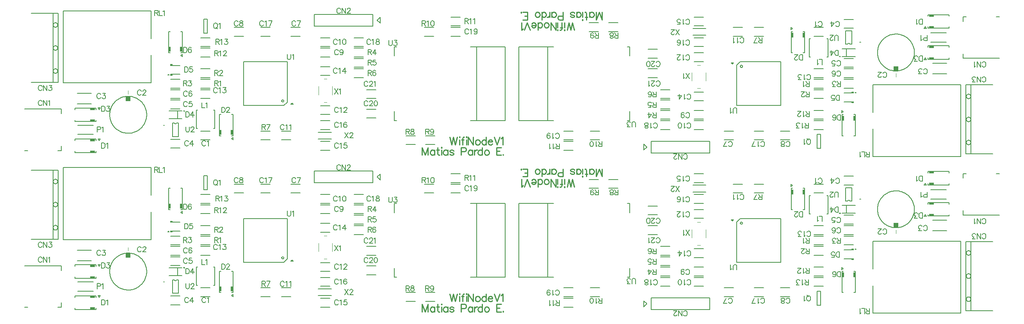
<source format=gto>
G04*
G04 #@! TF.GenerationSoftware,Altium Limited,Altium Designer,19.1.5 (86)*
G04*
G04 Layer_Color=65535*
%FSLAX25Y25*%
%MOIN*%
G70*
G01*
G75*
%ADD36C,0.01000*%
%ADD53C,0.00500*%
%ADD54C,0.00787*%
%ADD55C,0.00400*%
%ADD56R,0.02000X0.04000*%
%ADD57R,0.02000X0.01500*%
%ADD58R,0.03937X0.03937*%
%ADD59R,0.04000X0.02000*%
%ADD60R,0.03937X0.03937*%
%ADD61R,0.03937X0.03937*%
%ADD62R,0.03937X0.03937*%
D36*
X344488Y12404D02*
Y5906D01*
Y12404D02*
X346964Y5906D01*
X349440Y12404D02*
X346964Y5906D01*
X349440Y12404D02*
Y5906D01*
X355010Y10238D02*
Y5906D01*
Y9309D02*
X354391Y9928D01*
X353772Y10238D01*
X352844D01*
X352225Y9928D01*
X351606Y9309D01*
X351296Y8381D01*
Y7762D01*
X351606Y6834D01*
X352225Y6215D01*
X352844Y5906D01*
X353772D01*
X354391Y6215D01*
X355010Y6834D01*
X357671Y12404D02*
Y7143D01*
X357980Y6215D01*
X358599Y5906D01*
X359218D01*
X356743Y10238D02*
X358909D01*
X360766Y12404D02*
X361075Y12095D01*
X361385Y12404D01*
X361075Y12714D01*
X360766Y12404D01*
X361075Y10238D02*
Y5906D01*
X366243Y10238D02*
Y5906D01*
Y9309D02*
X365624Y9928D01*
X365005Y10238D01*
X364077D01*
X363458Y9928D01*
X362839Y9309D01*
X362530Y8381D01*
Y7762D01*
X362839Y6834D01*
X363458Y6215D01*
X364077Y5906D01*
X365005D01*
X365624Y6215D01*
X366243Y6834D01*
X371380Y9309D02*
X371071Y9928D01*
X370142Y10238D01*
X369214D01*
X368285Y9928D01*
X367976Y9309D01*
X368285Y8691D01*
X368904Y8381D01*
X370452Y8072D01*
X371071Y7762D01*
X371380Y7143D01*
Y6834D01*
X371071Y6215D01*
X370142Y5906D01*
X369214D01*
X368285Y6215D01*
X367976Y6834D01*
X377848Y9000D02*
X380633D01*
X381561Y9309D01*
X381871Y9619D01*
X382180Y10238D01*
Y11166D01*
X381871Y11785D01*
X381561Y12095D01*
X380633Y12404D01*
X377848D01*
Y5906D01*
X387348Y10238D02*
Y5906D01*
Y9309D02*
X386729Y9928D01*
X386110Y10238D01*
X385182D01*
X384563Y9928D01*
X383944Y9309D01*
X383635Y8381D01*
Y7762D01*
X383944Y6834D01*
X384563Y6215D01*
X385182Y5906D01*
X386110D01*
X386729Y6215D01*
X387348Y6834D01*
X389081Y10238D02*
Y5906D01*
Y8381D02*
X389390Y9309D01*
X390009Y9928D01*
X390628Y10238D01*
X391557D01*
X395858Y12404D02*
Y5906D01*
Y9309D02*
X395239Y9928D01*
X394620Y10238D01*
X393692D01*
X393073Y9928D01*
X392454Y9309D01*
X392145Y8381D01*
Y7762D01*
X392454Y6834D01*
X393073Y6215D01*
X393692Y5906D01*
X394620D01*
X395239Y6215D01*
X395858Y6834D01*
X399138Y10238D02*
X398519Y9928D01*
X397901Y9309D01*
X397591Y8381D01*
Y7762D01*
X397901Y6834D01*
X398519Y6215D01*
X399138Y5906D01*
X400067D01*
X400686Y6215D01*
X401305Y6834D01*
X401614Y7762D01*
Y8381D01*
X401305Y9309D01*
X400686Y9928D01*
X400067Y10238D01*
X399138D01*
X412167Y12404D02*
X408144D01*
Y5906D01*
X412167D01*
X408144Y9309D02*
X410619D01*
X413559Y6524D02*
X413250Y6215D01*
X413559Y5906D01*
X413869Y6215D01*
X413559Y6524D01*
X368110Y21262D02*
X369657Y14764D01*
X371205Y21262D02*
X369657Y14764D01*
X371205Y21262D02*
X372752Y14764D01*
X374299Y21262D02*
X372752Y14764D01*
X376218Y21262D02*
X376528Y20953D01*
X376837Y21262D01*
X376528Y21572D01*
X376218Y21262D01*
X376528Y19096D02*
Y14764D01*
X380458Y21262D02*
X379839D01*
X379220Y20953D01*
X378910Y20025D01*
Y14764D01*
X377982Y19096D02*
X380148D01*
X382005Y21262D02*
X382314Y20953D01*
X382624Y21262D01*
X382314Y21572D01*
X382005Y21262D01*
X382314Y19096D02*
Y14764D01*
X383769Y21262D02*
Y14764D01*
Y21262D02*
X388101Y14764D01*
Y21262D02*
Y14764D01*
X391443Y19096D02*
X390824Y18787D01*
X390206Y18168D01*
X389896Y17239D01*
Y16621D01*
X390206Y15692D01*
X390824Y15073D01*
X391443Y14764D01*
X392372D01*
X392991Y15073D01*
X393609Y15692D01*
X393919Y16621D01*
Y17239D01*
X393609Y18168D01*
X392991Y18787D01*
X392372Y19096D01*
X391443D01*
X399056Y21262D02*
Y14764D01*
Y18168D02*
X398437Y18787D01*
X397818Y19096D01*
X396890D01*
X396271Y18787D01*
X395652Y18168D01*
X395342Y17239D01*
Y16621D01*
X395652Y15692D01*
X396271Y15073D01*
X396890Y14764D01*
X397818D01*
X398437Y15073D01*
X399056Y15692D01*
X400789Y17239D02*
X404502D01*
Y17858D01*
X404193Y18477D01*
X403884Y18787D01*
X403265Y19096D01*
X402336D01*
X401717Y18787D01*
X401098Y18168D01*
X400789Y17239D01*
Y16621D01*
X401098Y15692D01*
X401717Y15073D01*
X402336Y14764D01*
X403265D01*
X403884Y15073D01*
X404502Y15692D01*
X405895Y21262D02*
X408371Y14764D01*
X410846Y21262D02*
X408371Y14764D01*
X411682Y20025D02*
X412301Y20334D01*
X413229Y21262D01*
Y14764D01*
X344488Y146262D02*
Y139764D01*
Y146262D02*
X346964Y139764D01*
X349440Y146262D02*
X346964Y139764D01*
X349440Y146262D02*
Y139764D01*
X355010Y144096D02*
Y139764D01*
Y143168D02*
X354391Y143787D01*
X353772Y144096D01*
X352844D01*
X352225Y143787D01*
X351606Y143168D01*
X351296Y142239D01*
Y141621D01*
X351606Y140692D01*
X352225Y140073D01*
X352844Y139764D01*
X353772D01*
X354391Y140073D01*
X355010Y140692D01*
X357671Y146262D02*
Y141002D01*
X357980Y140073D01*
X358599Y139764D01*
X359218D01*
X356743Y144096D02*
X358909D01*
X360766Y146262D02*
X361075Y145953D01*
X361385Y146262D01*
X361075Y146572D01*
X360766Y146262D01*
X361075Y144096D02*
Y139764D01*
X366243Y144096D02*
Y139764D01*
Y143168D02*
X365624Y143787D01*
X365005Y144096D01*
X364077D01*
X363458Y143787D01*
X362839Y143168D01*
X362530Y142239D01*
Y141621D01*
X362839Y140692D01*
X363458Y140073D01*
X364077Y139764D01*
X365005D01*
X365624Y140073D01*
X366243Y140692D01*
X371380Y143168D02*
X371071Y143787D01*
X370142Y144096D01*
X369214D01*
X368285Y143787D01*
X367976Y143168D01*
X368285Y142549D01*
X368904Y142239D01*
X370452Y141930D01*
X371071Y141621D01*
X371380Y141002D01*
Y140692D01*
X371071Y140073D01*
X370142Y139764D01*
X369214D01*
X368285Y140073D01*
X367976Y140692D01*
X377848Y142858D02*
X380633D01*
X381561Y143168D01*
X381871Y143477D01*
X382180Y144096D01*
Y145025D01*
X381871Y145643D01*
X381561Y145953D01*
X380633Y146262D01*
X377848D01*
Y139764D01*
X387348Y144096D02*
Y139764D01*
Y143168D02*
X386729Y143787D01*
X386110Y144096D01*
X385182D01*
X384563Y143787D01*
X383944Y143168D01*
X383635Y142239D01*
Y141621D01*
X383944Y140692D01*
X384563Y140073D01*
X385182Y139764D01*
X386110D01*
X386729Y140073D01*
X387348Y140692D01*
X389081Y144096D02*
Y139764D01*
Y142239D02*
X389390Y143168D01*
X390009Y143787D01*
X390628Y144096D01*
X391557D01*
X395858Y146262D02*
Y139764D01*
Y143168D02*
X395239Y143787D01*
X394620Y144096D01*
X393692D01*
X393073Y143787D01*
X392454Y143168D01*
X392145Y142239D01*
Y141621D01*
X392454Y140692D01*
X393073Y140073D01*
X393692Y139764D01*
X394620D01*
X395239Y140073D01*
X395858Y140692D01*
X399138Y144096D02*
X398519Y143787D01*
X397901Y143168D01*
X397591Y142239D01*
Y141621D01*
X397901Y140692D01*
X398519Y140073D01*
X399138Y139764D01*
X400067D01*
X400686Y140073D01*
X401305Y140692D01*
X401614Y141621D01*
Y142239D01*
X401305Y143168D01*
X400686Y143787D01*
X400067Y144096D01*
X399138D01*
X412167Y146262D02*
X408144D01*
Y139764D01*
X412167D01*
X408144Y143168D02*
X410619D01*
X413559Y140383D02*
X413250Y140073D01*
X413559Y139764D01*
X413869Y140073D01*
X413559Y140383D01*
X368110Y155121D02*
X369657Y148622D01*
X371205Y155121D02*
X369657Y148622D01*
X371205Y155121D02*
X372752Y148622D01*
X374299Y155121D02*
X372752Y148622D01*
X376218Y155121D02*
X376528Y154811D01*
X376837Y155121D01*
X376528Y155430D01*
X376218Y155121D01*
X376528Y152954D02*
Y148622D01*
X380458Y155121D02*
X379839D01*
X379220Y154811D01*
X378910Y153883D01*
Y148622D01*
X377982Y152954D02*
X380148D01*
X382005Y155121D02*
X382314Y154811D01*
X382624Y155121D01*
X382314Y155430D01*
X382005Y155121D01*
X382314Y152954D02*
Y148622D01*
X383769Y155121D02*
Y148622D01*
Y155121D02*
X388101Y148622D01*
Y155121D02*
Y148622D01*
X391443Y152954D02*
X390824Y152645D01*
X390206Y152026D01*
X389896Y151098D01*
Y150479D01*
X390206Y149550D01*
X390824Y148932D01*
X391443Y148622D01*
X392372D01*
X392991Y148932D01*
X393609Y149550D01*
X393919Y150479D01*
Y151098D01*
X393609Y152026D01*
X392991Y152645D01*
X392372Y152954D01*
X391443D01*
X399056Y155121D02*
Y148622D01*
Y152026D02*
X398437Y152645D01*
X397818Y152954D01*
X396890D01*
X396271Y152645D01*
X395652Y152026D01*
X395342Y151098D01*
Y150479D01*
X395652Y149550D01*
X396271Y148932D01*
X396890Y148622D01*
X397818D01*
X398437Y148932D01*
X399056Y149550D01*
X400789Y151098D02*
X404502D01*
Y151717D01*
X404193Y152336D01*
X403884Y152645D01*
X403265Y152954D01*
X402336D01*
X401717Y152645D01*
X401098Y152026D01*
X400789Y151098D01*
Y150479D01*
X401098Y149550D01*
X401717Y148932D01*
X402336Y148622D01*
X403265D01*
X403884Y148932D01*
X404502Y149550D01*
X405895Y155121D02*
X408371Y148622D01*
X410846Y155121D02*
X408371Y148622D01*
X411682Y153883D02*
X412301Y154192D01*
X413229Y155121D01*
Y148622D01*
X498032Y255312D02*
Y261811D01*
Y255312D02*
X495556Y261811D01*
X493080Y255312D02*
X495556Y261811D01*
X493080Y255312D02*
Y261811D01*
X487510Y257479D02*
Y261811D01*
Y258407D02*
X488129Y257788D01*
X488748Y257479D01*
X489676D01*
X490295Y257788D01*
X490914Y258407D01*
X491223Y259335D01*
Y259954D01*
X490914Y260883D01*
X490295Y261502D01*
X489676Y261811D01*
X488748D01*
X488129Y261502D01*
X487510Y260883D01*
X484849Y255312D02*
Y260573D01*
X484539Y261502D01*
X483920Y261811D01*
X483301D01*
X485777Y257479D02*
X483611D01*
X481754Y255312D02*
X481445Y255622D01*
X481135Y255312D01*
X481445Y255003D01*
X481754Y255312D01*
X481445Y257479D02*
Y261811D01*
X476277Y257479D02*
Y261811D01*
Y258407D02*
X476896Y257788D01*
X477515Y257479D01*
X478443D01*
X479062Y257788D01*
X479681Y258407D01*
X479990Y259335D01*
Y259954D01*
X479681Y260883D01*
X479062Y261502D01*
X478443Y261811D01*
X477515D01*
X476896Y261502D01*
X476277Y260883D01*
X471140Y258407D02*
X471449Y257788D01*
X472377Y257479D01*
X473306D01*
X474234Y257788D01*
X474544Y258407D01*
X474234Y259026D01*
X473615Y259335D01*
X472068Y259645D01*
X471449Y259954D01*
X471140Y260573D01*
Y260883D01*
X471449Y261502D01*
X472377Y261811D01*
X473306D01*
X474234Y261502D01*
X474544Y260883D01*
X464672Y258716D02*
X461887D01*
X460958Y258407D01*
X460649Y258098D01*
X460340Y257479D01*
Y256550D01*
X460649Y255931D01*
X460958Y255622D01*
X461887Y255312D01*
X464672D01*
Y261811D01*
X455172Y257479D02*
Y261811D01*
Y258407D02*
X455791Y257788D01*
X456410Y257479D01*
X457338D01*
X457957Y257788D01*
X458576Y258407D01*
X458885Y259335D01*
Y259954D01*
X458576Y260883D01*
X457957Y261502D01*
X457338Y261811D01*
X456410D01*
X455791Y261502D01*
X455172Y260883D01*
X453439Y257479D02*
Y261811D01*
Y259335D02*
X453129Y258407D01*
X452510Y257788D01*
X451891Y257479D01*
X450963D01*
X446662Y255312D02*
Y261811D01*
Y258407D02*
X447281Y257788D01*
X447899Y257479D01*
X448828D01*
X449447Y257788D01*
X450066Y258407D01*
X450375Y259335D01*
Y259954D01*
X450066Y260883D01*
X449447Y261502D01*
X448828Y261811D01*
X447899D01*
X447281Y261502D01*
X446662Y260883D01*
X443381Y257479D02*
X444000Y257788D01*
X444619Y258407D01*
X444929Y259335D01*
Y259954D01*
X444619Y260883D01*
X444000Y261502D01*
X443381Y261811D01*
X442453D01*
X441834Y261502D01*
X441215Y260883D01*
X440906Y259954D01*
Y259335D01*
X441215Y258407D01*
X441834Y257788D01*
X442453Y257479D01*
X443381D01*
X430353Y255312D02*
X434376D01*
Y261811D01*
X430353D01*
X434376Y258407D02*
X431900D01*
X428961Y261192D02*
X429270Y261502D01*
X428961Y261811D01*
X428651Y261502D01*
X428961Y261192D01*
X474409Y246454D02*
X472862Y252953D01*
X471315Y246454D02*
X472862Y252953D01*
X471315Y246454D02*
X469768Y252953D01*
X468220Y246454D02*
X469768Y252953D01*
X466302Y246454D02*
X465992Y246764D01*
X465683Y246454D01*
X465992Y246145D01*
X466302Y246454D01*
X465992Y248620D02*
Y252953D01*
X462062Y246454D02*
X462681D01*
X463300Y246764D01*
X463609Y247692D01*
Y252953D01*
X464538Y248620D02*
X462372D01*
X460515Y246454D02*
X460205Y246764D01*
X459896Y246454D01*
X460205Y246145D01*
X460515Y246454D01*
X460205Y248620D02*
Y252953D01*
X458751Y246454D02*
Y252953D01*
Y246454D02*
X454419Y252953D01*
Y246454D02*
Y252953D01*
X451076Y248620D02*
X451695Y248930D01*
X452314Y249549D01*
X452624Y250477D01*
Y251096D01*
X452314Y252024D01*
X451695Y252643D01*
X451076Y252953D01*
X450148D01*
X449529Y252643D01*
X448910Y252024D01*
X448601Y251096D01*
Y250477D01*
X448910Y249549D01*
X449529Y248930D01*
X450148Y248620D01*
X451076D01*
X443464Y246454D02*
Y252953D01*
Y249549D02*
X444083Y248930D01*
X444702Y248620D01*
X445630D01*
X446249Y248930D01*
X446868Y249549D01*
X447177Y250477D01*
Y251096D01*
X446868Y252024D01*
X446249Y252643D01*
X445630Y252953D01*
X444702D01*
X444083Y252643D01*
X443464Y252024D01*
X441731Y250477D02*
X438017D01*
Y249858D01*
X438327Y249239D01*
X438636Y248930D01*
X439255Y248620D01*
X440183D01*
X440802Y248930D01*
X441421Y249549D01*
X441731Y250477D01*
Y251096D01*
X441421Y252024D01*
X440802Y252643D01*
X440183Y252953D01*
X439255D01*
X438636Y252643D01*
X438017Y252024D01*
X436625Y246454D02*
X434149Y252953D01*
X431673Y246454D02*
X434149Y252953D01*
X430838Y247692D02*
X430219Y247382D01*
X429291Y246454D01*
Y252953D01*
X498032Y121454D02*
Y127953D01*
Y121454D02*
X495556Y127953D01*
X493080Y121454D02*
X495556Y127953D01*
X493080Y121454D02*
Y127953D01*
X487510Y123620D02*
Y127953D01*
Y124549D02*
X488129Y123930D01*
X488748Y123620D01*
X489676D01*
X490295Y123930D01*
X490914Y124549D01*
X491223Y125477D01*
Y126096D01*
X490914Y127024D01*
X490295Y127643D01*
X489676Y127953D01*
X488748D01*
X488129Y127643D01*
X487510Y127024D01*
X484849Y121454D02*
Y126715D01*
X484539Y127643D01*
X483920Y127953D01*
X483301D01*
X485777Y123620D02*
X483611D01*
X481754Y121454D02*
X481445Y121764D01*
X481135Y121454D01*
X481445Y121145D01*
X481754Y121454D01*
X481445Y123620D02*
Y127953D01*
X476277Y123620D02*
Y127953D01*
Y124549D02*
X476896Y123930D01*
X477515Y123620D01*
X478443D01*
X479062Y123930D01*
X479681Y124549D01*
X479990Y125477D01*
Y126096D01*
X479681Y127024D01*
X479062Y127643D01*
X478443Y127953D01*
X477515D01*
X476896Y127643D01*
X476277Y127024D01*
X471140Y124549D02*
X471449Y123930D01*
X472377Y123620D01*
X473306D01*
X474234Y123930D01*
X474544Y124549D01*
X474234Y125168D01*
X473615Y125477D01*
X472068Y125787D01*
X471449Y126096D01*
X471140Y126715D01*
Y127024D01*
X471449Y127643D01*
X472377Y127953D01*
X473306D01*
X474234Y127643D01*
X474544Y127024D01*
X464672Y124858D02*
X461887D01*
X460958Y124549D01*
X460649Y124239D01*
X460340Y123620D01*
Y122692D01*
X460649Y122073D01*
X460958Y121764D01*
X461887Y121454D01*
X464672D01*
Y127953D01*
X455172Y123620D02*
Y127953D01*
Y124549D02*
X455791Y123930D01*
X456410Y123620D01*
X457338D01*
X457957Y123930D01*
X458576Y124549D01*
X458885Y125477D01*
Y126096D01*
X458576Y127024D01*
X457957Y127643D01*
X457338Y127953D01*
X456410D01*
X455791Y127643D01*
X455172Y127024D01*
X453439Y123620D02*
Y127953D01*
Y125477D02*
X453129Y124549D01*
X452510Y123930D01*
X451891Y123620D01*
X450963D01*
X446662Y121454D02*
Y127953D01*
Y124549D02*
X447281Y123930D01*
X447899Y123620D01*
X448828D01*
X449447Y123930D01*
X450066Y124549D01*
X450375Y125477D01*
Y126096D01*
X450066Y127024D01*
X449447Y127643D01*
X448828Y127953D01*
X447899D01*
X447281Y127643D01*
X446662Y127024D01*
X443381Y123620D02*
X444000Y123930D01*
X444619Y124549D01*
X444929Y125477D01*
Y126096D01*
X444619Y127024D01*
X444000Y127643D01*
X443381Y127953D01*
X442453D01*
X441834Y127643D01*
X441215Y127024D01*
X440906Y126096D01*
Y125477D01*
X441215Y124549D01*
X441834Y123930D01*
X442453Y123620D01*
X443381D01*
X430353Y121454D02*
X434376D01*
Y127953D01*
X430353D01*
X434376Y124549D02*
X431900D01*
X428961Y127334D02*
X429270Y127643D01*
X428961Y127953D01*
X428651Y127643D01*
X428961Y127334D01*
X474409Y112596D02*
X472862Y119095D01*
X471315Y112596D02*
X472862Y119095D01*
X471315Y112596D02*
X469768Y119095D01*
X468220Y112596D02*
X469768Y119095D01*
X466302Y112596D02*
X465992Y112905D01*
X465683Y112596D01*
X465992Y112286D01*
X466302Y112596D01*
X465992Y114762D02*
Y119095D01*
X462062Y112596D02*
X462681D01*
X463300Y112905D01*
X463609Y113834D01*
Y119095D01*
X464538Y114762D02*
X462372D01*
X460515Y112596D02*
X460205Y112905D01*
X459896Y112596D01*
X460205Y112286D01*
X460515Y112596D01*
X460205Y114762D02*
Y119095D01*
X458751Y112596D02*
Y119095D01*
Y112596D02*
X454419Y119095D01*
Y112596D02*
Y119095D01*
X451076Y114762D02*
X451695Y115071D01*
X452314Y115691D01*
X452624Y116619D01*
Y117238D01*
X452314Y118166D01*
X451695Y118785D01*
X451076Y119095D01*
X450148D01*
X449529Y118785D01*
X448910Y118166D01*
X448601Y117238D01*
Y116619D01*
X448910Y115691D01*
X449529Y115071D01*
X450148Y114762D01*
X451076D01*
X443464Y112596D02*
Y119095D01*
Y115691D02*
X444083Y115071D01*
X444702Y114762D01*
X445630D01*
X446249Y115071D01*
X446868Y115691D01*
X447177Y116619D01*
Y117238D01*
X446868Y118166D01*
X446249Y118785D01*
X445630Y119095D01*
X444702D01*
X444083Y118785D01*
X443464Y118166D01*
X441731Y116619D02*
X438017D01*
Y116000D01*
X438327Y115381D01*
X438636Y115071D01*
X439255Y114762D01*
X440183D01*
X440802Y115071D01*
X441421Y115691D01*
X441731Y116619D01*
Y117238D01*
X441421Y118166D01*
X440802Y118785D01*
X440183Y119095D01*
X439255D01*
X438636Y118785D01*
X438017Y118166D01*
X436625Y112596D02*
X434149Y119095D01*
X431673Y112596D02*
X434149Y119095D01*
X430838Y113834D02*
X430219Y113524D01*
X429291Y112596D01*
Y119095D01*
D53*
X226378Y52165D02*
X225886Y53018D01*
X224902D01*
X224410Y52165D01*
X224902Y51313D01*
X225886D01*
X226378Y52165D01*
X33465Y77756D02*
X33201Y78740D01*
X32480Y79461D01*
X31496Y79724D01*
X30512Y79461D01*
X29791Y78740D01*
X29528Y77756D01*
X29791Y76772D01*
X30512Y76051D01*
X31496Y75787D01*
X32480Y76051D01*
X33201Y76772D01*
X33465Y77756D01*
Y117126D02*
X33201Y118110D01*
X32480Y118831D01*
X31496Y119095D01*
X30512Y118831D01*
X29791Y118110D01*
X29528Y117126D01*
X29791Y116142D01*
X30512Y115421D01*
X31496Y115157D01*
X32480Y115421D01*
X33201Y116142D01*
X33465Y117126D01*
Y97441D02*
X33201Y98425D01*
X32480Y99146D01*
X31496Y99409D01*
X30512Y99146D01*
X29791Y98425D01*
X29528Y97441D01*
X29791Y96457D01*
X30512Y95736D01*
X31496Y95472D01*
X32480Y95736D01*
X33201Y96457D01*
X33465Y97441D01*
X109252Y40354D02*
X109220Y41353D01*
X109125Y42348D01*
X108967Y43335D01*
X108747Y44309D01*
X108466Y45268D01*
X108124Y46207D01*
X107723Y47123D01*
X107265Y48011D01*
X106752Y48868D01*
X106185Y49692D01*
X105568Y50477D01*
X104901Y51222D01*
X104189Y51923D01*
X103434Y52577D01*
X102639Y53182D01*
X101807Y53736D01*
X100941Y54236D01*
X100046Y54679D01*
X99124Y55065D01*
X98180Y55392D01*
X97217Y55659D01*
X96239Y55863D01*
X95249Y56005D01*
X94253Y56085D01*
X93254Y56100D01*
X92256Y56053D01*
X91263Y55942D01*
X90279Y55769D01*
X89307Y55533D01*
X88353Y55236D01*
X87420Y54880D01*
X86511Y54465D01*
X85630Y53992D01*
X84781Y53466D01*
X83967Y52886D01*
X83191Y52256D01*
X82457Y51578D01*
X81767Y50855D01*
X81125Y50089D01*
X80533Y49284D01*
X79992Y48444D01*
X79506Y47570D01*
X79077Y46668D01*
X78706Y45741D01*
X78394Y44791D01*
X78143Y43824D01*
X77954Y42843D01*
X77827Y41851D01*
X77764Y40854D01*
Y39855D01*
X77827Y38857D01*
X77954Y37866D01*
X78143Y36885D01*
X78394Y35918D01*
X78706Y34968D01*
X79077Y34040D01*
X79506Y33138D01*
X79992Y32265D01*
X80533Y31424D01*
X81125Y30619D01*
X81767Y29854D01*
X82457Y29131D01*
X83191Y28453D01*
X83967Y27823D01*
X84781Y27243D01*
X85630Y26716D01*
X86511Y26244D01*
X87420Y25829D01*
X88353Y25472D01*
X89307Y25176D01*
X90279Y24940D01*
X91263Y24767D01*
X92256Y24656D01*
X93254Y24608D01*
X94253Y24624D01*
X95249Y24703D01*
X96239Y24846D01*
X97217Y25050D01*
X98180Y25317D01*
X99124Y25643D01*
X100046Y26029D01*
X100941Y26473D01*
X101807Y26973D01*
X102639Y27526D01*
X103434Y28131D01*
X104189Y28786D01*
X104901Y29487D01*
X105568Y30232D01*
X106185Y31017D01*
X106752Y31840D01*
X107265Y32698D01*
X107723Y33586D01*
X108124Y34501D01*
X108466Y35440D01*
X108747Y36399D01*
X108967Y37374D01*
X109125Y38361D01*
X109220Y39355D01*
X109252Y40354D01*
X132874Y33268D02*
X133420Y32581D01*
X134297D01*
X134843Y33268D01*
X347378Y22451D02*
X355378D01*
X347378Y14951D02*
X355378D01*
X330646D02*
X338646D01*
X330646Y22451D02*
X338646D01*
X369032Y114971D02*
X377031D01*
X369032Y107471D02*
X377031D01*
X369032Y116329D02*
X377031D01*
X369032Y123829D02*
X377031D01*
X346394Y114971D02*
X354394D01*
X346394Y107471D02*
X354394D01*
X385827Y35433D02*
X415354D01*
X390945D02*
Y98425D01*
X385827D02*
X415354D01*
Y35433D02*
Y98425D01*
X320866Y35433D02*
X322835D01*
X320866D02*
Y43307D01*
Y90551D02*
Y98425D01*
X322835D01*
X306152Y121063D02*
X308652Y118563D01*
Y123563D01*
X306152Y121063D02*
X308652Y123563D01*
X302402Y116063D02*
Y126063D01*
X252402D02*
X302402D01*
X252402Y116063D02*
X302402D01*
X252402D02*
Y126063D01*
X286354Y98612D02*
X294354D01*
X286354Y106112D02*
X294354D01*
X286354Y89754D02*
X294354D01*
X286354Y97254D02*
X294354D01*
X286354Y80896D02*
X294354D01*
X286354Y88396D02*
X294354D01*
X286354Y79537D02*
X294354D01*
X286354Y72037D02*
X294354D01*
X255711Y25492D02*
X266911D01*
X255711Y19783D02*
X266911D01*
X224346Y26388D02*
X232347D01*
X224346Y18888D02*
X232347D01*
X206630Y26388D02*
X214630D01*
X206630Y18888D02*
X214630D01*
X191929Y48228D02*
X226378D01*
X191929D02*
Y85630D01*
X229331D01*
Y51181D02*
Y85630D01*
X226378Y48228D02*
X229331Y51181D01*
X233268Y50197D02*
Y50197D01*
Y50197D02*
X234252Y49213D01*
X232283D02*
X234252D01*
X232283D02*
X233268Y50197D01*
X233268D01*
X232221Y107471D02*
X240220D01*
X232221Y114971D02*
X240220D01*
X206630D02*
X214630D01*
X206630Y107471D02*
X214630D01*
X183992D02*
X191992D01*
X183992Y114971D02*
X191992D01*
X157949Y110142D02*
X160949D01*
X157949D02*
Y122142D01*
X160949D01*
Y110142D02*
Y122142D01*
X155449Y89754D02*
X163449D01*
X155449Y97254D02*
X163449D01*
X155449Y106112D02*
X163449D01*
X155449Y98612D02*
X163449D01*
X155449Y79537D02*
X163449D01*
X155449Y72037D02*
X163449D01*
X155449Y70679D02*
X163449D01*
X155449Y63179D02*
X163449D01*
X155449Y54321D02*
X163449D01*
X155449Y61821D02*
X163449D01*
X155449Y26388D02*
X163449D01*
X155449Y18888D02*
X163449D01*
X182913Y22441D02*
Y40551D01*
X171417Y22441D02*
Y40551D01*
X181665D02*
X182913D01*
X171417D02*
X172665D01*
X171417Y22441D02*
X172665D01*
X181665D02*
X182913D01*
X183165Y18996D02*
Y20996D01*
X181665Y19996D02*
X183165Y18996D01*
X181665Y19996D02*
X183165Y20996D01*
X141358Y43354D02*
X141858Y43854D01*
X140858D02*
X141858D01*
X140858D02*
X141358Y43354D01*
X135858Y37354D02*
Y43354D01*
X128248Y37008D02*
X139469D01*
X128248Y43701D02*
X139469D01*
X129858Y52963D02*
X137858D01*
X129858Y45463D02*
X137858D01*
X129858Y61821D02*
X137858D01*
X129858Y54321D02*
X137858D01*
X129858Y63179D02*
X137858D01*
X129858Y70679D02*
X137858D01*
X129858Y74990D02*
X137858D01*
X129858Y82490D02*
X137858D01*
X127953Y74740D02*
X128327Y74366D01*
X127484D02*
X128327D01*
X127484D02*
X127858Y74740D01*
X127953D01*
X139606Y93307D02*
Y111417D01*
X128110Y93307D02*
Y111417D01*
X138358D02*
X139606D01*
X128110D02*
X129358D01*
X128110Y93307D02*
X129358D01*
X138358D02*
X139606D01*
X139858Y89862D02*
Y91862D01*
X138358Y90862D02*
X139858Y89862D01*
X138358Y90862D02*
X139858Y91862D01*
X37992Y67716D02*
X113189D01*
X37992D02*
Y129134D01*
X113189D01*
Y105512D02*
Y129134D01*
Y67716D02*
Y91339D01*
X10827Y67941D02*
X33858Y67913D01*
Y126969D01*
X10827Y126941D02*
X33858Y126969D01*
X29528Y67913D02*
Y126969D01*
X50102Y58634D02*
X62102D01*
X50102Y49634D02*
X62102D01*
X48031Y46102D02*
X66142D01*
X48031Y34606D02*
X66142D01*
X48031Y44854D02*
Y46102D01*
Y34606D02*
Y35854D01*
X66142Y34606D02*
Y35854D01*
Y44854D02*
Y46102D01*
X67587Y46354D02*
X69587D01*
X68587Y44854D02*
X69587Y46354D01*
X67587D02*
X68587Y44854D01*
X5118Y45276D02*
X36220D01*
X5118Y9843D02*
X7874Y9843D01*
X33465D02*
X36220D01*
Y41339D02*
Y45276D01*
Y9843D02*
Y13780D01*
X151575Y28543D02*
Y44291D01*
X167323Y28543D02*
Y44291D01*
X166339Y28543D02*
X167323D01*
X166339Y44291D02*
X167323D01*
X151575Y28543D02*
X152559D01*
X151575Y44291D02*
X152559D01*
X129858Y11998D02*
X137858D01*
X129858Y19498D02*
X137858D01*
X131299Y21850D02*
Y33268D01*
X136417Y21850D02*
Y33268D01*
X131299Y21850D02*
X136417D01*
X131299Y33268D02*
X132874D01*
X134843D02*
X136417D01*
X50394Y31496D02*
X63779D01*
X50394Y23622D02*
X63779D01*
X67587Y19780D02*
X68587Y18280D01*
X69587Y19780D01*
X67587D02*
X69587D01*
X66142Y18280D02*
Y19527D01*
Y8032D02*
Y9279D01*
X48031Y8032D02*
Y9279D01*
Y18280D02*
Y19527D01*
Y8032D02*
X66142D01*
X48031Y19527D02*
X66142D01*
X257811Y106112D02*
X265811D01*
X257811Y98612D02*
X265811D01*
X257811Y97254D02*
X265811D01*
X257811Y89754D02*
X265811D01*
X257811Y17529D02*
X265811D01*
X257811Y10029D02*
X265811D01*
X257811Y35246D02*
X265811D01*
X257811Y27746D02*
X265811D01*
X257811Y81506D02*
X265811D01*
X257811Y74006D02*
X265811D01*
X257811Y40541D02*
X265811D01*
X257811Y48041D02*
X265811D01*
X297181Y54321D02*
X305181D01*
X297181Y61821D02*
X305181D01*
X297181Y37589D02*
X305181D01*
X297181Y45089D02*
X305181D01*
X278543Y25168D02*
X281543Y20669D01*
Y25168D02*
X278543Y20669D01*
X282764Y24097D02*
Y24311D01*
X282978Y24740D01*
X283192Y24954D01*
X283621Y25168D01*
X284478D01*
X284906Y24954D01*
X285121Y24740D01*
X285335Y24311D01*
Y23883D01*
X285121Y23454D01*
X284692Y22812D01*
X282550Y20669D01*
X285549D01*
X269685Y62570D02*
X272684Y58071D01*
Y62570D02*
X269685Y58071D01*
X273691Y61713D02*
X274120Y61927D01*
X274763Y62570D01*
Y58071D01*
X315945Y103909D02*
Y100695D01*
X316159Y100052D01*
X316588Y99624D01*
X317230Y99409D01*
X317659D01*
X318302Y99624D01*
X318730Y100052D01*
X318944Y100695D01*
Y103909D01*
X320615D02*
X322972D01*
X321687Y102195D01*
X322329D01*
X322758Y101980D01*
X322972Y101766D01*
X323186Y101123D01*
Y100695D01*
X322972Y100052D01*
X322544Y99624D01*
X321901Y99409D01*
X321258D01*
X320615Y99624D01*
X320401Y99838D01*
X320187Y100266D01*
X142717Y30090D02*
Y26876D01*
X142931Y26233D01*
X143359Y25805D01*
X144002Y25591D01*
X144430D01*
X145073Y25805D01*
X145502Y26233D01*
X145716Y26876D01*
Y30090D01*
X147173Y29018D02*
Y29233D01*
X147387Y29661D01*
X147601Y29875D01*
X148030Y30090D01*
X148887D01*
X149315Y29875D01*
X149529Y29661D01*
X149744Y29233D01*
Y28804D01*
X149529Y28376D01*
X149101Y27733D01*
X146958Y25591D01*
X149958D01*
X229331Y92098D02*
Y88884D01*
X229545Y88241D01*
X229973Y87813D01*
X230616Y87598D01*
X231045D01*
X231687Y87813D01*
X232116Y88241D01*
X232330Y88884D01*
Y92098D01*
X233573Y91241D02*
X234001Y91455D01*
X234644Y92098D01*
Y87598D01*
X116142Y129499D02*
Y125000D01*
Y129499D02*
X118070D01*
X118713Y129285D01*
X118927Y129071D01*
X119141Y128642D01*
Y128214D01*
X118927Y127785D01*
X118713Y127571D01*
X118070Y127357D01*
X116142D01*
X117641D02*
X119141Y125000D01*
X120148Y129499D02*
Y125000D01*
X122719D01*
X123212Y128642D02*
X123640Y128856D01*
X124283Y129499D01*
Y125000D01*
X168307Y104893D02*
Y100394D01*
Y104893D02*
X170235D01*
X170878Y104678D01*
X171092Y104464D01*
X171306Y104036D01*
Y103607D01*
X171092Y103179D01*
X170878Y102965D01*
X170235Y102750D01*
X168307D01*
X169807D02*
X171306Y100394D01*
X172313Y104036D02*
X172742Y104250D01*
X173385Y104893D01*
Y100394D01*
X176041Y104893D02*
X178398D01*
X177112Y103179D01*
X177755D01*
X178183Y102965D01*
X178398Y102750D01*
X178612Y102108D01*
Y101679D01*
X178398Y101036D01*
X177969Y100608D01*
X177327Y100394D01*
X176684D01*
X176041Y100608D01*
X175827Y100822D01*
X175613Y101251D01*
X167323Y95050D02*
Y90551D01*
Y95050D02*
X169251D01*
X169894Y94836D01*
X170108Y94622D01*
X170322Y94193D01*
Y93765D01*
X170108Y93336D01*
X169894Y93122D01*
X169251Y92908D01*
X167323D01*
X168823D02*
X170322Y90551D01*
X171329Y94193D02*
X171758Y94407D01*
X172400Y95050D01*
Y90551D01*
X174843Y93979D02*
Y94193D01*
X175057Y94622D01*
X175271Y94836D01*
X175700Y95050D01*
X176557D01*
X176985Y94836D01*
X177199Y94622D01*
X177413Y94193D01*
Y93765D01*
X177199Y93336D01*
X176771Y92694D01*
X174628Y90551D01*
X177628D01*
X380906Y122609D02*
Y118110D01*
Y122609D02*
X382834D01*
X383476Y122395D01*
X383691Y122181D01*
X383905Y121752D01*
Y121324D01*
X383691Y120895D01*
X383476Y120681D01*
X382834Y120467D01*
X380906D01*
X382405D02*
X383905Y118110D01*
X384912Y121752D02*
X385340Y121967D01*
X385983Y122609D01*
Y118110D01*
X388211Y121752D02*
X388640Y121967D01*
X389282Y122609D01*
Y118110D01*
X344488Y120641D02*
Y116142D01*
Y120641D02*
X346416D01*
X347059Y120426D01*
X347273Y120212D01*
X347488Y119784D01*
Y119355D01*
X347273Y118927D01*
X347059Y118713D01*
X346416Y118498D01*
X344488D01*
X345988D02*
X347488Y116142D01*
X348495Y119784D02*
X348923Y119998D01*
X349566Y120641D01*
Y116142D01*
X353079Y120641D02*
X352436Y120426D01*
X352008Y119784D01*
X351794Y118713D01*
Y118070D01*
X352008Y116999D01*
X352436Y116356D01*
X353079Y116142D01*
X353508D01*
X354150Y116356D01*
X354579Y116999D01*
X354793Y118070D01*
Y118713D01*
X354579Y119784D01*
X354150Y120426D01*
X353508Y120641D01*
X353079D01*
X347441Y28121D02*
Y23622D01*
Y28121D02*
X349369D01*
X350012Y27907D01*
X350226Y27693D01*
X350440Y27264D01*
Y26836D01*
X350226Y26407D01*
X350012Y26193D01*
X349369Y25979D01*
X347441D01*
X348941D02*
X350440Y23622D01*
X354232Y26621D02*
X354018Y25979D01*
X353590Y25550D01*
X352947Y25336D01*
X352733D01*
X352090Y25550D01*
X351661Y25979D01*
X351447Y26621D01*
Y26836D01*
X351661Y27478D01*
X352090Y27907D01*
X352733Y28121D01*
X352947D01*
X353590Y27907D01*
X354018Y27478D01*
X354232Y26621D01*
Y25550D01*
X354018Y24479D01*
X353590Y23836D01*
X352947Y23622D01*
X352518D01*
X351876Y23836D01*
X351661Y24265D01*
X330709Y28121D02*
Y23622D01*
Y28121D02*
X332637D01*
X333279Y27907D01*
X333494Y27693D01*
X333708Y27264D01*
Y26836D01*
X333494Y26407D01*
X333279Y26193D01*
X332637Y25979D01*
X330709D01*
X332208D02*
X333708Y23622D01*
X335786Y28121D02*
X335143Y27907D01*
X334929Y27478D01*
Y27050D01*
X335143Y26621D01*
X335572Y26407D01*
X336429Y26193D01*
X337072Y25979D01*
X337500Y25550D01*
X337714Y25122D01*
Y24479D01*
X337500Y24050D01*
X337286Y23836D01*
X336643Y23622D01*
X335786D01*
X335143Y23836D01*
X334929Y24050D01*
X334715Y24479D01*
Y25122D01*
X334929Y25550D01*
X335358Y25979D01*
X336000Y26193D01*
X336857Y26407D01*
X337286Y26621D01*
X337500Y27050D01*
Y27478D01*
X337286Y27907D01*
X336643Y28121D01*
X335786D01*
X207677Y32058D02*
Y27559D01*
Y32058D02*
X209605D01*
X210248Y31844D01*
X210462Y31630D01*
X210677Y31201D01*
Y30773D01*
X210462Y30344D01*
X210248Y30130D01*
X209605Y29916D01*
X207677D01*
X209177D02*
X210677Y27559D01*
X214683Y32058D02*
X212540Y27559D01*
X211683Y32058D02*
X214683D01*
X298228Y78318D02*
Y73819D01*
Y78318D02*
X300156D01*
X300799Y78104D01*
X301013Y77889D01*
X301228Y77461D01*
Y77033D01*
X301013Y76604D01*
X300799Y76390D01*
X300156Y76175D01*
X298228D01*
X299728D02*
X301228Y73819D01*
X304805Y77675D02*
X304591Y78104D01*
X303948Y78318D01*
X303520D01*
X302877Y78104D01*
X302449Y77461D01*
X302235Y76390D01*
Y75319D01*
X302449Y74462D01*
X302877Y74033D01*
X303520Y73819D01*
X303734D01*
X304377Y74033D01*
X304805Y74462D01*
X305020Y75104D01*
Y75319D01*
X304805Y75961D01*
X304377Y76390D01*
X303734Y76604D01*
X303520D01*
X302877Y76390D01*
X302449Y75961D01*
X302235Y75319D01*
X298228Y87176D02*
Y82677D01*
Y87176D02*
X300156D01*
X300799Y86962D01*
X301013Y86748D01*
X301228Y86319D01*
Y85891D01*
X301013Y85462D01*
X300799Y85248D01*
X300156Y85034D01*
X298228D01*
X299728D02*
X301228Y82677D01*
X304805Y87176D02*
X302663D01*
X302449Y85248D01*
X302663Y85462D01*
X303306Y85676D01*
X303948D01*
X304591Y85462D01*
X305020Y85034D01*
X305234Y84391D01*
Y83963D01*
X305020Y83320D01*
X304591Y82891D01*
X303948Y82677D01*
X303306D01*
X302663Y82891D01*
X302449Y83106D01*
X302235Y83534D01*
X298228Y96034D02*
Y91535D01*
Y96034D02*
X300156D01*
X300799Y95820D01*
X301013Y95606D01*
X301228Y95178D01*
Y94749D01*
X301013Y94321D01*
X300799Y94106D01*
X300156Y93892D01*
X298228D01*
X299728D02*
X301228Y91535D01*
X304377Y96034D02*
X302235Y93035D01*
X305448D01*
X304377Y96034D02*
Y91535D01*
X140748Y69460D02*
Y64961D01*
Y69460D02*
X142676D01*
X143319Y69245D01*
X143533Y69031D01*
X143747Y68603D01*
Y68174D01*
X143533Y67746D01*
X143319Y67532D01*
X142676Y67317D01*
X140748D01*
X142248D02*
X143747Y64961D01*
X145183Y69460D02*
X147539D01*
X146254Y67746D01*
X146897D01*
X147325Y67532D01*
X147539Y67317D01*
X147754Y66675D01*
Y66246D01*
X147539Y65603D01*
X147111Y65175D01*
X146468Y64961D01*
X145826D01*
X145183Y65175D01*
X144969Y65389D01*
X144754Y65818D01*
X167323Y78318D02*
Y73819D01*
Y78318D02*
X169251D01*
X169894Y78104D01*
X170108Y77889D01*
X170322Y77461D01*
Y77033D01*
X170108Y76604D01*
X169894Y76390D01*
X169251Y76175D01*
X167323D01*
X168823D02*
X170322Y73819D01*
X171543Y77247D02*
Y77461D01*
X171758Y77889D01*
X171972Y78104D01*
X172400Y78318D01*
X173257D01*
X173686Y78104D01*
X173900Y77889D01*
X174114Y77461D01*
Y77033D01*
X173900Y76604D01*
X173471Y75961D01*
X171329Y73819D01*
X174328D01*
X167323Y69460D02*
Y64961D01*
Y69460D02*
X169251D01*
X169894Y69245D01*
X170108Y69031D01*
X170322Y68603D01*
Y68174D01*
X170108Y67746D01*
X169894Y67532D01*
X169251Y67317D01*
X167323D01*
X168823D02*
X170322Y64961D01*
X171329Y68603D02*
X171758Y68817D01*
X172400Y69460D01*
Y64961D01*
X167624Y118672D02*
X167195Y118458D01*
X166767Y118029D01*
X166553Y117601D01*
X166339Y116958D01*
Y115887D01*
X166553Y115244D01*
X166767Y114816D01*
X167195Y114388D01*
X167624Y114173D01*
X168481D01*
X168910Y114388D01*
X169338Y114816D01*
X169552Y115244D01*
X169766Y115887D01*
Y116958D01*
X169552Y117601D01*
X169338Y118029D01*
X168910Y118458D01*
X168481Y118672D01*
X167624D01*
X168267Y115030D02*
X169552Y113745D01*
X170816Y117815D02*
X171245Y118029D01*
X171887Y118672D01*
Y114173D01*
X66929Y27733D02*
X68857D01*
X69500Y27947D01*
X69714Y28161D01*
X69928Y28590D01*
Y29233D01*
X69714Y29661D01*
X69500Y29875D01*
X68857Y30090D01*
X66929D01*
Y25591D01*
X70935Y29233D02*
X71364Y29447D01*
X72007Y30090D01*
Y25591D01*
X156496Y50759D02*
Y46260D01*
X159067D01*
X159560Y49902D02*
X159988Y50116D01*
X160631Y50759D01*
Y46260D01*
X140748Y98003D02*
Y93504D01*
Y98003D02*
X142248D01*
X142890Y97789D01*
X143319Y97360D01*
X143533Y96932D01*
X143747Y96289D01*
Y95218D01*
X143533Y94575D01*
X143319Y94147D01*
X142890Y93718D01*
X142248Y93504D01*
X140748D01*
X147325Y97360D02*
X147111Y97789D01*
X146468Y98003D01*
X146040D01*
X145397Y97789D01*
X144969Y97146D01*
X144754Y96075D01*
Y95004D01*
X144969Y94147D01*
X145397Y93718D01*
X146040Y93504D01*
X146254D01*
X146897Y93718D01*
X147325Y94147D01*
X147539Y94789D01*
Y95004D01*
X147325Y95646D01*
X146897Y96075D01*
X146254Y96289D01*
X146040D01*
X145397Y96075D01*
X144969Y95646D01*
X144754Y95004D01*
X141732Y81271D02*
Y76772D01*
Y81271D02*
X143232D01*
X143875Y81056D01*
X144303Y80628D01*
X144517Y80199D01*
X144732Y79557D01*
Y78486D01*
X144517Y77843D01*
X144303Y77414D01*
X143875Y76986D01*
X143232Y76772D01*
X141732D01*
X148309Y81271D02*
X146167D01*
X145953Y79343D01*
X146167Y79557D01*
X146810Y79771D01*
X147452D01*
X148095Y79557D01*
X148524Y79128D01*
X148738Y78486D01*
Y78057D01*
X148524Y77414D01*
X148095Y76986D01*
X147452Y76772D01*
X146810D01*
X146167Y76986D01*
X145953Y77200D01*
X145739Y77629D01*
X142717Y42885D02*
Y38386D01*
Y42885D02*
X144216D01*
X144859Y42671D01*
X145287Y42242D01*
X145502Y41814D01*
X145716Y41171D01*
Y40100D01*
X145502Y39457D01*
X145287Y39028D01*
X144859Y38600D01*
X144216Y38386D01*
X142717D01*
X148865Y42885D02*
X146723Y39886D01*
X149936D01*
X148865Y42885D02*
Y38386D01*
X70866Y47806D02*
Y43307D01*
Y47806D02*
X72366D01*
X73009Y47592D01*
X73437Y47163D01*
X73651Y46735D01*
X73865Y46092D01*
Y45021D01*
X73651Y44378D01*
X73437Y43950D01*
X73009Y43521D01*
X72366Y43307D01*
X70866D01*
X75301Y47806D02*
X77658D01*
X76372Y46092D01*
X77015D01*
X77443Y45878D01*
X77658Y45664D01*
X77872Y45021D01*
Y44592D01*
X77658Y43950D01*
X77229Y43521D01*
X76586Y43307D01*
X75944D01*
X75301Y43521D01*
X75087Y43736D01*
X74872Y44164D01*
X173228Y46822D02*
Y42323D01*
Y46822D02*
X174728D01*
X175371Y46608D01*
X175799Y46179D01*
X176014Y45751D01*
X176228Y45108D01*
Y44037D01*
X176014Y43394D01*
X175799Y42966D01*
X175371Y42537D01*
X174728Y42323D01*
X173228D01*
X177449Y45751D02*
Y45965D01*
X177663Y46393D01*
X177877Y46608D01*
X178306Y46822D01*
X179163D01*
X179591Y46608D01*
X179806Y46393D01*
X180020Y45965D01*
Y45536D01*
X179806Y45108D01*
X179377Y44465D01*
X177235Y42323D01*
X180234D01*
X70866Y16310D02*
Y11811D01*
Y16310D02*
X72366D01*
X73009Y16096D01*
X73437Y15667D01*
X73651Y15239D01*
X73865Y14596D01*
Y13525D01*
X73651Y12882D01*
X73437Y12454D01*
X73009Y12025D01*
X72366Y11811D01*
X70866D01*
X74872Y15453D02*
X75301Y15667D01*
X75944Y16310D01*
Y11811D01*
X19946Y64451D02*
X19732Y64880D01*
X19303Y65308D01*
X18875Y65523D01*
X18018D01*
X17589Y65308D01*
X17161Y64880D01*
X16947Y64451D01*
X16732Y63809D01*
Y62738D01*
X16947Y62095D01*
X17161Y61666D01*
X17589Y61238D01*
X18018Y61024D01*
X18875D01*
X19303Y61238D01*
X19732Y61666D01*
X19946Y62095D01*
X21210Y65523D02*
Y61024D01*
Y65523D02*
X24209Y61024D01*
Y65523D02*
Y61024D01*
X25880Y65523D02*
X28237D01*
X26952Y63809D01*
X27594D01*
X28023Y63595D01*
X28237Y63380D01*
X28451Y62738D01*
Y62309D01*
X28237Y61666D01*
X27808Y61238D01*
X27166Y61024D01*
X26523D01*
X25880Y61238D01*
X25666Y61452D01*
X25452Y61881D01*
X274867Y130396D02*
X274653Y130825D01*
X274224Y131253D01*
X273796Y131467D01*
X272939D01*
X272511Y131253D01*
X272082Y130825D01*
X271868Y130396D01*
X271654Y129754D01*
Y128682D01*
X271868Y128040D01*
X272082Y127611D01*
X272511Y127183D01*
X272939Y126969D01*
X273796D01*
X274224Y127183D01*
X274653Y127611D01*
X274867Y128040D01*
X276131Y131467D02*
Y126969D01*
Y131467D02*
X279131Y126969D01*
Y131467D02*
Y126969D01*
X280587Y130396D02*
Y130611D01*
X280802Y131039D01*
X281016Y131253D01*
X281444Y131467D01*
X282301D01*
X282730Y131253D01*
X282944Y131039D01*
X283158Y130611D01*
Y130182D01*
X282944Y129754D01*
X282516Y129111D01*
X280373Y126969D01*
X283372D01*
X19946Y51656D02*
X19732Y52085D01*
X19303Y52513D01*
X18875Y52727D01*
X18018D01*
X17589Y52513D01*
X17161Y52085D01*
X16947Y51656D01*
X16732Y51013D01*
Y49942D01*
X16947Y49299D01*
X17161Y48871D01*
X17589Y48443D01*
X18018Y48228D01*
X18875D01*
X19303Y48443D01*
X19732Y48871D01*
X19946Y49299D01*
X21210Y52727D02*
Y48228D01*
Y52727D02*
X24209Y48228D01*
Y52727D02*
Y48228D01*
X25452Y51870D02*
X25880Y52085D01*
X26523Y52727D01*
Y48228D01*
X298148Y67992D02*
X297934Y68421D01*
X297505Y68849D01*
X297077Y69064D01*
X296220D01*
X295792Y68849D01*
X295363Y68421D01*
X295149Y67992D01*
X294935Y67350D01*
Y66278D01*
X295149Y65636D01*
X295363Y65207D01*
X295792Y64779D01*
X296220Y64565D01*
X297077D01*
X297505Y64779D01*
X297934Y65207D01*
X298148Y65636D01*
X299626Y67992D02*
Y68207D01*
X299841Y68635D01*
X300055Y68849D01*
X300483Y69064D01*
X301340D01*
X301769Y68849D01*
X301983Y68635D01*
X302197Y68207D01*
Y67778D01*
X301983Y67350D01*
X301555Y66707D01*
X299412Y64565D01*
X302412D01*
X303418Y68207D02*
X303847Y68421D01*
X304490Y69064D01*
Y64565D01*
X298148Y51292D02*
X297934Y51721D01*
X297505Y52149D01*
X297077Y52364D01*
X296220D01*
X295792Y52149D01*
X295363Y51721D01*
X295149Y51292D01*
X294935Y50650D01*
Y49578D01*
X295149Y48936D01*
X295363Y48507D01*
X295792Y48079D01*
X296220Y47865D01*
X297077D01*
X297505Y48079D01*
X297934Y48507D01*
X298148Y48936D01*
X299626Y51292D02*
Y51507D01*
X299841Y51935D01*
X300055Y52149D01*
X300483Y52364D01*
X301340D01*
X301769Y52149D01*
X301983Y51935D01*
X302197Y51507D01*
Y51078D01*
X301983Y50650D01*
X301555Y50007D01*
X299412Y47865D01*
X302412D01*
X304704Y52364D02*
X304061Y52149D01*
X303633Y51507D01*
X303418Y50435D01*
Y49793D01*
X303633Y48722D01*
X304061Y48079D01*
X304704Y47865D01*
X305133D01*
X305775Y48079D01*
X306204Y48722D01*
X306418Y49793D01*
Y50435D01*
X306204Y51507D01*
X305775Y52149D01*
X305133Y52364D01*
X304704D01*
X384119Y112680D02*
X383905Y113108D01*
X383476Y113537D01*
X383048Y113751D01*
X382191D01*
X381763Y113537D01*
X381334Y113108D01*
X381120Y112680D01*
X380906Y112037D01*
Y110966D01*
X381120Y110323D01*
X381334Y109895D01*
X381763Y109466D01*
X382191Y109252D01*
X383048D01*
X383476Y109466D01*
X383905Y109895D01*
X384119Y110323D01*
X385383Y112894D02*
X385812Y113108D01*
X386454Y113751D01*
Y109252D01*
X391467Y112251D02*
X391253Y111609D01*
X390825Y111180D01*
X390182Y110966D01*
X389968D01*
X389325Y111180D01*
X388897Y111609D01*
X388682Y112251D01*
Y112466D01*
X388897Y113108D01*
X389325Y113537D01*
X389968Y113751D01*
X390182D01*
X390825Y113537D01*
X391253Y113108D01*
X391467Y112251D01*
Y111180D01*
X391253Y110109D01*
X390825Y109466D01*
X390182Y109252D01*
X389754D01*
X389111Y109466D01*
X388897Y109895D01*
X300458Y103822D02*
X300243Y104250D01*
X299815Y104678D01*
X299387Y104893D01*
X298530D01*
X298101Y104678D01*
X297673Y104250D01*
X297458Y103822D01*
X297244Y103179D01*
Y102108D01*
X297458Y101465D01*
X297673Y101036D01*
X298101Y100608D01*
X298530Y100394D01*
X299387D01*
X299815Y100608D01*
X300243Y101036D01*
X300458Y101465D01*
X301722Y104036D02*
X302150Y104250D01*
X302793Y104893D01*
Y100394D01*
X306092Y104893D02*
X305450Y104678D01*
X305235Y104250D01*
Y103822D01*
X305450Y103393D01*
X305878Y103179D01*
X306735Y102965D01*
X307378Y102750D01*
X307806Y102322D01*
X308020Y101893D01*
Y101251D01*
X307806Y100822D01*
X307592Y100608D01*
X306949Y100394D01*
X306092D01*
X305450Y100608D01*
X305235Y100822D01*
X305021Y101251D01*
Y101893D01*
X305235Y102322D01*
X305664Y102750D01*
X306306Y102965D01*
X307163Y103179D01*
X307592Y103393D01*
X307806Y103822D01*
Y104250D01*
X307592Y104678D01*
X306949Y104893D01*
X306092D01*
X208922Y119570D02*
X208708Y119998D01*
X208279Y120426D01*
X207851Y120641D01*
X206994D01*
X206566Y120426D01*
X206137Y119998D01*
X205923Y119570D01*
X205709Y118927D01*
Y117856D01*
X205923Y117213D01*
X206137Y116784D01*
X206566Y116356D01*
X206994Y116142D01*
X207851D01*
X208279Y116356D01*
X208708Y116784D01*
X208922Y117213D01*
X210186Y119784D02*
X210615Y119998D01*
X211258Y120641D01*
Y116142D01*
X216485Y120641D02*
X214342Y116142D01*
X213486Y120641D02*
X216485D01*
X272899Y32955D02*
X272684Y33384D01*
X272256Y33812D01*
X271827Y34027D01*
X270971D01*
X270542Y33812D01*
X270113Y33384D01*
X269899Y32955D01*
X269685Y32313D01*
Y31242D01*
X269899Y30599D01*
X270113Y30170D01*
X270542Y29742D01*
X270971Y29528D01*
X271827D01*
X272256Y29742D01*
X272684Y30170D01*
X272899Y30599D01*
X274163Y33170D02*
X274591Y33384D01*
X275234Y34027D01*
Y29528D01*
X280033Y33384D02*
X279819Y33812D01*
X279176Y34027D01*
X278747D01*
X278105Y33812D01*
X277676Y33170D01*
X277462Y32098D01*
Y31027D01*
X277676Y30170D01*
X278105Y29742D01*
X278747Y29528D01*
X278962D01*
X279604Y29742D01*
X280033Y30170D01*
X280247Y30813D01*
Y31027D01*
X280033Y31670D01*
X279604Y32098D01*
X278962Y32313D01*
X278747D01*
X278105Y32098D01*
X277676Y31670D01*
X277462Y31027D01*
X272899Y15239D02*
X272684Y15667D01*
X272256Y16096D01*
X271827Y16310D01*
X270971D01*
X270542Y16096D01*
X270113Y15667D01*
X269899Y15239D01*
X269685Y14596D01*
Y13525D01*
X269899Y12882D01*
X270113Y12454D01*
X270542Y12025D01*
X270971Y11811D01*
X271827D01*
X272256Y12025D01*
X272684Y12454D01*
X272899Y12882D01*
X274163Y15453D02*
X274591Y15667D01*
X275234Y16310D01*
Y11811D01*
X280033Y16310D02*
X277890D01*
X277676Y14382D01*
X277890Y14596D01*
X278533Y14810D01*
X279176D01*
X279819Y14596D01*
X280247Y14168D01*
X280461Y13525D01*
Y13096D01*
X280247Y12454D01*
X279819Y12025D01*
X279176Y11811D01*
X278533D01*
X277890Y12025D01*
X277676Y12240D01*
X277462Y12668D01*
X271914Y79215D02*
X271700Y79644D01*
X271272Y80072D01*
X270843Y80286D01*
X269986D01*
X269558Y80072D01*
X269129Y79644D01*
X268915Y79215D01*
X268701Y78572D01*
Y77501D01*
X268915Y76859D01*
X269129Y76430D01*
X269558Y76002D01*
X269986Y75787D01*
X270843D01*
X271272Y76002D01*
X271700Y76430D01*
X271914Y76859D01*
X273178Y79430D02*
X273607Y79644D01*
X274250Y80286D01*
Y75787D01*
X278620Y80286D02*
X276478Y77287D01*
X279691D01*
X278620Y80286D02*
Y75787D01*
X169552Y62483D02*
X169338Y62911D01*
X168910Y63340D01*
X168481Y63554D01*
X167624D01*
X167195Y63340D01*
X166767Y62911D01*
X166553Y62483D01*
X166339Y61840D01*
Y60769D01*
X166553Y60126D01*
X166767Y59698D01*
X167195Y59269D01*
X167624Y59055D01*
X168481D01*
X168910Y59269D01*
X169338Y59698D01*
X169552Y60126D01*
X170816Y62697D02*
X171245Y62911D01*
X171887Y63554D01*
Y59055D01*
X174544Y63554D02*
X176901D01*
X175615Y61840D01*
X176258D01*
X176686Y61626D01*
X176901Y61412D01*
X177115Y60769D01*
Y60340D01*
X176901Y59698D01*
X176472Y59269D01*
X175829Y59055D01*
X175187D01*
X174544Y59269D01*
X174330Y59484D01*
X174116Y59912D01*
X272899Y45751D02*
X272684Y46179D01*
X272256Y46608D01*
X271827Y46822D01*
X270971D01*
X270542Y46608D01*
X270113Y46179D01*
X269899Y45751D01*
X269685Y45108D01*
Y44037D01*
X269899Y43394D01*
X270113Y42966D01*
X270542Y42537D01*
X270971Y42323D01*
X271827D01*
X272256Y42537D01*
X272684Y42966D01*
X272899Y43394D01*
X274163Y45965D02*
X274591Y46179D01*
X275234Y46822D01*
Y42323D01*
X277676Y45751D02*
Y45965D01*
X277890Y46393D01*
X278105Y46608D01*
X278533Y46822D01*
X279390D01*
X279819Y46608D01*
X280033Y46393D01*
X280247Y45965D01*
Y45536D01*
X280033Y45108D01*
X279604Y44465D01*
X277462Y42323D01*
X280461D01*
X226639Y30987D02*
X226425Y31415D01*
X225996Y31844D01*
X225568Y32058D01*
X224711D01*
X224282Y31844D01*
X223854Y31415D01*
X223639Y30987D01*
X223425Y30344D01*
Y29273D01*
X223639Y28630D01*
X223854Y28202D01*
X224282Y27773D01*
X224711Y27559D01*
X225568D01*
X225996Y27773D01*
X226425Y28202D01*
X226639Y28630D01*
X227903Y31201D02*
X228331Y31415D01*
X228974Y32058D01*
Y27559D01*
X231202Y31201D02*
X231631Y31415D01*
X232273Y32058D01*
Y27559D01*
X271914Y103822D02*
X271700Y104250D01*
X271272Y104678D01*
X270843Y104893D01*
X269986D01*
X269558Y104678D01*
X269129Y104250D01*
X268915Y103822D01*
X268701Y103179D01*
Y102108D01*
X268915Y101465D01*
X269129Y101036D01*
X269558Y100608D01*
X269986Y100394D01*
X270843D01*
X271272Y100608D01*
X271700Y101036D01*
X271914Y101465D01*
X273178Y104036D02*
X273607Y104250D01*
X274250Y104893D01*
Y100394D01*
X277763Y104893D02*
X277120Y104678D01*
X276692Y104036D01*
X276478Y102965D01*
Y102322D01*
X276692Y101251D01*
X277120Y100608D01*
X277763Y100394D01*
X278192D01*
X278834Y100608D01*
X279263Y101251D01*
X279477Y102322D01*
Y102965D01*
X279263Y104036D01*
X278834Y104678D01*
X278192Y104893D01*
X277763D01*
X272899Y94963D02*
X272684Y95392D01*
X272256Y95820D01*
X271827Y96034D01*
X270971D01*
X270542Y95820D01*
X270113Y95392D01*
X269899Y94963D01*
X269685Y94321D01*
Y93249D01*
X269899Y92607D01*
X270113Y92178D01*
X270542Y91750D01*
X270971Y91535D01*
X271827D01*
X272256Y91750D01*
X272684Y92178D01*
X272899Y92607D01*
X276948Y94535D02*
X276733Y93892D01*
X276305Y93464D01*
X275662Y93249D01*
X275448D01*
X274805Y93464D01*
X274377Y93892D01*
X274163Y94535D01*
Y94749D01*
X274377Y95392D01*
X274805Y95820D01*
X275448Y96034D01*
X275662D01*
X276305Y95820D01*
X276733Y95392D01*
X276948Y94535D01*
Y93464D01*
X276733Y92392D01*
X276305Y91750D01*
X275662Y91535D01*
X275234D01*
X274591Y91750D01*
X274377Y92178D01*
X187269Y119570D02*
X187055Y119998D01*
X186626Y120426D01*
X186197Y120641D01*
X185341D01*
X184912Y120426D01*
X184484Y119998D01*
X184269Y119570D01*
X184055Y118927D01*
Y117856D01*
X184269Y117213D01*
X184484Y116784D01*
X184912Y116356D01*
X185341Y116142D01*
X186197D01*
X186626Y116356D01*
X187055Y116784D01*
X187269Y117213D01*
X189604Y120641D02*
X188961Y120426D01*
X188747Y119998D01*
Y119570D01*
X188961Y119141D01*
X189390Y118927D01*
X190247Y118713D01*
X190889Y118498D01*
X191318Y118070D01*
X191532Y117641D01*
Y116999D01*
X191318Y116570D01*
X191104Y116356D01*
X190461Y116142D01*
X189604D01*
X188961Y116356D01*
X188747Y116570D01*
X188533Y116999D01*
Y117641D01*
X188747Y118070D01*
X189175Y118498D01*
X189818Y118713D01*
X190675Y118927D01*
X191104Y119141D01*
X191318Y119570D01*
Y119998D01*
X191104Y120426D01*
X190461Y120641D01*
X189604D01*
X236481Y119570D02*
X236267Y119998D01*
X235839Y120426D01*
X235410Y120641D01*
X234553D01*
X234125Y120426D01*
X233696Y119998D01*
X233482Y119570D01*
X233268Y118927D01*
Y117856D01*
X233482Y117213D01*
X233696Y116784D01*
X234125Y116356D01*
X234553Y116142D01*
X235410D01*
X235839Y116356D01*
X236267Y116784D01*
X236481Y117213D01*
X240745Y120641D02*
X238602Y116142D01*
X237745Y120641D02*
X240745D01*
X143962Y59530D02*
X143747Y59959D01*
X143319Y60387D01*
X142890Y60601D01*
X142034D01*
X141605Y60387D01*
X141176Y59959D01*
X140962Y59530D01*
X140748Y58887D01*
Y57816D01*
X140962Y57174D01*
X141176Y56745D01*
X141605Y56317D01*
X142034Y56102D01*
X142890D01*
X143319Y56317D01*
X143747Y56745D01*
X143962Y57174D01*
X147796Y59959D02*
X147582Y60387D01*
X146940Y60601D01*
X146511D01*
X145868Y60387D01*
X145440Y59744D01*
X145226Y58673D01*
Y57602D01*
X145440Y56745D01*
X145868Y56317D01*
X146511Y56102D01*
X146725D01*
X147368Y56317D01*
X147796Y56745D01*
X148011Y57388D01*
Y57602D01*
X147796Y58245D01*
X147368Y58673D01*
X146725Y58887D01*
X146511D01*
X145868Y58673D01*
X145440Y58245D01*
X145226Y57602D01*
X143962Y50672D02*
X143747Y51100D01*
X143319Y51529D01*
X142890Y51743D01*
X142034D01*
X141605Y51529D01*
X141176Y51100D01*
X140962Y50672D01*
X140748Y50029D01*
Y48958D01*
X140962Y48315D01*
X141176Y47887D01*
X141605Y47458D01*
X142034Y47244D01*
X142890D01*
X143319Y47458D01*
X143747Y47887D01*
X143962Y48315D01*
X147796Y51743D02*
X145654D01*
X145440Y49815D01*
X145654Y50029D01*
X146297Y50244D01*
X146940D01*
X147582Y50029D01*
X148011Y49601D01*
X148225Y48958D01*
Y48529D01*
X148011Y47887D01*
X147582Y47458D01*
X146940Y47244D01*
X146297D01*
X145654Y47458D01*
X145440Y47673D01*
X145226Y48101D01*
X144946Y17207D02*
X144732Y17636D01*
X144303Y18064D01*
X143875Y18279D01*
X143018D01*
X142589Y18064D01*
X142161Y17636D01*
X141946Y17207D01*
X141732Y16565D01*
Y15493D01*
X141946Y14851D01*
X142161Y14422D01*
X142589Y13994D01*
X143018Y13780D01*
X143875D01*
X144303Y13994D01*
X144732Y14422D01*
X144946Y14851D01*
X148352Y18279D02*
X146210Y15279D01*
X149424D01*
X148352Y18279D02*
Y13780D01*
X69946Y57562D02*
X69732Y57990D01*
X69303Y58419D01*
X68875Y58633D01*
X68018D01*
X67589Y58419D01*
X67161Y57990D01*
X66947Y57562D01*
X66732Y56919D01*
Y55848D01*
X66947Y55205D01*
X67161Y54777D01*
X67589Y54348D01*
X68018Y54134D01*
X68875D01*
X69303Y54348D01*
X69732Y54777D01*
X69946Y55205D01*
X71638Y58633D02*
X73995D01*
X72710Y56919D01*
X73352D01*
X73781Y56705D01*
X73995Y56490D01*
X74209Y55848D01*
Y55419D01*
X73995Y54777D01*
X73567Y54348D01*
X72924Y54134D01*
X72281D01*
X71638Y54348D01*
X71424Y54562D01*
X71210Y54991D01*
X104592Y60514D02*
X104377Y60943D01*
X103949Y61371D01*
X103520Y61586D01*
X102663D01*
X102235Y61371D01*
X101806Y60943D01*
X101592Y60514D01*
X101378Y59872D01*
Y58801D01*
X101592Y58158D01*
X101806Y57729D01*
X102235Y57301D01*
X102663Y57087D01*
X103520D01*
X103949Y57301D01*
X104377Y57729D01*
X104592Y58158D01*
X106070Y60514D02*
Y60729D01*
X106284Y61157D01*
X106498Y61371D01*
X106927Y61586D01*
X107784D01*
X108212Y61371D01*
X108426Y61157D01*
X108641Y60729D01*
Y60300D01*
X108426Y59872D01*
X107998Y59229D01*
X105856Y57087D01*
X108855D01*
X159710Y17207D02*
X159495Y17636D01*
X159067Y18064D01*
X158639Y18279D01*
X157782D01*
X157353Y18064D01*
X156924Y17636D01*
X156710Y17207D01*
X156496Y16565D01*
Y15493D01*
X156710Y14851D01*
X156924Y14422D01*
X157353Y13994D01*
X157782Y13780D01*
X158639D01*
X159067Y13994D01*
X159495Y14422D01*
X159710Y14851D01*
X160974Y17422D02*
X161402Y17636D01*
X162045Y18279D01*
Y13780D01*
X226378Y186024D02*
X225886Y186876D01*
X224902D01*
X224410Y186024D01*
X224902Y185171D01*
X225886D01*
X226378Y186024D01*
X33465Y211614D02*
X33201Y212598D01*
X32480Y213319D01*
X31496Y213583D01*
X30512Y213319D01*
X29791Y212598D01*
X29528Y211614D01*
X29791Y210630D01*
X30512Y209909D01*
X31496Y209646D01*
X32480Y209909D01*
X33201Y210630D01*
X33465Y211614D01*
Y250984D02*
X33201Y251969D01*
X32480Y252689D01*
X31496Y252953D01*
X30512Y252689D01*
X29791Y251969D01*
X29528Y250984D01*
X29791Y250000D01*
X30512Y249279D01*
X31496Y249016D01*
X32480Y249279D01*
X33201Y250000D01*
X33465Y250984D01*
Y231299D02*
X33201Y232283D01*
X32480Y233004D01*
X31496Y233268D01*
X30512Y233004D01*
X29791Y232283D01*
X29528Y231299D01*
X29791Y230315D01*
X30512Y229594D01*
X31496Y229331D01*
X32480Y229594D01*
X33201Y230315D01*
X33465Y231299D01*
X109252Y174213D02*
X109220Y175211D01*
X109125Y176206D01*
X108967Y177193D01*
X108747Y178168D01*
X108466Y179127D01*
X108124Y180066D01*
X107723Y180981D01*
X107265Y181869D01*
X106752Y182727D01*
X106185Y183550D01*
X105568Y184335D01*
X104901Y185080D01*
X104189Y185781D01*
X103434Y186435D01*
X102639Y187041D01*
X101807Y187594D01*
X100941Y188094D01*
X100046Y188538D01*
X99124Y188924D01*
X98180Y189250D01*
X97217Y189517D01*
X96239Y189721D01*
X95249Y189864D01*
X94253Y189943D01*
X93254Y189959D01*
X92256Y189911D01*
X91263Y189800D01*
X90279Y189627D01*
X89307Y189391D01*
X88353Y189094D01*
X87420Y188738D01*
X86511Y188323D01*
X85630Y187851D01*
X84781Y187324D01*
X83967Y186744D01*
X83191Y186114D01*
X82457Y185436D01*
X81767Y184713D01*
X81125Y183947D01*
X80533Y183143D01*
X79992Y182302D01*
X79506Y181429D01*
X79077Y180526D01*
X78706Y179599D01*
X78394Y178649D01*
X78143Y177682D01*
X77954Y176701D01*
X77827Y175709D01*
X77764Y174712D01*
Y173713D01*
X77827Y172716D01*
X77954Y171724D01*
X78143Y170743D01*
X78394Y169776D01*
X78706Y168826D01*
X79077Y167899D01*
X79506Y166996D01*
X79992Y166123D01*
X80533Y165282D01*
X81125Y164478D01*
X81767Y163712D01*
X82457Y162989D01*
X83191Y162311D01*
X83967Y161681D01*
X84781Y161101D01*
X85630Y160574D01*
X86511Y160102D01*
X87420Y159687D01*
X88353Y159331D01*
X89307Y159034D01*
X90279Y158798D01*
X91263Y158625D01*
X92256Y158514D01*
X93254Y158467D01*
X94253Y158482D01*
X95249Y158562D01*
X96239Y158704D01*
X97217Y158908D01*
X98180Y159175D01*
X99124Y159502D01*
X100046Y159888D01*
X100941Y160331D01*
X101807Y160831D01*
X102639Y161385D01*
X103434Y161990D01*
X104189Y162644D01*
X104901Y163345D01*
X105568Y164090D01*
X106185Y164875D01*
X106752Y165699D01*
X107265Y166556D01*
X107723Y167444D01*
X108124Y168360D01*
X108466Y169299D01*
X108747Y170257D01*
X108967Y171232D01*
X109125Y172219D01*
X109220Y173214D01*
X109252Y174213D01*
X132874Y167126D02*
X133420Y166439D01*
X134297D01*
X134843Y167126D01*
X347378Y156309D02*
X355378D01*
X347378Y148809D02*
X355378D01*
X330646D02*
X338646D01*
X330646Y156309D02*
X338646D01*
X369032Y248829D02*
X377031D01*
X369032Y241329D02*
X377031D01*
X369032Y250187D02*
X377031D01*
X369032Y257687D02*
X377031D01*
X346394Y248829D02*
X354394D01*
X346394Y241329D02*
X354394D01*
X385827Y169291D02*
X415354D01*
X390945D02*
Y232283D01*
X385827D02*
X415354D01*
Y169291D02*
Y232283D01*
X320866Y169291D02*
X322835D01*
X320866D02*
Y177165D01*
Y224410D02*
Y232283D01*
X322835D01*
X306152Y254921D02*
X308652Y252421D01*
Y257421D01*
X306152Y254921D02*
X308652Y257421D01*
X302402Y249921D02*
Y259921D01*
X252402D02*
X302402D01*
X252402Y249921D02*
X302402D01*
X252402D02*
Y259921D01*
X286354Y232470D02*
X294354D01*
X286354Y239970D02*
X294354D01*
X286354Y223612D02*
X294354D01*
X286354Y231112D02*
X294354D01*
X286354Y214754D02*
X294354D01*
X286354Y222254D02*
X294354D01*
X286354Y213396D02*
X294354D01*
X286354Y205896D02*
X294354D01*
X255711Y159350D02*
X266911D01*
X255711Y153642D02*
X266911D01*
X224346Y160246D02*
X232347D01*
X224346Y152746D02*
X232347D01*
X206630Y160246D02*
X214630D01*
X206630Y152746D02*
X214630D01*
X191929Y182087D02*
X226378D01*
X191929D02*
Y219488D01*
X229331D01*
Y185039D02*
Y219488D01*
X226378Y182087D02*
X229331Y185039D01*
X233268Y184055D02*
Y184055D01*
Y184055D02*
X234252Y183071D01*
X232283D02*
X234252D01*
X232283D02*
X233268Y184055D01*
X233268D01*
X232221Y241329D02*
X240220D01*
X232221Y248829D02*
X240220D01*
X206630D02*
X214630D01*
X206630Y241329D02*
X214630D01*
X183992D02*
X191992D01*
X183992Y248829D02*
X191992D01*
X157949Y244000D02*
X160949D01*
X157949D02*
Y256000D01*
X160949D01*
Y244000D02*
Y256000D01*
X155449Y223612D02*
X163449D01*
X155449Y231112D02*
X163449D01*
X155449Y239970D02*
X163449D01*
X155449Y232470D02*
X163449D01*
X155449Y213396D02*
X163449D01*
X155449Y205896D02*
X163449D01*
X155449Y204537D02*
X163449D01*
X155449Y197037D02*
X163449D01*
X155449Y188179D02*
X163449D01*
X155449Y195679D02*
X163449D01*
X155449Y160246D02*
X163449D01*
X155449Y152746D02*
X163449D01*
X182913Y156299D02*
Y174409D01*
X171417Y156299D02*
Y174409D01*
X181665D02*
X182913D01*
X171417D02*
X172665D01*
X171417Y156299D02*
X172665D01*
X181665D02*
X182913D01*
X183165Y152854D02*
Y154854D01*
X181665Y153854D02*
X183165Y152854D01*
X181665Y153854D02*
X183165Y154854D01*
X141358Y177213D02*
X141858Y177713D01*
X140858D02*
X141858D01*
X140858D02*
X141358Y177213D01*
X135858Y171213D02*
Y177213D01*
X128248Y170866D02*
X139469D01*
X128248Y177559D02*
X139469D01*
X129858Y186821D02*
X137858D01*
X129858Y179321D02*
X137858D01*
X129858Y195679D02*
X137858D01*
X129858Y188179D02*
X137858D01*
X129858Y197037D02*
X137858D01*
X129858Y204537D02*
X137858D01*
X129858Y208848D02*
X137858D01*
X129858Y216348D02*
X137858D01*
X127953Y208598D02*
X128327Y208224D01*
X127484D02*
X128327D01*
X127484D02*
X127858Y208598D01*
X127953D01*
X139606Y227165D02*
Y245276D01*
X128110Y227165D02*
Y245276D01*
X138358D02*
X139606D01*
X128110D02*
X129358D01*
X128110Y227165D02*
X129358D01*
X138358D02*
X139606D01*
X139858Y223721D02*
Y225721D01*
X138358Y224721D02*
X139858Y223721D01*
X138358Y224721D02*
X139858Y225721D01*
X37992Y201575D02*
X113189D01*
X37992D02*
Y262992D01*
X113189D01*
Y239370D02*
Y262992D01*
Y201575D02*
Y225197D01*
X10827Y201799D02*
X33858Y201772D01*
Y260827D01*
X10827Y260799D02*
X33858Y260827D01*
X29528Y201772D02*
Y260827D01*
X50102Y192492D02*
X62102D01*
X50102Y183492D02*
X62102D01*
X48031Y179961D02*
X66142D01*
X48031Y168465D02*
X66142D01*
X48031Y178713D02*
Y179961D01*
Y168465D02*
Y169713D01*
X66142Y168465D02*
Y169713D01*
Y178713D02*
Y179961D01*
X67587Y180213D02*
X69587D01*
X68587Y178713D02*
X69587Y180213D01*
X67587D02*
X68587Y178713D01*
X5118Y179134D02*
X36220D01*
X5118Y143701D02*
X7874Y143701D01*
X33465D02*
X36220D01*
Y175197D02*
Y179134D01*
Y143701D02*
Y147638D01*
X151575Y162402D02*
Y178150D01*
X167323Y162402D02*
Y178150D01*
X166339Y162402D02*
X167323D01*
X166339Y178150D02*
X167323D01*
X151575Y162402D02*
X152559D01*
X151575Y178150D02*
X152559D01*
X129858Y145856D02*
X137858D01*
X129858Y153356D02*
X137858D01*
X131299Y155709D02*
Y167126D01*
X136417Y155709D02*
Y167126D01*
X131299Y155709D02*
X136417D01*
X131299Y167126D02*
X132874D01*
X134843D02*
X136417D01*
X50394Y165354D02*
X63779D01*
X50394Y157480D02*
X63779D01*
X67587Y153638D02*
X68587Y152138D01*
X69587Y153638D01*
X67587D02*
X69587D01*
X66142Y152138D02*
Y153386D01*
Y141890D02*
Y143138D01*
X48031Y141890D02*
Y143138D01*
Y152138D02*
Y153386D01*
Y141890D02*
X66142D01*
X48031Y153386D02*
X66142D01*
X257811Y239970D02*
X265811D01*
X257811Y232470D02*
X265811D01*
X257811Y231112D02*
X265811D01*
X257811Y223612D02*
X265811D01*
X257811Y151388D02*
X265811D01*
X257811Y143888D02*
X265811D01*
X257811Y169104D02*
X265811D01*
X257811Y161604D02*
X265811D01*
X257811Y215364D02*
X265811D01*
X257811Y207864D02*
X265811D01*
X257811Y174400D02*
X265811D01*
X257811Y181900D02*
X265811D01*
X297181Y188179D02*
X305181D01*
X297181Y195679D02*
X305181D01*
X297181Y171447D02*
X305181D01*
X297181Y178947D02*
X305181D01*
X278543Y159027D02*
X281543Y154528D01*
Y159027D02*
X278543Y154528D01*
X282764Y157955D02*
Y158170D01*
X282978Y158598D01*
X283192Y158812D01*
X283621Y159027D01*
X284478D01*
X284906Y158812D01*
X285121Y158598D01*
X285335Y158170D01*
Y157741D01*
X285121Y157313D01*
X284692Y156670D01*
X282550Y154528D01*
X285549D01*
X269685Y196428D02*
X272684Y191929D01*
Y196428D02*
X269685Y191929D01*
X273691Y195571D02*
X274120Y195785D01*
X274763Y196428D01*
Y191929D01*
X315945Y237767D02*
Y234553D01*
X316159Y233910D01*
X316588Y233482D01*
X317230Y233268D01*
X317659D01*
X318302Y233482D01*
X318730Y233910D01*
X318944Y234553D01*
Y237767D01*
X320615D02*
X322972D01*
X321687Y236053D01*
X322329D01*
X322758Y235839D01*
X322972Y235624D01*
X323186Y234982D01*
Y234553D01*
X322972Y233910D01*
X322544Y233482D01*
X321901Y233268D01*
X321258D01*
X320615Y233482D01*
X320401Y233696D01*
X320187Y234125D01*
X142717Y163948D02*
Y160734D01*
X142931Y160091D01*
X143359Y159663D01*
X144002Y159449D01*
X144430D01*
X145073Y159663D01*
X145502Y160091D01*
X145716Y160734D01*
Y163948D01*
X147173Y162877D02*
Y163091D01*
X147387Y163519D01*
X147601Y163734D01*
X148030Y163948D01*
X148887D01*
X149315Y163734D01*
X149529Y163519D01*
X149744Y163091D01*
Y162662D01*
X149529Y162234D01*
X149101Y161591D01*
X146958Y159449D01*
X149958D01*
X229331Y225956D02*
Y222742D01*
X229545Y222099D01*
X229973Y221671D01*
X230616Y221457D01*
X231045D01*
X231687Y221671D01*
X232116Y222099D01*
X232330Y222742D01*
Y225956D01*
X233573Y225099D02*
X234001Y225313D01*
X234644Y225956D01*
Y221457D01*
X116142Y263357D02*
Y258858D01*
Y263357D02*
X118070D01*
X118713Y263143D01*
X118927Y262929D01*
X119141Y262500D01*
Y262072D01*
X118927Y261643D01*
X118713Y261429D01*
X118070Y261215D01*
X116142D01*
X117641D02*
X119141Y258858D01*
X120148Y263357D02*
Y258858D01*
X122719D01*
X123212Y262500D02*
X123640Y262715D01*
X124283Y263357D01*
Y258858D01*
X168307Y238751D02*
Y234252D01*
Y238751D02*
X170235D01*
X170878Y238537D01*
X171092Y238322D01*
X171306Y237894D01*
Y237466D01*
X171092Y237037D01*
X170878Y236823D01*
X170235Y236609D01*
X168307D01*
X169807D02*
X171306Y234252D01*
X172313Y237894D02*
X172742Y238108D01*
X173385Y238751D01*
Y234252D01*
X176041Y238751D02*
X178398D01*
X177112Y237037D01*
X177755D01*
X178183Y236823D01*
X178398Y236609D01*
X178612Y235966D01*
Y235537D01*
X178398Y234895D01*
X177969Y234466D01*
X177327Y234252D01*
X176684D01*
X176041Y234466D01*
X175827Y234681D01*
X175613Y235109D01*
X167323Y228908D02*
Y224410D01*
Y228908D02*
X169251D01*
X169894Y228694D01*
X170108Y228480D01*
X170322Y228051D01*
Y227623D01*
X170108Y227195D01*
X169894Y226980D01*
X169251Y226766D01*
X167323D01*
X168823D02*
X170322Y224410D01*
X171329Y228051D02*
X171758Y228266D01*
X172400Y228908D01*
Y224410D01*
X174843Y227837D02*
Y228051D01*
X175057Y228480D01*
X175271Y228694D01*
X175700Y228908D01*
X176557D01*
X176985Y228694D01*
X177199Y228480D01*
X177413Y228051D01*
Y227623D01*
X177199Y227195D01*
X176771Y226552D01*
X174628Y224410D01*
X177628D01*
X380906Y256468D02*
Y251969D01*
Y256468D02*
X382834D01*
X383476Y256253D01*
X383691Y256039D01*
X383905Y255611D01*
Y255182D01*
X383691Y254754D01*
X383476Y254539D01*
X382834Y254325D01*
X380906D01*
X382405D02*
X383905Y251969D01*
X384912Y255611D02*
X385340Y255825D01*
X385983Y256468D01*
Y251969D01*
X388211Y255611D02*
X388640Y255825D01*
X389282Y256468D01*
Y251969D01*
X344488Y254499D02*
Y250000D01*
Y254499D02*
X346416D01*
X347059Y254285D01*
X347273Y254071D01*
X347488Y253642D01*
Y253214D01*
X347273Y252785D01*
X347059Y252571D01*
X346416Y252357D01*
X344488D01*
X345988D02*
X347488Y250000D01*
X348495Y253642D02*
X348923Y253856D01*
X349566Y254499D01*
Y250000D01*
X353079Y254499D02*
X352436Y254285D01*
X352008Y253642D01*
X351794Y252571D01*
Y251928D01*
X352008Y250857D01*
X352436Y250214D01*
X353079Y250000D01*
X353508D01*
X354150Y250214D01*
X354579Y250857D01*
X354793Y251928D01*
Y252571D01*
X354579Y253642D01*
X354150Y254285D01*
X353508Y254499D01*
X353079D01*
X347441Y161979D02*
Y157480D01*
Y161979D02*
X349369D01*
X350012Y161765D01*
X350226Y161551D01*
X350440Y161122D01*
Y160694D01*
X350226Y160265D01*
X350012Y160051D01*
X349369Y159837D01*
X347441D01*
X348941D02*
X350440Y157480D01*
X354232Y160480D02*
X354018Y159837D01*
X353590Y159408D01*
X352947Y159194D01*
X352733D01*
X352090Y159408D01*
X351661Y159837D01*
X351447Y160480D01*
Y160694D01*
X351661Y161337D01*
X352090Y161765D01*
X352733Y161979D01*
X352947D01*
X353590Y161765D01*
X354018Y161337D01*
X354232Y160480D01*
Y159408D01*
X354018Y158337D01*
X353590Y157695D01*
X352947Y157480D01*
X352518D01*
X351876Y157695D01*
X351661Y158123D01*
X330709Y161979D02*
Y157480D01*
Y161979D02*
X332637D01*
X333279Y161765D01*
X333494Y161551D01*
X333708Y161122D01*
Y160694D01*
X333494Y160265D01*
X333279Y160051D01*
X332637Y159837D01*
X330709D01*
X332208D02*
X333708Y157480D01*
X335786Y161979D02*
X335143Y161765D01*
X334929Y161337D01*
Y160908D01*
X335143Y160480D01*
X335572Y160265D01*
X336429Y160051D01*
X337072Y159837D01*
X337500Y159408D01*
X337714Y158980D01*
Y158337D01*
X337500Y157909D01*
X337286Y157695D01*
X336643Y157480D01*
X335786D01*
X335143Y157695D01*
X334929Y157909D01*
X334715Y158337D01*
Y158980D01*
X334929Y159408D01*
X335358Y159837D01*
X336000Y160051D01*
X336857Y160265D01*
X337286Y160480D01*
X337500Y160908D01*
Y161337D01*
X337286Y161765D01*
X336643Y161979D01*
X335786D01*
X207677Y165916D02*
Y161417D01*
Y165916D02*
X209605D01*
X210248Y165702D01*
X210462Y165488D01*
X210677Y165059D01*
Y164631D01*
X210462Y164202D01*
X210248Y163988D01*
X209605Y163774D01*
X207677D01*
X209177D02*
X210677Y161417D01*
X214683Y165916D02*
X212540Y161417D01*
X211683Y165916D02*
X214683D01*
X298228Y212176D02*
Y207677D01*
Y212176D02*
X300156D01*
X300799Y211962D01*
X301013Y211748D01*
X301228Y211319D01*
Y210891D01*
X301013Y210462D01*
X300799Y210248D01*
X300156Y210034D01*
X298228D01*
X299728D02*
X301228Y207677D01*
X304805Y211533D02*
X304591Y211962D01*
X303948Y212176D01*
X303520D01*
X302877Y211962D01*
X302449Y211319D01*
X302235Y210248D01*
Y209177D01*
X302449Y208320D01*
X302877Y207891D01*
X303520Y207677D01*
X303734D01*
X304377Y207891D01*
X304805Y208320D01*
X305020Y208963D01*
Y209177D01*
X304805Y209820D01*
X304377Y210248D01*
X303734Y210462D01*
X303520D01*
X302877Y210248D01*
X302449Y209820D01*
X302235Y209177D01*
X298228Y221035D02*
Y216535D01*
Y221035D02*
X300156D01*
X300799Y220820D01*
X301013Y220606D01*
X301228Y220178D01*
Y219749D01*
X301013Y219321D01*
X300799Y219106D01*
X300156Y218892D01*
X298228D01*
X299728D02*
X301228Y216535D01*
X304805Y221035D02*
X302663D01*
X302449Y219106D01*
X302663Y219321D01*
X303306Y219535D01*
X303948D01*
X304591Y219321D01*
X305020Y218892D01*
X305234Y218249D01*
Y217821D01*
X305020Y217178D01*
X304591Y216750D01*
X303948Y216535D01*
X303306D01*
X302663Y216750D01*
X302449Y216964D01*
X302235Y217392D01*
X298228Y229893D02*
Y225394D01*
Y229893D02*
X300156D01*
X300799Y229679D01*
X301013Y229464D01*
X301228Y229036D01*
Y228607D01*
X301013Y228179D01*
X300799Y227965D01*
X300156Y227750D01*
X298228D01*
X299728D02*
X301228Y225394D01*
X304377Y229893D02*
X302235Y226893D01*
X305448D01*
X304377Y229893D02*
Y225394D01*
X140748Y203318D02*
Y198819D01*
Y203318D02*
X142676D01*
X143319Y203104D01*
X143533Y202889D01*
X143747Y202461D01*
Y202032D01*
X143533Y201604D01*
X143319Y201390D01*
X142676Y201175D01*
X140748D01*
X142248D02*
X143747Y198819D01*
X145183Y203318D02*
X147539D01*
X146254Y201604D01*
X146897D01*
X147325Y201390D01*
X147539Y201175D01*
X147754Y200533D01*
Y200104D01*
X147539Y199462D01*
X147111Y199033D01*
X146468Y198819D01*
X145826D01*
X145183Y199033D01*
X144969Y199247D01*
X144754Y199676D01*
X167323Y212176D02*
Y207677D01*
Y212176D02*
X169251D01*
X169894Y211962D01*
X170108Y211748D01*
X170322Y211319D01*
Y210891D01*
X170108Y210462D01*
X169894Y210248D01*
X169251Y210034D01*
X167323D01*
X168823D02*
X170322Y207677D01*
X171543Y211105D02*
Y211319D01*
X171758Y211748D01*
X171972Y211962D01*
X172400Y212176D01*
X173257D01*
X173686Y211962D01*
X173900Y211748D01*
X174114Y211319D01*
Y210891D01*
X173900Y210462D01*
X173471Y209820D01*
X171329Y207677D01*
X174328D01*
X167323Y203318D02*
Y198819D01*
Y203318D02*
X169251D01*
X169894Y203104D01*
X170108Y202889D01*
X170322Y202461D01*
Y202032D01*
X170108Y201604D01*
X169894Y201390D01*
X169251Y201175D01*
X167323D01*
X168823D02*
X170322Y198819D01*
X171329Y202461D02*
X171758Y202675D01*
X172400Y203318D01*
Y198819D01*
X167624Y252531D02*
X167195Y252316D01*
X166767Y251888D01*
X166553Y251459D01*
X166339Y250817D01*
Y249745D01*
X166553Y249103D01*
X166767Y248674D01*
X167195Y248246D01*
X167624Y248031D01*
X168481D01*
X168910Y248246D01*
X169338Y248674D01*
X169552Y249103D01*
X169766Y249745D01*
Y250817D01*
X169552Y251459D01*
X169338Y251888D01*
X168910Y252316D01*
X168481Y252531D01*
X167624D01*
X168267Y248888D02*
X169552Y247603D01*
X170816Y251674D02*
X171245Y251888D01*
X171887Y252531D01*
Y248031D01*
X66929Y161591D02*
X68857D01*
X69500Y161805D01*
X69714Y162020D01*
X69928Y162448D01*
Y163091D01*
X69714Y163519D01*
X69500Y163734D01*
X68857Y163948D01*
X66929D01*
Y159449D01*
X70935Y163091D02*
X71364Y163305D01*
X72007Y163948D01*
Y159449D01*
X156496Y184617D02*
Y180118D01*
X159067D01*
X159560Y183760D02*
X159988Y183974D01*
X160631Y184617D01*
Y180118D01*
X140748Y231861D02*
Y227362D01*
Y231861D02*
X142248D01*
X142890Y231647D01*
X143319Y231219D01*
X143533Y230790D01*
X143747Y230147D01*
Y229076D01*
X143533Y228433D01*
X143319Y228005D01*
X142890Y227576D01*
X142248Y227362D01*
X140748D01*
X147325Y231219D02*
X147111Y231647D01*
X146468Y231861D01*
X146040D01*
X145397Y231647D01*
X144969Y231004D01*
X144754Y229933D01*
Y228862D01*
X144969Y228005D01*
X145397Y227576D01*
X146040Y227362D01*
X146254D01*
X146897Y227576D01*
X147325Y228005D01*
X147539Y228648D01*
Y228862D01*
X147325Y229505D01*
X146897Y229933D01*
X146254Y230147D01*
X146040D01*
X145397Y229933D01*
X144969Y229505D01*
X144754Y228862D01*
X141732Y215129D02*
Y210630D01*
Y215129D02*
X143232D01*
X143875Y214915D01*
X144303Y214486D01*
X144517Y214058D01*
X144732Y213415D01*
Y212344D01*
X144517Y211701D01*
X144303Y211273D01*
X143875Y210844D01*
X143232Y210630D01*
X141732D01*
X148309Y215129D02*
X146167D01*
X145953Y213201D01*
X146167Y213415D01*
X146810Y213629D01*
X147452D01*
X148095Y213415D01*
X148524Y212987D01*
X148738Y212344D01*
Y211915D01*
X148524Y211273D01*
X148095Y210844D01*
X147452Y210630D01*
X146810D01*
X146167Y210844D01*
X145953Y211058D01*
X145739Y211487D01*
X142717Y176743D02*
Y172244D01*
Y176743D02*
X144216D01*
X144859Y176529D01*
X145287Y176100D01*
X145502Y175672D01*
X145716Y175029D01*
Y173958D01*
X145502Y173315D01*
X145287Y172887D01*
X144859Y172458D01*
X144216Y172244D01*
X142717D01*
X148865Y176743D02*
X146723Y173744D01*
X149936D01*
X148865Y176743D02*
Y172244D01*
X70866Y181664D02*
Y177165D01*
Y181664D02*
X72366D01*
X73009Y181450D01*
X73437Y181022D01*
X73651Y180593D01*
X73865Y179950D01*
Y178879D01*
X73651Y178237D01*
X73437Y177808D01*
X73009Y177380D01*
X72366Y177165D01*
X70866D01*
X75301Y181664D02*
X77658D01*
X76372Y179950D01*
X77015D01*
X77443Y179736D01*
X77658Y179522D01*
X77872Y178879D01*
Y178451D01*
X77658Y177808D01*
X77229Y177380D01*
X76586Y177165D01*
X75944D01*
X75301Y177380D01*
X75087Y177594D01*
X74872Y178022D01*
X173228Y180680D02*
Y176181D01*
Y180680D02*
X174728D01*
X175371Y180466D01*
X175799Y180037D01*
X176014Y179609D01*
X176228Y178966D01*
Y177895D01*
X176014Y177252D01*
X175799Y176824D01*
X175371Y176395D01*
X174728Y176181D01*
X173228D01*
X177449Y179609D02*
Y179823D01*
X177663Y180252D01*
X177877Y180466D01*
X178306Y180680D01*
X179163D01*
X179591Y180466D01*
X179806Y180252D01*
X180020Y179823D01*
Y179395D01*
X179806Y178966D01*
X179377Y178323D01*
X177235Y176181D01*
X180234D01*
X70866Y150168D02*
Y145669D01*
Y150168D02*
X72366D01*
X73009Y149954D01*
X73437Y149526D01*
X73651Y149097D01*
X73865Y148454D01*
Y147383D01*
X73651Y146740D01*
X73437Y146312D01*
X73009Y145884D01*
X72366Y145669D01*
X70866D01*
X74872Y149311D02*
X75301Y149526D01*
X75944Y150168D01*
Y145669D01*
X19946Y198310D02*
X19732Y198738D01*
X19303Y199167D01*
X18875Y199381D01*
X18018D01*
X17589Y199167D01*
X17161Y198738D01*
X16947Y198310D01*
X16732Y197667D01*
Y196596D01*
X16947Y195953D01*
X17161Y195525D01*
X17589Y195096D01*
X18018Y194882D01*
X18875D01*
X19303Y195096D01*
X19732Y195525D01*
X19946Y195953D01*
X21210Y199381D02*
Y194882D01*
Y199381D02*
X24209Y194882D01*
Y199381D02*
Y194882D01*
X25880Y199381D02*
X28237D01*
X26952Y197667D01*
X27594D01*
X28023Y197453D01*
X28237Y197239D01*
X28451Y196596D01*
Y196167D01*
X28237Y195525D01*
X27808Y195096D01*
X27166Y194882D01*
X26523D01*
X25880Y195096D01*
X25666Y195310D01*
X25452Y195739D01*
X274867Y264255D02*
X274653Y264683D01*
X274224Y265112D01*
X273796Y265326D01*
X272939D01*
X272511Y265112D01*
X272082Y264683D01*
X271868Y264255D01*
X271654Y263612D01*
Y262541D01*
X271868Y261898D01*
X272082Y261470D01*
X272511Y261041D01*
X272939Y260827D01*
X273796D01*
X274224Y261041D01*
X274653Y261470D01*
X274867Y261898D01*
X276131Y265326D02*
Y260827D01*
Y265326D02*
X279131Y260827D01*
Y265326D02*
Y260827D01*
X280587Y264255D02*
Y264469D01*
X280802Y264897D01*
X281016Y265112D01*
X281444Y265326D01*
X282301D01*
X282730Y265112D01*
X282944Y264897D01*
X283158Y264469D01*
Y264040D01*
X282944Y263612D01*
X282516Y262969D01*
X280373Y260827D01*
X283372D01*
X19946Y185514D02*
X19732Y185943D01*
X19303Y186371D01*
X18875Y186586D01*
X18018D01*
X17589Y186371D01*
X17161Y185943D01*
X16947Y185514D01*
X16732Y184872D01*
Y183800D01*
X16947Y183158D01*
X17161Y182729D01*
X17589Y182301D01*
X18018Y182087D01*
X18875D01*
X19303Y182301D01*
X19732Y182729D01*
X19946Y183158D01*
X21210Y186586D02*
Y182087D01*
Y186586D02*
X24209Y182087D01*
Y186586D02*
Y182087D01*
X25452Y185729D02*
X25880Y185943D01*
X26523Y186586D01*
Y182087D01*
X298148Y201851D02*
X297934Y202279D01*
X297505Y202708D01*
X297077Y202922D01*
X296220D01*
X295792Y202708D01*
X295363Y202279D01*
X295149Y201851D01*
X294935Y201208D01*
Y200137D01*
X295149Y199494D01*
X295363Y199066D01*
X295792Y198637D01*
X296220Y198423D01*
X297077D01*
X297505Y198637D01*
X297934Y199066D01*
X298148Y199494D01*
X299626Y201851D02*
Y202065D01*
X299841Y202493D01*
X300055Y202708D01*
X300483Y202922D01*
X301340D01*
X301769Y202708D01*
X301983Y202493D01*
X302197Y202065D01*
Y201636D01*
X301983Y201208D01*
X301555Y200565D01*
X299412Y198423D01*
X302412D01*
X303418Y202065D02*
X303847Y202279D01*
X304490Y202922D01*
Y198423D01*
X298148Y185151D02*
X297934Y185579D01*
X297505Y186008D01*
X297077Y186222D01*
X296220D01*
X295792Y186008D01*
X295363Y185579D01*
X295149Y185151D01*
X294935Y184508D01*
Y183437D01*
X295149Y182794D01*
X295363Y182366D01*
X295792Y181937D01*
X296220Y181723D01*
X297077D01*
X297505Y181937D01*
X297934Y182366D01*
X298148Y182794D01*
X299626Y185151D02*
Y185365D01*
X299841Y185793D01*
X300055Y186008D01*
X300483Y186222D01*
X301340D01*
X301769Y186008D01*
X301983Y185793D01*
X302197Y185365D01*
Y184936D01*
X301983Y184508D01*
X301555Y183865D01*
X299412Y181723D01*
X302412D01*
X304704Y186222D02*
X304061Y186008D01*
X303633Y185365D01*
X303418Y184294D01*
Y183651D01*
X303633Y182580D01*
X304061Y181937D01*
X304704Y181723D01*
X305133D01*
X305775Y181937D01*
X306204Y182580D01*
X306418Y183651D01*
Y184294D01*
X306204Y185365D01*
X305775Y186008D01*
X305133Y186222D01*
X304704D01*
X384119Y246538D02*
X383905Y246967D01*
X383476Y247395D01*
X383048Y247609D01*
X382191D01*
X381763Y247395D01*
X381334Y246967D01*
X381120Y246538D01*
X380906Y245895D01*
Y244824D01*
X381120Y244181D01*
X381334Y243753D01*
X381763Y243324D01*
X382191Y243110D01*
X383048D01*
X383476Y243324D01*
X383905Y243753D01*
X384119Y244181D01*
X385383Y246752D02*
X385812Y246967D01*
X386454Y247609D01*
Y243110D01*
X391467Y246110D02*
X391253Y245467D01*
X390825Y245038D01*
X390182Y244824D01*
X389968D01*
X389325Y245038D01*
X388897Y245467D01*
X388682Y246110D01*
Y246324D01*
X388897Y246967D01*
X389325Y247395D01*
X389968Y247609D01*
X390182D01*
X390825Y247395D01*
X391253Y246967D01*
X391467Y246110D01*
Y245038D01*
X391253Y243967D01*
X390825Y243324D01*
X390182Y243110D01*
X389754D01*
X389111Y243324D01*
X388897Y243753D01*
X300458Y237680D02*
X300243Y238108D01*
X299815Y238537D01*
X299387Y238751D01*
X298530D01*
X298101Y238537D01*
X297673Y238108D01*
X297458Y237680D01*
X297244Y237037D01*
Y235966D01*
X297458Y235323D01*
X297673Y234895D01*
X298101Y234466D01*
X298530Y234252D01*
X299387D01*
X299815Y234466D01*
X300243Y234895D01*
X300458Y235323D01*
X301722Y237894D02*
X302150Y238108D01*
X302793Y238751D01*
Y234252D01*
X306092Y238751D02*
X305450Y238537D01*
X305235Y238108D01*
Y237680D01*
X305450Y237251D01*
X305878Y237037D01*
X306735Y236823D01*
X307378Y236609D01*
X307806Y236180D01*
X308020Y235752D01*
Y235109D01*
X307806Y234681D01*
X307592Y234466D01*
X306949Y234252D01*
X306092D01*
X305450Y234466D01*
X305235Y234681D01*
X305021Y235109D01*
Y235752D01*
X305235Y236180D01*
X305664Y236609D01*
X306306Y236823D01*
X307163Y237037D01*
X307592Y237251D01*
X307806Y237680D01*
Y238108D01*
X307592Y238537D01*
X306949Y238751D01*
X306092D01*
X208922Y253428D02*
X208708Y253856D01*
X208279Y254285D01*
X207851Y254499D01*
X206994D01*
X206566Y254285D01*
X206137Y253856D01*
X205923Y253428D01*
X205709Y252785D01*
Y251714D01*
X205923Y251071D01*
X206137Y250643D01*
X206566Y250214D01*
X206994Y250000D01*
X207851D01*
X208279Y250214D01*
X208708Y250643D01*
X208922Y251071D01*
X210186Y253642D02*
X210615Y253856D01*
X211258Y254499D01*
Y250000D01*
X216485Y254499D02*
X214342Y250000D01*
X213486Y254499D02*
X216485D01*
X272899Y166814D02*
X272684Y167242D01*
X272256Y167671D01*
X271827Y167885D01*
X270971D01*
X270542Y167671D01*
X270113Y167242D01*
X269899Y166814D01*
X269685Y166171D01*
Y165100D01*
X269899Y164457D01*
X270113Y164029D01*
X270542Y163600D01*
X270971Y163386D01*
X271827D01*
X272256Y163600D01*
X272684Y164029D01*
X272899Y164457D01*
X274163Y167028D02*
X274591Y167242D01*
X275234Y167885D01*
Y163386D01*
X280033Y167242D02*
X279819Y167671D01*
X279176Y167885D01*
X278747D01*
X278105Y167671D01*
X277676Y167028D01*
X277462Y165957D01*
Y164885D01*
X277676Y164029D01*
X278105Y163600D01*
X278747Y163386D01*
X278962D01*
X279604Y163600D01*
X280033Y164029D01*
X280247Y164671D01*
Y164885D01*
X280033Y165528D01*
X279604Y165957D01*
X278962Y166171D01*
X278747D01*
X278105Y165957D01*
X277676Y165528D01*
X277462Y164885D01*
X272899Y149097D02*
X272684Y149526D01*
X272256Y149954D01*
X271827Y150168D01*
X270971D01*
X270542Y149954D01*
X270113Y149526D01*
X269899Y149097D01*
X269685Y148454D01*
Y147383D01*
X269899Y146740D01*
X270113Y146312D01*
X270542Y145884D01*
X270971Y145669D01*
X271827D01*
X272256Y145884D01*
X272684Y146312D01*
X272899Y146740D01*
X274163Y149311D02*
X274591Y149526D01*
X275234Y150168D01*
Y145669D01*
X280033Y150168D02*
X277890D01*
X277676Y148240D01*
X277890Y148454D01*
X278533Y148669D01*
X279176D01*
X279819Y148454D01*
X280247Y148026D01*
X280461Y147383D01*
Y146955D01*
X280247Y146312D01*
X279819Y145884D01*
X279176Y145669D01*
X278533D01*
X277890Y145884D01*
X277676Y146098D01*
X277462Y146526D01*
X271914Y213073D02*
X271700Y213502D01*
X271272Y213931D01*
X270843Y214145D01*
X269986D01*
X269558Y213931D01*
X269129Y213502D01*
X268915Y213073D01*
X268701Y212431D01*
Y211360D01*
X268915Y210717D01*
X269129Y210288D01*
X269558Y209860D01*
X269986Y209646D01*
X270843D01*
X271272Y209860D01*
X271700Y210288D01*
X271914Y210717D01*
X273178Y213288D02*
X273607Y213502D01*
X274250Y214145D01*
Y209646D01*
X278620Y214145D02*
X276478Y211145D01*
X279691D01*
X278620Y214145D02*
Y209646D01*
X169552Y196341D02*
X169338Y196770D01*
X168910Y197198D01*
X168481Y197412D01*
X167624D01*
X167195Y197198D01*
X166767Y196770D01*
X166553Y196341D01*
X166339Y195698D01*
Y194627D01*
X166553Y193985D01*
X166767Y193556D01*
X167195Y193128D01*
X167624Y192913D01*
X168481D01*
X168910Y193128D01*
X169338Y193556D01*
X169552Y193985D01*
X170816Y196555D02*
X171245Y196770D01*
X171887Y197412D01*
Y192913D01*
X174544Y197412D02*
X176901D01*
X175615Y195698D01*
X176258D01*
X176686Y195484D01*
X176901Y195270D01*
X177115Y194627D01*
Y194199D01*
X176901Y193556D01*
X176472Y193128D01*
X175829Y192913D01*
X175187D01*
X174544Y193128D01*
X174330Y193342D01*
X174116Y193770D01*
X272899Y179609D02*
X272684Y180037D01*
X272256Y180466D01*
X271827Y180680D01*
X270971D01*
X270542Y180466D01*
X270113Y180037D01*
X269899Y179609D01*
X269685Y178966D01*
Y177895D01*
X269899Y177252D01*
X270113Y176824D01*
X270542Y176395D01*
X270971Y176181D01*
X271827D01*
X272256Y176395D01*
X272684Y176824D01*
X272899Y177252D01*
X274163Y179823D02*
X274591Y180037D01*
X275234Y180680D01*
Y176181D01*
X277676Y179609D02*
Y179823D01*
X277890Y180252D01*
X278105Y180466D01*
X278533Y180680D01*
X279390D01*
X279819Y180466D01*
X280033Y180252D01*
X280247Y179823D01*
Y179395D01*
X280033Y178966D01*
X279604Y178323D01*
X277462Y176181D01*
X280461D01*
X226639Y164845D02*
X226425Y165274D01*
X225996Y165702D01*
X225568Y165916D01*
X224711D01*
X224282Y165702D01*
X223854Y165274D01*
X223639Y164845D01*
X223425Y164202D01*
Y163131D01*
X223639Y162488D01*
X223854Y162060D01*
X224282Y161632D01*
X224711Y161417D01*
X225568D01*
X225996Y161632D01*
X226425Y162060D01*
X226639Y162488D01*
X227903Y165059D02*
X228331Y165274D01*
X228974Y165916D01*
Y161417D01*
X231202Y165059D02*
X231631Y165274D01*
X232273Y165916D01*
Y161417D01*
X271914Y237680D02*
X271700Y238108D01*
X271272Y238537D01*
X270843Y238751D01*
X269986D01*
X269558Y238537D01*
X269129Y238108D01*
X268915Y237680D01*
X268701Y237037D01*
Y235966D01*
X268915Y235323D01*
X269129Y234895D01*
X269558Y234466D01*
X269986Y234252D01*
X270843D01*
X271272Y234466D01*
X271700Y234895D01*
X271914Y235323D01*
X273178Y237894D02*
X273607Y238108D01*
X274250Y238751D01*
Y234252D01*
X277763Y238751D02*
X277120Y238537D01*
X276692Y237894D01*
X276478Y236823D01*
Y236180D01*
X276692Y235109D01*
X277120Y234466D01*
X277763Y234252D01*
X278192D01*
X278834Y234466D01*
X279263Y235109D01*
X279477Y236180D01*
Y236823D01*
X279263Y237894D01*
X278834Y238537D01*
X278192Y238751D01*
X277763D01*
X272899Y228821D02*
X272684Y229250D01*
X272256Y229679D01*
X271827Y229893D01*
X270971D01*
X270542Y229679D01*
X270113Y229250D01*
X269899Y228821D01*
X269685Y228179D01*
Y227108D01*
X269899Y226465D01*
X270113Y226036D01*
X270542Y225608D01*
X270971Y225394D01*
X271827D01*
X272256Y225608D01*
X272684Y226036D01*
X272899Y226465D01*
X276948Y228393D02*
X276733Y227750D01*
X276305Y227322D01*
X275662Y227108D01*
X275448D01*
X274805Y227322D01*
X274377Y227750D01*
X274163Y228393D01*
Y228607D01*
X274377Y229250D01*
X274805Y229679D01*
X275448Y229893D01*
X275662D01*
X276305Y229679D01*
X276733Y229250D01*
X276948Y228393D01*
Y227322D01*
X276733Y226251D01*
X276305Y225608D01*
X275662Y225394D01*
X275234D01*
X274591Y225608D01*
X274377Y226036D01*
X187269Y253428D02*
X187055Y253856D01*
X186626Y254285D01*
X186197Y254499D01*
X185341D01*
X184912Y254285D01*
X184484Y253856D01*
X184269Y253428D01*
X184055Y252785D01*
Y251714D01*
X184269Y251071D01*
X184484Y250643D01*
X184912Y250214D01*
X185341Y250000D01*
X186197D01*
X186626Y250214D01*
X187055Y250643D01*
X187269Y251071D01*
X189604Y254499D02*
X188961Y254285D01*
X188747Y253856D01*
Y253428D01*
X188961Y252999D01*
X189390Y252785D01*
X190247Y252571D01*
X190889Y252357D01*
X191318Y251928D01*
X191532Y251500D01*
Y250857D01*
X191318Y250429D01*
X191104Y250214D01*
X190461Y250000D01*
X189604D01*
X188961Y250214D01*
X188747Y250429D01*
X188533Y250857D01*
Y251500D01*
X188747Y251928D01*
X189175Y252357D01*
X189818Y252571D01*
X190675Y252785D01*
X191104Y252999D01*
X191318Y253428D01*
Y253856D01*
X191104Y254285D01*
X190461Y254499D01*
X189604D01*
X236481Y253428D02*
X236267Y253856D01*
X235839Y254285D01*
X235410Y254499D01*
X234553D01*
X234125Y254285D01*
X233696Y253856D01*
X233482Y253428D01*
X233268Y252785D01*
Y251714D01*
X233482Y251071D01*
X233696Y250643D01*
X234125Y250214D01*
X234553Y250000D01*
X235410D01*
X235839Y250214D01*
X236267Y250643D01*
X236481Y251071D01*
X240745Y254499D02*
X238602Y250000D01*
X237745Y254499D02*
X240745D01*
X143962Y193388D02*
X143747Y193817D01*
X143319Y194245D01*
X142890Y194460D01*
X142034D01*
X141605Y194245D01*
X141176Y193817D01*
X140962Y193388D01*
X140748Y192746D01*
Y191674D01*
X140962Y191032D01*
X141176Y190603D01*
X141605Y190175D01*
X142034Y189961D01*
X142890D01*
X143319Y190175D01*
X143747Y190603D01*
X143962Y191032D01*
X147796Y193817D02*
X147582Y194245D01*
X146940Y194460D01*
X146511D01*
X145868Y194245D01*
X145440Y193603D01*
X145226Y192532D01*
Y191460D01*
X145440Y190603D01*
X145868Y190175D01*
X146511Y189961D01*
X146725D01*
X147368Y190175D01*
X147796Y190603D01*
X148011Y191246D01*
Y191460D01*
X147796Y192103D01*
X147368Y192532D01*
X146725Y192746D01*
X146511D01*
X145868Y192532D01*
X145440Y192103D01*
X145226Y191460D01*
X143962Y184530D02*
X143747Y184959D01*
X143319Y185387D01*
X142890Y185601D01*
X142034D01*
X141605Y185387D01*
X141176Y184959D01*
X140962Y184530D01*
X140748Y183888D01*
Y182816D01*
X140962Y182174D01*
X141176Y181745D01*
X141605Y181317D01*
X142034Y181102D01*
X142890D01*
X143319Y181317D01*
X143747Y181745D01*
X143962Y182174D01*
X147796Y185601D02*
X145654D01*
X145440Y183673D01*
X145654Y183888D01*
X146297Y184102D01*
X146940D01*
X147582Y183888D01*
X148011Y183459D01*
X148225Y182816D01*
Y182388D01*
X148011Y181745D01*
X147582Y181317D01*
X146940Y181102D01*
X146297D01*
X145654Y181317D01*
X145440Y181531D01*
X145226Y181959D01*
X144946Y151066D02*
X144732Y151494D01*
X144303Y151923D01*
X143875Y152137D01*
X143018D01*
X142589Y151923D01*
X142161Y151494D01*
X141946Y151066D01*
X141732Y150423D01*
Y149352D01*
X141946Y148709D01*
X142161Y148281D01*
X142589Y147852D01*
X143018Y147638D01*
X143875D01*
X144303Y147852D01*
X144732Y148281D01*
X144946Y148709D01*
X148352Y152137D02*
X146210Y149137D01*
X149424D01*
X148352Y152137D02*
Y147638D01*
X69946Y191420D02*
X69732Y191848D01*
X69303Y192277D01*
X68875Y192491D01*
X68018D01*
X67589Y192277D01*
X67161Y191848D01*
X66947Y191420D01*
X66732Y190777D01*
Y189706D01*
X66947Y189063D01*
X67161Y188635D01*
X67589Y188206D01*
X68018Y187992D01*
X68875D01*
X69303Y188206D01*
X69732Y188635D01*
X69946Y189063D01*
X71638Y192491D02*
X73995D01*
X72710Y190777D01*
X73352D01*
X73781Y190563D01*
X73995Y190349D01*
X74209Y189706D01*
Y189278D01*
X73995Y188635D01*
X73567Y188206D01*
X72924Y187992D01*
X72281D01*
X71638Y188206D01*
X71424Y188421D01*
X71210Y188849D01*
X104592Y194373D02*
X104377Y194801D01*
X103949Y195230D01*
X103520Y195444D01*
X102663D01*
X102235Y195230D01*
X101806Y194801D01*
X101592Y194373D01*
X101378Y193730D01*
Y192659D01*
X101592Y192016D01*
X101806Y191588D01*
X102235Y191159D01*
X102663Y190945D01*
X103520D01*
X103949Y191159D01*
X104377Y191588D01*
X104592Y192016D01*
X106070Y194373D02*
Y194587D01*
X106284Y195015D01*
X106498Y195230D01*
X106927Y195444D01*
X107784D01*
X108212Y195230D01*
X108426Y195015D01*
X108641Y194587D01*
Y194158D01*
X108426Y193730D01*
X107998Y193087D01*
X105856Y190945D01*
X108855D01*
X159710Y151066D02*
X159495Y151494D01*
X159067Y151923D01*
X158639Y152137D01*
X157782D01*
X157353Y151923D01*
X156924Y151494D01*
X156710Y151066D01*
X156496Y150423D01*
Y149352D01*
X156710Y148709D01*
X156924Y148281D01*
X157353Y147852D01*
X157782Y147638D01*
X158639D01*
X159067Y147852D01*
X159495Y148281D01*
X159710Y148709D01*
X160974Y151280D02*
X161402Y151494D01*
X162045Y152137D01*
Y147638D01*
X616142Y215551D02*
X616634Y214699D01*
X617618D01*
X618110Y215551D01*
X617618Y216404D01*
X616634D01*
X616142Y215551D01*
X809055Y189961D02*
X809319Y188976D01*
X810039Y188256D01*
X811024Y187992D01*
X812008Y188256D01*
X812728Y188976D01*
X812992Y189961D01*
X812728Y190945D01*
X812008Y191665D01*
X811024Y191929D01*
X810039Y191665D01*
X809319Y190945D01*
X809055Y189961D01*
Y150591D02*
X809319Y149606D01*
X810039Y148886D01*
X811024Y148622D01*
X812008Y148886D01*
X812728Y149606D01*
X812992Y150591D01*
X812728Y151575D01*
X812008Y152295D01*
X811024Y152559D01*
X810039Y152295D01*
X809319Y151575D01*
X809055Y150591D01*
Y170276D02*
X809319Y169291D01*
X810039Y168571D01*
X811024Y168307D01*
X812008Y168571D01*
X812728Y169291D01*
X812992Y170276D01*
X812728Y171260D01*
X812008Y171980D01*
X811024Y172244D01*
X810039Y171980D01*
X809319Y171260D01*
X809055Y170276D01*
X733268Y227362D02*
X733299Y226363D01*
X733394Y225369D01*
X733552Y224382D01*
X733773Y223407D01*
X734054Y222448D01*
X734396Y221509D01*
X734796Y220594D01*
X735254Y219706D01*
X735768Y218848D01*
X736334Y218025D01*
X736952Y217240D01*
X737618Y216495D01*
X738331Y215794D01*
X739086Y215139D01*
X739881Y214534D01*
X740713Y213981D01*
X741578Y213481D01*
X742474Y213037D01*
X743396Y212651D01*
X744340Y212324D01*
X745303Y212058D01*
X746281Y211853D01*
X747270Y211711D01*
X748266Y211632D01*
X749266Y211616D01*
X750264Y211664D01*
X751257Y211774D01*
X752241Y211948D01*
X753212Y212184D01*
X754166Y212480D01*
X755100Y212837D01*
X756009Y213252D01*
X756890Y213724D01*
X757739Y214251D01*
X758553Y214830D01*
X759329Y215461D01*
X760063Y216139D01*
X760752Y216862D01*
X761395Y217627D01*
X761987Y218432D01*
X762527Y219273D01*
X763013Y220146D01*
X763443Y221048D01*
X763814Y221976D01*
X764126Y222925D01*
X764377Y223893D01*
X764566Y224874D01*
X764692Y225865D01*
X764756Y226863D01*
Y227862D01*
X764692Y228859D01*
X764566Y229850D01*
X764377Y230832D01*
X764126Y231799D01*
X763814Y232748D01*
X763443Y233676D01*
X763013Y234578D01*
X762527Y235452D01*
X761987Y236292D01*
X761395Y237097D01*
X760752Y237862D01*
X760063Y238586D01*
X759329Y239264D01*
X758553Y239894D01*
X757739Y240474D01*
X756890Y241000D01*
X756009Y241472D01*
X755100Y241887D01*
X754167Y242244D01*
X753212Y242541D01*
X752241Y242776D01*
X751257Y242950D01*
X750264Y243061D01*
X749266Y243108D01*
X748267Y243092D01*
X747270Y243013D01*
X746281Y242871D01*
X745303Y242666D01*
X744340Y242400D01*
X743396Y242073D01*
X742474Y241687D01*
X741579Y241243D01*
X740713Y240744D01*
X739881Y240190D01*
X739086Y239585D01*
X738331Y238931D01*
X737618Y238230D01*
X736952Y237485D01*
X736334Y236700D01*
X735768Y235876D01*
X735254Y235019D01*
X734796Y234131D01*
X734396Y233215D01*
X734054Y232276D01*
X733773Y231317D01*
X733552Y230343D01*
X733394Y229356D01*
X733299Y228361D01*
X733268Y227362D01*
X709646Y234449D02*
X709100Y235136D01*
X708223D01*
X707677Y234449D01*
X495142Y245266D02*
X487142D01*
X495142Y252766D02*
X487142D01*
X511874D02*
X503874D01*
X511874Y245266D02*
X503874D01*
X473488Y152746D02*
X465488D01*
X473488Y160246D02*
X465488D01*
X473488Y151388D02*
X465488D01*
X473488Y143888D02*
X465488D01*
X496126Y152746D02*
X488126D01*
X496126Y160246D02*
X488126D01*
X456693Y232283D02*
X427165D01*
X451575D02*
Y169291D01*
X456693D02*
X427165D01*
Y232283D02*
Y169291D01*
X521654Y232283D02*
X519685D01*
X521654D02*
Y224410D01*
Y177165D02*
Y169291D01*
X519685D01*
X536368Y146653D02*
X533868Y149153D01*
Y144153D01*
X536368Y146653D02*
X533868Y144153D01*
X540118Y151654D02*
Y141654D01*
X590118D02*
X540118D01*
X590118Y151654D02*
X540118D01*
X590118D02*
Y141654D01*
X556165Y169104D02*
X548165D01*
X556165Y161604D02*
X548165D01*
X556165Y177963D02*
X548165D01*
X556165Y170463D02*
X548165D01*
X556165Y186821D02*
X548165D01*
X556165Y179321D02*
X548165D01*
X556165Y188179D02*
X548165D01*
X556165Y195679D02*
X548165D01*
X586809Y242224D02*
X575609D01*
X586809Y247933D02*
X575609D01*
X618173Y241329D02*
X610173D01*
X618173Y248829D02*
X610173D01*
X635890Y241329D02*
X627890D01*
X635890Y248829D02*
X627890D01*
X650591Y219488D02*
X616142D01*
X650591D02*
Y182087D01*
X613189D01*
Y216535D02*
Y182087D01*
X616142Y219488D02*
X613189Y216535D01*
X609252Y217520D02*
Y217520D01*
Y217520D02*
X608268Y218504D01*
X610236D02*
X608268D01*
X610236D02*
X609252Y217520D01*
X609252D01*
X610299Y160246D02*
X602299D01*
X610299Y152746D02*
X602299D01*
X635890D02*
X627890D01*
X635890Y160246D02*
X627890D01*
X658528D02*
X650528D01*
X658528Y152746D02*
X650528D01*
X684571Y157575D02*
X681571D01*
X684571D02*
Y145575D01*
X681571D01*
Y157575D02*
Y145575D01*
X687071Y177963D02*
X679071D01*
X687071Y170463D02*
X679071D01*
X687071Y161604D02*
X679071D01*
X687071Y169104D02*
X679071D01*
X687071Y188179D02*
X679071D01*
X687071Y195679D02*
X679071D01*
X687071Y197037D02*
X679071D01*
X687071Y204537D02*
X679071D01*
X687071Y213396D02*
X679071D01*
X687071Y205896D02*
X679071D01*
X687071Y241329D02*
X679071D01*
X687071Y248829D02*
X679071D01*
X659606Y245276D02*
Y227165D01*
X671102Y245276D02*
Y227165D01*
X660854D02*
X659606D01*
X671102D02*
X669854D01*
X671102Y245276D02*
X669854D01*
X660854D02*
X659606D01*
X659354Y248721D02*
Y246721D01*
X660854Y247721D02*
X659354Y248721D01*
X660854Y247721D02*
X659354Y246721D01*
X701161Y224362D02*
X700661Y223862D01*
X701661D02*
X700661D01*
X701661D02*
X701161Y224362D01*
X706661Y230362D02*
Y224362D01*
X714272Y230709D02*
X703051D01*
X714272Y224016D02*
X703051D01*
X712661Y214754D02*
X704661D01*
X712661Y222254D02*
X704661D01*
X712661Y205896D02*
X704661D01*
X712661Y213396D02*
X704661D01*
X712661Y204537D02*
X704661D01*
X712661Y197037D02*
X704661D01*
X712661Y192726D02*
X704661D01*
X712661Y185226D02*
X704661D01*
X714567Y192976D02*
X714193Y193350D01*
X715035D02*
X714193D01*
X715035D02*
X714661Y192976D01*
X714567D01*
X702913Y174409D02*
Y156299D01*
X714409Y174409D02*
Y156299D01*
X704161D02*
X702913D01*
X714409D02*
X713161D01*
X714409Y174409D02*
X713161D01*
X704161D02*
X702913D01*
X702661Y177854D02*
Y175854D01*
X704161Y176854D02*
X702661Y177854D01*
X704161Y176854D02*
X702661Y175854D01*
X804528Y200000D02*
X729331D01*
X804528D02*
Y138583D01*
X729331D01*
Y162205D02*
Y138583D01*
Y200000D02*
Y176378D01*
X831693Y199776D02*
X808661Y199803D01*
Y140748D01*
X831693Y140776D02*
X808661Y140748D01*
X812992Y199803D02*
Y140748D01*
X792417Y209083D02*
X780417D01*
X792417Y218083D02*
X780417D01*
X794488Y221614D02*
X776378D01*
X794488Y233110D02*
X776378D01*
X794488Y222862D02*
Y221614D01*
Y233110D02*
Y231862D01*
X776378Y233110D02*
Y231862D01*
Y222862D02*
Y221614D01*
X774933Y221362D02*
X772933D01*
X773933Y222862D02*
X772933Y221362D01*
X774933D02*
X773933Y222862D01*
X837402Y222441D02*
X806299D01*
X837402Y257874D02*
X834646Y257874D01*
X809055D02*
X806299D01*
Y226378D02*
Y222441D01*
Y257874D02*
Y253937D01*
X690945Y239173D02*
Y223425D01*
X675197Y239173D02*
Y223425D01*
X676181Y239173D02*
X675197D01*
X676181Y223425D02*
X675197D01*
X690945Y239173D02*
X689961D01*
X690945Y223425D02*
X689961D01*
X712661Y255718D02*
X704661D01*
X712661Y248218D02*
X704661D01*
X711221Y245866D02*
Y234449D01*
X706102Y245866D02*
Y234449D01*
X711221Y245866D02*
X706102D01*
X711221Y234449D02*
X709646D01*
X707677D02*
X706102D01*
X792126Y236221D02*
X778740D01*
X792126Y244094D02*
X778740D01*
X774933Y247937D02*
X773933Y249437D01*
X772933Y247937D01*
X774933D02*
X772933D01*
X776378Y249437D02*
Y248189D01*
Y259685D02*
Y258437D01*
X794488Y259685D02*
Y258437D01*
Y249437D02*
Y248189D01*
Y259685D02*
X776378D01*
X794488Y248189D02*
X776378D01*
X584709Y161604D02*
X576709D01*
X584709Y169104D02*
X576709D01*
X584709Y170463D02*
X576709D01*
X584709Y177963D02*
X576709D01*
X584709Y250187D02*
X576709D01*
X584709Y257687D02*
X576709D01*
X584709Y232470D02*
X576709D01*
X584709Y239970D02*
X576709D01*
X584709Y186211D02*
X576709D01*
X584709Y193711D02*
X576709D01*
X584709Y227175D02*
X576709D01*
X584709Y219675D02*
X576709D01*
X545339Y213396D02*
X537339D01*
X545339Y205896D02*
X537339D01*
X545339Y230128D02*
X537339D01*
X545339Y222628D02*
X537339D01*
X563976Y242548D02*
X560977Y247047D01*
Y242548D02*
X563976Y247047D01*
X559756Y243619D02*
Y243405D01*
X559542Y242977D01*
X559327Y242762D01*
X558899Y242548D01*
X558042D01*
X557614Y242762D01*
X557399Y242977D01*
X557185Y243405D01*
Y243834D01*
X557399Y244262D01*
X557828Y244905D01*
X559970Y247047D01*
X556971D01*
X572835Y205147D02*
X569835Y209646D01*
Y205147D02*
X572835Y209646D01*
X568828Y206004D02*
X568400Y205789D01*
X567757Y205147D01*
Y209646D01*
X526575Y163808D02*
Y167022D01*
X526361Y167664D01*
X525932Y168093D01*
X525289Y168307D01*
X524861D01*
X524218Y168093D01*
X523790Y167664D01*
X523575Y167022D01*
Y163808D01*
X521904D02*
X519548D01*
X520833Y165522D01*
X520190D01*
X519762Y165736D01*
X519548Y165951D01*
X519334Y166593D01*
Y167022D01*
X519548Y167664D01*
X519976Y168093D01*
X520619Y168307D01*
X521262D01*
X521904Y168093D01*
X522119Y167879D01*
X522333Y167450D01*
X699803Y237627D02*
Y240841D01*
X699589Y241483D01*
X699160Y241912D01*
X698518Y242126D01*
X698089D01*
X697446Y241912D01*
X697018Y241483D01*
X696804Y240841D01*
Y237627D01*
X695347Y238698D02*
Y238484D01*
X695133Y238055D01*
X694918Y237841D01*
X694490Y237627D01*
X693633D01*
X693205Y237841D01*
X692990Y238055D01*
X692776Y238484D01*
Y238912D01*
X692990Y239341D01*
X693419Y239984D01*
X695561Y242126D01*
X692562D01*
X613189Y175619D02*
Y178833D01*
X612975Y179475D01*
X612546Y179904D01*
X611903Y180118D01*
X611475D01*
X610832Y179904D01*
X610404Y179475D01*
X610190Y178833D01*
Y175619D01*
X608947Y176476D02*
X608519Y176262D01*
X607876Y175619D01*
Y180118D01*
X726378Y138217D02*
Y142717D01*
Y138217D02*
X724450D01*
X723807Y138432D01*
X723593Y138646D01*
X723379Y139075D01*
Y139503D01*
X723593Y139931D01*
X723807Y140146D01*
X724450Y140360D01*
X726378D01*
X724878D02*
X723379Y142717D01*
X722372Y138217D02*
Y142717D01*
X719801D01*
X719308Y139075D02*
X718880Y138860D01*
X718237Y138217D01*
Y142717D01*
X674213Y162824D02*
Y167323D01*
Y162824D02*
X672284D01*
X671642Y163038D01*
X671427Y163252D01*
X671213Y163681D01*
Y164109D01*
X671427Y164538D01*
X671642Y164752D01*
X672284Y164966D01*
X674213D01*
X672713D02*
X671213Y167323D01*
X670206Y163681D02*
X669778Y163467D01*
X669135Y162824D01*
Y167323D01*
X666478Y162824D02*
X664122D01*
X665407Y164538D01*
X664765D01*
X664336Y164752D01*
X664122Y164966D01*
X663908Y165609D01*
Y166037D01*
X664122Y166680D01*
X664550Y167109D01*
X665193Y167323D01*
X665836D01*
X666478Y167109D01*
X666693Y166894D01*
X666907Y166466D01*
X675197Y172666D02*
Y177165D01*
Y172666D02*
X673269D01*
X672626Y172881D01*
X672412Y173095D01*
X672197Y173523D01*
Y173952D01*
X672412Y174380D01*
X672626Y174594D01*
X673269Y174809D01*
X675197D01*
X673697D02*
X672197Y177165D01*
X671191Y173523D02*
X670762Y173309D01*
X670119Y172666D01*
Y177165D01*
X667677Y173738D02*
Y173523D01*
X667463Y173095D01*
X667249Y172881D01*
X666820Y172666D01*
X665963D01*
X665535Y172881D01*
X665320Y173095D01*
X665106Y173523D01*
Y173952D01*
X665320Y174380D01*
X665749Y175023D01*
X667891Y177165D01*
X664892D01*
X461614Y145107D02*
Y149606D01*
Y145107D02*
X459686D01*
X459043Y145322D01*
X458829Y145536D01*
X458615Y145964D01*
Y146393D01*
X458829Y146821D01*
X459043Y147035D01*
X459686Y147250D01*
X461614D01*
X460114D02*
X458615Y149606D01*
X457608Y145964D02*
X457179Y145750D01*
X456537Y145107D01*
Y149606D01*
X454309Y145964D02*
X453880Y145750D01*
X453237Y145107D01*
Y149606D01*
X498032Y147076D02*
Y151575D01*
Y147076D02*
X496103D01*
X495461Y147290D01*
X495246Y147504D01*
X495032Y147933D01*
Y148361D01*
X495246Y148790D01*
X495461Y149004D01*
X496103Y149218D01*
X498032D01*
X496532D02*
X495032Y151575D01*
X494025Y147933D02*
X493597Y147719D01*
X492954Y147076D01*
Y151575D01*
X489440Y147076D02*
X490083Y147290D01*
X490512Y147933D01*
X490726Y149004D01*
Y149647D01*
X490512Y150718D01*
X490083Y151361D01*
X489440Y151575D01*
X489012D01*
X488369Y151361D01*
X487941Y150718D01*
X487727Y149647D01*
Y149004D01*
X487941Y147933D01*
X488369Y147290D01*
X489012Y147076D01*
X489440D01*
X495079Y239596D02*
Y244094D01*
Y239596D02*
X493151D01*
X492508Y239810D01*
X492294Y240024D01*
X492079Y240452D01*
Y240881D01*
X492294Y241309D01*
X492508Y241524D01*
X493151Y241738D01*
X495079D01*
X493579D02*
X492079Y244094D01*
X488287Y241095D02*
X488502Y241738D01*
X488930Y242166D01*
X489573Y242381D01*
X489787D01*
X490430Y242166D01*
X490858Y241738D01*
X491073Y241095D01*
Y240881D01*
X490858Y240238D01*
X490430Y239810D01*
X489787Y239596D01*
X489573D01*
X488930Y239810D01*
X488502Y240238D01*
X488287Y241095D01*
Y242166D01*
X488502Y243237D01*
X488930Y243880D01*
X489573Y244094D01*
X490001D01*
X490644Y243880D01*
X490858Y243452D01*
X511811Y239596D02*
Y244094D01*
Y239596D02*
X509883D01*
X509240Y239810D01*
X509026Y240024D01*
X508812Y240452D01*
Y240881D01*
X509026Y241309D01*
X509240Y241524D01*
X509883Y241738D01*
X511811D01*
X510311D02*
X508812Y244094D01*
X506734Y239596D02*
X507376Y239810D01*
X507590Y240238D01*
Y240667D01*
X507376Y241095D01*
X506948Y241309D01*
X506091Y241524D01*
X505448Y241738D01*
X505020Y242166D01*
X504805Y242595D01*
Y243237D01*
X505020Y243666D01*
X505234Y243880D01*
X505877Y244094D01*
X506734D01*
X507376Y243880D01*
X507590Y243666D01*
X507805Y243237D01*
Y242595D01*
X507590Y242166D01*
X507162Y241738D01*
X506519Y241524D01*
X505662Y241309D01*
X505234Y241095D01*
X505020Y240667D01*
Y240238D01*
X505234Y239810D01*
X505877Y239596D01*
X506734D01*
X634842Y235658D02*
Y240158D01*
Y235658D02*
X632914D01*
X632272Y235873D01*
X632057Y236087D01*
X631843Y236515D01*
Y236944D01*
X632057Y237372D01*
X632272Y237587D01*
X632914Y237801D01*
X634842D01*
X633343D02*
X631843Y240158D01*
X627837Y235658D02*
X629979Y240158D01*
X630836Y235658D02*
X627837D01*
X544291Y189399D02*
Y193898D01*
Y189399D02*
X542363D01*
X541720Y189613D01*
X541506Y189827D01*
X541292Y190256D01*
Y190684D01*
X541506Y191112D01*
X541720Y191327D01*
X542363Y191541D01*
X544291D01*
X542792D02*
X541292Y193898D01*
X537714Y190041D02*
X537928Y189613D01*
X538571Y189399D01*
X539000D01*
X539642Y189613D01*
X540071Y190256D01*
X540285Y191327D01*
Y192398D01*
X540071Y193255D01*
X539642Y193683D01*
X539000Y193898D01*
X538785D01*
X538143Y193683D01*
X537714Y193255D01*
X537500Y192612D01*
Y192398D01*
X537714Y191755D01*
X538143Y191327D01*
X538785Y191112D01*
X539000D01*
X539642Y191327D01*
X540071Y191755D01*
X540285Y192398D01*
X544291Y180540D02*
Y185039D01*
Y180540D02*
X542363D01*
X541720Y180755D01*
X541506Y180969D01*
X541292Y181397D01*
Y181826D01*
X541506Y182254D01*
X541720Y182468D01*
X542363Y182683D01*
X544291D01*
X542792D02*
X541292Y185039D01*
X537714Y180540D02*
X539857D01*
X540071Y182468D01*
X539857Y182254D01*
X539214Y182040D01*
X538571D01*
X537928Y182254D01*
X537500Y182683D01*
X537286Y183326D01*
Y183754D01*
X537500Y184397D01*
X537928Y184825D01*
X538571Y185039D01*
X539214D01*
X539857Y184825D01*
X540071Y184611D01*
X540285Y184182D01*
X544291Y171682D02*
Y176181D01*
Y171682D02*
X542363D01*
X541720Y171896D01*
X541506Y172110D01*
X541292Y172539D01*
Y172968D01*
X541506Y173396D01*
X541720Y173610D01*
X542363Y173825D01*
X544291D01*
X542792D02*
X541292Y176181D01*
X538143Y171682D02*
X540285Y174681D01*
X537072D01*
X538143Y171682D02*
Y176181D01*
X701772Y198257D02*
Y202756D01*
Y198257D02*
X699844D01*
X699201Y198471D01*
X698986Y198685D01*
X698772Y199114D01*
Y199542D01*
X698986Y199971D01*
X699201Y200185D01*
X699844Y200399D01*
X701772D01*
X700272D02*
X698772Y202756D01*
X697337Y198257D02*
X694980D01*
X696266Y199971D01*
X695623D01*
X695194Y200185D01*
X694980Y200399D01*
X694766Y201042D01*
Y201470D01*
X694980Y202113D01*
X695409Y202542D01*
X696052Y202756D01*
X696694D01*
X697337Y202542D01*
X697551Y202327D01*
X697765Y201899D01*
X675197Y189399D02*
Y193898D01*
Y189399D02*
X673269D01*
X672626Y189613D01*
X672412Y189827D01*
X672197Y190256D01*
Y190684D01*
X672412Y191112D01*
X672626Y191327D01*
X673269Y191541D01*
X675197D01*
X673697D02*
X672197Y193898D01*
X670976Y190470D02*
Y190256D01*
X670762Y189827D01*
X670548Y189613D01*
X670119Y189399D01*
X669262D01*
X668834Y189613D01*
X668620Y189827D01*
X668405Y190256D01*
Y190684D01*
X668620Y191112D01*
X669048Y191755D01*
X671191Y193898D01*
X668191D01*
X675197Y198257D02*
Y202756D01*
Y198257D02*
X673269D01*
X672626Y198471D01*
X672412Y198685D01*
X672197Y199114D01*
Y199542D01*
X672412Y199971D01*
X672626Y200185D01*
X673269Y200399D01*
X675197D01*
X673697D02*
X672197Y202756D01*
X671191Y199114D02*
X670762Y198900D01*
X670119Y198257D01*
Y202756D01*
X674896Y149044D02*
X675324Y149258D01*
X675753Y149687D01*
X675967Y150116D01*
X676181Y150758D01*
Y151829D01*
X675967Y152472D01*
X675753Y152901D01*
X675324Y153329D01*
X674896Y153543D01*
X674039D01*
X673610Y153329D01*
X673182Y152901D01*
X672967Y152472D01*
X672753Y151829D01*
Y150758D01*
X672967Y150116D01*
X673182Y149687D01*
X673610Y149258D01*
X674039Y149044D01*
X674896D01*
X674253Y152686D02*
X672967Y153972D01*
X671703Y149901D02*
X671275Y149687D01*
X670632Y149044D01*
Y153543D01*
X775591Y239984D02*
X773662D01*
X773020Y239769D01*
X772805Y239555D01*
X772591Y239127D01*
Y238484D01*
X772805Y238055D01*
X773020Y237841D01*
X773662Y237627D01*
X775591D01*
Y242126D01*
X771584Y238484D02*
X771156Y238270D01*
X770513Y237627D01*
Y242126D01*
X686024Y216958D02*
Y221457D01*
X683453D01*
X682960Y217815D02*
X682531Y217600D01*
X681889Y216958D01*
Y221457D01*
X701772Y169714D02*
Y174213D01*
Y169714D02*
X700272D01*
X699629Y169928D01*
X699201Y170356D01*
X698986Y170785D01*
X698772Y171428D01*
Y172499D01*
X698986Y173141D01*
X699201Y173570D01*
X699629Y173998D01*
X700272Y174213D01*
X701772D01*
X695194Y170356D02*
X695409Y169928D01*
X696052Y169714D01*
X696480D01*
X697123Y169928D01*
X697551Y170571D01*
X697765Y171642D01*
Y172713D01*
X697551Y173570D01*
X697123Y173998D01*
X696480Y174213D01*
X696266D01*
X695623Y173998D01*
X695194Y173570D01*
X694980Y172927D01*
Y172713D01*
X695194Y172070D01*
X695623Y171642D01*
X696266Y171428D01*
X696480D01*
X697123Y171642D01*
X697551Y172070D01*
X697765Y172713D01*
X700787Y186446D02*
Y190945D01*
Y186446D02*
X699288D01*
X698645Y186660D01*
X698216Y187089D01*
X698002Y187517D01*
X697788Y188160D01*
Y189231D01*
X698002Y189874D01*
X698216Y190302D01*
X698645Y190731D01*
X699288Y190945D01*
X700787D01*
X694210Y186446D02*
X696353D01*
X696567Y188374D01*
X696353Y188160D01*
X695710Y187945D01*
X695067D01*
X694424Y188160D01*
X693996Y188588D01*
X693782Y189231D01*
Y189659D01*
X693996Y190302D01*
X694424Y190731D01*
X695067Y190945D01*
X695710D01*
X696353Y190731D01*
X696567Y190516D01*
X696781Y190088D01*
X699803Y224832D02*
Y229331D01*
Y224832D02*
X698304D01*
X697661Y225046D01*
X697232Y225474D01*
X697018Y225903D01*
X696804Y226546D01*
Y227617D01*
X697018Y228259D01*
X697232Y228688D01*
X697661Y229117D01*
X698304Y229331D01*
X699803D01*
X693654Y224832D02*
X695797Y227831D01*
X692583D01*
X693654Y224832D02*
Y229331D01*
X771654Y219910D02*
Y224410D01*
Y219910D02*
X770154D01*
X769511Y220125D01*
X769083Y220553D01*
X768868Y220982D01*
X768654Y221624D01*
Y222695D01*
X768868Y223338D01*
X769083Y223767D01*
X769511Y224195D01*
X770154Y224410D01*
X771654D01*
X767219Y219910D02*
X764862D01*
X766148Y221624D01*
X765505D01*
X765076Y221839D01*
X764862Y222053D01*
X764648Y222695D01*
Y223124D01*
X764862Y223767D01*
X765291Y224195D01*
X765933Y224410D01*
X766576D01*
X767219Y224195D01*
X767433Y223981D01*
X767647Y223552D01*
X669291Y220895D02*
Y225394D01*
Y220895D02*
X667792D01*
X667149Y221109D01*
X666720Y221537D01*
X666506Y221966D01*
X666292Y222609D01*
Y223680D01*
X666506Y224323D01*
X666720Y224751D01*
X667149Y225180D01*
X667792Y225394D01*
X669291D01*
X665071Y221966D02*
Y221752D01*
X664857Y221323D01*
X664642Y221109D01*
X664214Y220895D01*
X663357D01*
X662928Y221109D01*
X662714Y221323D01*
X662500Y221752D01*
Y222180D01*
X662714Y222609D01*
X663143Y223251D01*
X665285Y225394D01*
X662286D01*
X771654Y251407D02*
Y255906D01*
Y251407D02*
X770154D01*
X769511Y251621D01*
X769083Y252049D01*
X768868Y252478D01*
X768654Y253120D01*
Y254192D01*
X768868Y254834D01*
X769083Y255263D01*
X769511Y255691D01*
X770154Y255906D01*
X771654D01*
X767647Y252263D02*
X767219Y252049D01*
X766576Y251407D01*
Y255906D01*
X822574Y203265D02*
X822788Y202837D01*
X823217Y202408D01*
X823645Y202194D01*
X824502D01*
X824930Y202408D01*
X825359Y202837D01*
X825573Y203265D01*
X825787Y203908D01*
Y204979D01*
X825573Y205622D01*
X825359Y206050D01*
X824930Y206479D01*
X824502Y206693D01*
X823645D01*
X823217Y206479D01*
X822788Y206050D01*
X822574Y205622D01*
X821310Y202194D02*
Y206693D01*
Y202194D02*
X818310Y206693D01*
Y202194D02*
Y206693D01*
X816639Y202194D02*
X814283D01*
X815568Y203908D01*
X814925D01*
X814497Y204122D01*
X814283Y204336D01*
X814069Y204979D01*
Y205408D01*
X814283Y206050D01*
X814711Y206479D01*
X815354Y206693D01*
X815997D01*
X816639Y206479D01*
X816854Y206264D01*
X817068Y205836D01*
X567653Y137320D02*
X567867Y136892D01*
X568295Y136463D01*
X568724Y136249D01*
X569581D01*
X570009Y136463D01*
X570438Y136892D01*
X570652Y137320D01*
X570866Y137963D01*
Y139034D01*
X570652Y139677D01*
X570438Y140105D01*
X570009Y140534D01*
X569581Y140748D01*
X568724D01*
X568295Y140534D01*
X567867Y140105D01*
X567653Y139677D01*
X566389Y136249D02*
Y140748D01*
Y136249D02*
X563389Y140748D01*
Y136249D02*
Y140748D01*
X561932Y137320D02*
Y137106D01*
X561718Y136678D01*
X561504Y136463D01*
X561075Y136249D01*
X560218D01*
X559790Y136463D01*
X559576Y136678D01*
X559362Y137106D01*
Y137534D01*
X559576Y137963D01*
X560004Y138606D01*
X562147Y140748D01*
X559147D01*
X822574Y216060D02*
X822788Y215632D01*
X823217Y215203D01*
X823645Y214989D01*
X824502D01*
X824930Y215203D01*
X825359Y215632D01*
X825573Y216060D01*
X825787Y216703D01*
Y217774D01*
X825573Y218417D01*
X825359Y218846D01*
X824930Y219274D01*
X824502Y219488D01*
X823645D01*
X823217Y219274D01*
X822788Y218846D01*
X822574Y218417D01*
X821310Y214989D02*
Y219488D01*
Y214989D02*
X818310Y219488D01*
Y214989D02*
Y219488D01*
X817068Y215846D02*
X816639Y215632D01*
X815997Y214989D01*
Y219488D01*
X544371Y199724D02*
X544586Y199296D01*
X545014Y198867D01*
X545443Y198653D01*
X546300D01*
X546728Y198867D01*
X547157Y199296D01*
X547371Y199724D01*
X547585Y200367D01*
Y201438D01*
X547371Y202081D01*
X547157Y202509D01*
X546728Y202938D01*
X546300Y203152D01*
X545443D01*
X545014Y202938D01*
X544586Y202509D01*
X544371Y202081D01*
X542893Y199724D02*
Y199510D01*
X542679Y199081D01*
X542465Y198867D01*
X542036Y198653D01*
X541179D01*
X540751Y198867D01*
X540536Y199081D01*
X540322Y199510D01*
Y199938D01*
X540536Y200367D01*
X540965Y201010D01*
X543107Y203152D01*
X540108D01*
X539101Y199510D02*
X538673Y199296D01*
X538030Y198653D01*
Y203152D01*
X544371Y216424D02*
X544586Y215996D01*
X545014Y215567D01*
X545443Y215353D01*
X546300D01*
X546728Y215567D01*
X547157Y215996D01*
X547371Y216424D01*
X547585Y217067D01*
Y218138D01*
X547371Y218781D01*
X547157Y219209D01*
X546728Y219638D01*
X546300Y219852D01*
X545443D01*
X545014Y219638D01*
X544586Y219209D01*
X544371Y218781D01*
X542893Y216424D02*
Y216210D01*
X542679Y215781D01*
X542465Y215567D01*
X542036Y215353D01*
X541179D01*
X540751Y215567D01*
X540536Y215781D01*
X540322Y216210D01*
Y216638D01*
X540536Y217067D01*
X540965Y217710D01*
X543107Y219852D01*
X540108D01*
X537816Y215353D02*
X538458Y215567D01*
X538887Y216210D01*
X539101Y217281D01*
Y217924D01*
X538887Y218995D01*
X538458Y219638D01*
X537816Y219852D01*
X537387D01*
X536744Y219638D01*
X536316Y218995D01*
X536102Y217924D01*
Y217281D01*
X536316Y216210D01*
X536744Y215567D01*
X537387Y215353D01*
X537816D01*
X458401Y155037D02*
X458615Y154608D01*
X459043Y154180D01*
X459472Y153965D01*
X460329D01*
X460757Y154180D01*
X461186Y154608D01*
X461400Y155037D01*
X461614Y155680D01*
Y156751D01*
X461400Y157393D01*
X461186Y157822D01*
X460757Y158250D01*
X460329Y158465D01*
X459472D01*
X459043Y158250D01*
X458615Y157822D01*
X458401Y157393D01*
X457137Y154823D02*
X456708Y154608D01*
X456065Y153965D01*
Y158465D01*
X451052Y155465D02*
X451266Y156108D01*
X451695Y156536D01*
X452338Y156751D01*
X452552D01*
X453195Y156536D01*
X453623Y156108D01*
X453837Y155465D01*
Y155251D01*
X453623Y154608D01*
X453195Y154180D01*
X452552Y153965D01*
X452338D01*
X451695Y154180D01*
X451266Y154608D01*
X451052Y155465D01*
Y156536D01*
X451266Y157608D01*
X451695Y158250D01*
X452338Y158465D01*
X452766D01*
X453409Y158250D01*
X453623Y157822D01*
X542062Y163895D02*
X542276Y163467D01*
X542705Y163038D01*
X543133Y162824D01*
X543990D01*
X544419Y163038D01*
X544847Y163467D01*
X545061Y163895D01*
X545276Y164538D01*
Y165609D01*
X545061Y166252D01*
X544847Y166680D01*
X544419Y167109D01*
X543990Y167323D01*
X543133D01*
X542705Y167109D01*
X542276Y166680D01*
X542062Y166252D01*
X540798Y163681D02*
X540370Y163467D01*
X539727Y162824D01*
Y167323D01*
X536427Y162824D02*
X537070Y163038D01*
X537285Y163467D01*
Y163895D01*
X537070Y164323D01*
X536642Y164538D01*
X535785Y164752D01*
X535142Y164966D01*
X534714Y165395D01*
X534499Y165823D01*
Y166466D01*
X534714Y166894D01*
X534928Y167109D01*
X535570Y167323D01*
X536427D01*
X537070Y167109D01*
X537285Y166894D01*
X537499Y166466D01*
Y165823D01*
X537285Y165395D01*
X536856Y164966D01*
X536213Y164752D01*
X535356Y164538D01*
X534928Y164323D01*
X534714Y163895D01*
Y163467D01*
X534928Y163038D01*
X535570Y162824D01*
X536427D01*
X633597Y148147D02*
X633812Y147719D01*
X634240Y147290D01*
X634669Y147076D01*
X635526D01*
X635954Y147290D01*
X636382Y147719D01*
X636597Y148147D01*
X636811Y148790D01*
Y149861D01*
X636597Y150504D01*
X636382Y150932D01*
X635954Y151361D01*
X635526Y151575D01*
X634669D01*
X634240Y151361D01*
X633812Y150932D01*
X633597Y150504D01*
X632333Y147933D02*
X631905Y147719D01*
X631262Y147076D01*
Y151575D01*
X626035Y147076D02*
X628177Y151575D01*
X629034Y147076D02*
X626035D01*
X569621Y234761D02*
X569835Y234333D01*
X570264Y233904D01*
X570692Y233690D01*
X571549D01*
X571978Y233904D01*
X572406Y234333D01*
X572620Y234761D01*
X572835Y235404D01*
Y236475D01*
X572620Y237118D01*
X572406Y237546D01*
X571978Y237975D01*
X571549Y238189D01*
X570692D01*
X570264Y237975D01*
X569835Y237546D01*
X569621Y237118D01*
X568357Y234547D02*
X567929Y234333D01*
X567286Y233690D01*
Y238189D01*
X562487Y234333D02*
X562701Y233904D01*
X563344Y233690D01*
X563772D01*
X564415Y233904D01*
X564844Y234547D01*
X565058Y235618D01*
Y236689D01*
X564844Y237546D01*
X564415Y237975D01*
X563772Y238189D01*
X563558D01*
X562915Y237975D01*
X562487Y237546D01*
X562273Y236904D01*
Y236689D01*
X562487Y236047D01*
X562915Y235618D01*
X563558Y235404D01*
X563772D01*
X564415Y235618D01*
X564844Y236047D01*
X565058Y236689D01*
X569621Y252478D02*
X569835Y252049D01*
X570264Y251621D01*
X570692Y251407D01*
X571549D01*
X571978Y251621D01*
X572406Y252049D01*
X572620Y252478D01*
X572835Y253120D01*
Y254192D01*
X572620Y254834D01*
X572406Y255263D01*
X571978Y255691D01*
X571549Y255906D01*
X570692D01*
X570264Y255691D01*
X569835Y255263D01*
X569621Y254834D01*
X568357Y252263D02*
X567929Y252049D01*
X567286Y251407D01*
Y255906D01*
X562487Y251407D02*
X564629D01*
X564844Y253335D01*
X564629Y253120D01*
X563986Y252906D01*
X563344D01*
X562701Y253120D01*
X562273Y253549D01*
X562058Y254192D01*
Y254620D01*
X562273Y255263D01*
X562701Y255691D01*
X563344Y255906D01*
X563986D01*
X564629Y255691D01*
X564844Y255477D01*
X565058Y255049D01*
X570605Y188501D02*
X570820Y188073D01*
X571248Y187644D01*
X571676Y187430D01*
X572534D01*
X572962Y187644D01*
X573390Y188073D01*
X573605Y188501D01*
X573819Y189144D01*
Y190215D01*
X573605Y190858D01*
X573390Y191286D01*
X572962Y191715D01*
X572534Y191929D01*
X571676D01*
X571248Y191715D01*
X570820Y191286D01*
X570605Y190858D01*
X569341Y188287D02*
X568913Y188073D01*
X568270Y187430D01*
Y191929D01*
X563900Y187430D02*
X566042Y190429D01*
X562828D01*
X563900Y187430D02*
Y191929D01*
X672967Y205234D02*
X673182Y204805D01*
X673610Y204377D01*
X674039Y204162D01*
X674896D01*
X675324Y204377D01*
X675753Y204805D01*
X675967Y205234D01*
X676181Y205876D01*
Y206947D01*
X675967Y207590D01*
X675753Y208019D01*
X675324Y208447D01*
X674896Y208661D01*
X674039D01*
X673610Y208447D01*
X673182Y208019D01*
X672967Y207590D01*
X671703Y205019D02*
X671275Y204805D01*
X670632Y204162D01*
Y208661D01*
X667976Y204162D02*
X665619D01*
X666904Y205876D01*
X666262D01*
X665833Y206090D01*
X665619Y206305D01*
X665405Y206947D01*
Y207376D01*
X665619Y208019D01*
X666048Y208447D01*
X666690Y208661D01*
X667333D01*
X667976Y208447D01*
X668190Y208233D01*
X668404Y207804D01*
X569621Y221966D02*
X569835Y221537D01*
X570264Y221109D01*
X570692Y220895D01*
X571549D01*
X571978Y221109D01*
X572406Y221537D01*
X572620Y221966D01*
X572835Y222609D01*
Y223680D01*
X572620Y224323D01*
X572406Y224751D01*
X571978Y225180D01*
X571549Y225394D01*
X570692D01*
X570264Y225180D01*
X569835Y224751D01*
X569621Y224323D01*
X568357Y221752D02*
X567929Y221537D01*
X567286Y220895D01*
Y225394D01*
X564844Y221966D02*
Y221752D01*
X564629Y221323D01*
X564415Y221109D01*
X563986Y220895D01*
X563130D01*
X562701Y221109D01*
X562487Y221323D01*
X562273Y221752D01*
Y222180D01*
X562487Y222609D01*
X562915Y223251D01*
X565058Y225394D01*
X562058D01*
X615881Y236730D02*
X616095Y236301D01*
X616524Y235873D01*
X616952Y235658D01*
X617809D01*
X618237Y235873D01*
X618666Y236301D01*
X618880Y236730D01*
X619095Y237372D01*
Y238444D01*
X618880Y239086D01*
X618666Y239515D01*
X618237Y239943D01*
X617809Y240158D01*
X616952D01*
X616524Y239943D01*
X616095Y239515D01*
X615881Y239086D01*
X614617Y236515D02*
X614188Y236301D01*
X613546Y235658D01*
Y240158D01*
X611318Y236515D02*
X610889Y236301D01*
X610246Y235658D01*
Y240158D01*
X570605Y163895D02*
X570820Y163467D01*
X571248Y163038D01*
X571676Y162824D01*
X572534D01*
X572962Y163038D01*
X573390Y163467D01*
X573605Y163895D01*
X573819Y164538D01*
Y165609D01*
X573605Y166252D01*
X573390Y166680D01*
X572962Y167109D01*
X572534Y167323D01*
X571676D01*
X571248Y167109D01*
X570820Y166680D01*
X570605Y166252D01*
X569341Y163681D02*
X568913Y163467D01*
X568270Y162824D01*
Y167323D01*
X564757Y162824D02*
X565399Y163038D01*
X565828Y163681D01*
X566042Y164752D01*
Y165395D01*
X565828Y166466D01*
X565399Y167109D01*
X564757Y167323D01*
X564328D01*
X563685Y167109D01*
X563257Y166466D01*
X563043Y165395D01*
Y164752D01*
X563257Y163681D01*
X563685Y163038D01*
X564328Y162824D01*
X564757D01*
X569621Y172753D02*
X569835Y172325D01*
X570264Y171896D01*
X570692Y171682D01*
X571549D01*
X571978Y171896D01*
X572406Y172325D01*
X572620Y172753D01*
X572835Y173396D01*
Y174467D01*
X572620Y175110D01*
X572406Y175538D01*
X571978Y175967D01*
X571549Y176181D01*
X570692D01*
X570264Y175967D01*
X569835Y175538D01*
X569621Y175110D01*
X565572Y173182D02*
X565786Y173825D01*
X566215Y174253D01*
X566857Y174467D01*
X567072D01*
X567714Y174253D01*
X568143Y173825D01*
X568357Y173182D01*
Y172968D01*
X568143Y172325D01*
X567714Y171896D01*
X567072Y171682D01*
X566857D01*
X566215Y171896D01*
X565786Y172325D01*
X565572Y173182D01*
Y174253D01*
X565786Y175324D01*
X566215Y175967D01*
X566857Y176181D01*
X567286D01*
X567929Y175967D01*
X568143Y175538D01*
X655251Y148147D02*
X655465Y147719D01*
X655894Y147290D01*
X656322Y147076D01*
X657179D01*
X657608Y147290D01*
X658036Y147719D01*
X658250Y148147D01*
X658465Y148790D01*
Y149861D01*
X658250Y150504D01*
X658036Y150932D01*
X657608Y151361D01*
X657179Y151575D01*
X656322D01*
X655894Y151361D01*
X655465Y150932D01*
X655251Y150504D01*
X652916Y147076D02*
X653558Y147290D01*
X653773Y147719D01*
Y148147D01*
X653558Y148575D01*
X653130Y148790D01*
X652273Y149004D01*
X651630Y149218D01*
X651202Y149647D01*
X650988Y150075D01*
Y150718D01*
X651202Y151146D01*
X651416Y151361D01*
X652059Y151575D01*
X652916D01*
X653558Y151361D01*
X653773Y151146D01*
X653987Y150718D01*
Y150075D01*
X653773Y149647D01*
X653344Y149218D01*
X652702Y149004D01*
X651845Y148790D01*
X651416Y148575D01*
X651202Y148147D01*
Y147719D01*
X651416Y147290D01*
X652059Y147076D01*
X652916D01*
X606038Y148147D02*
X606253Y147719D01*
X606681Y147290D01*
X607110Y147076D01*
X607967D01*
X608395Y147290D01*
X608823Y147719D01*
X609038Y148147D01*
X609252Y148790D01*
Y149861D01*
X609038Y150504D01*
X608823Y150932D01*
X608395Y151361D01*
X607967Y151575D01*
X607110D01*
X606681Y151361D01*
X606253Y150932D01*
X606038Y150504D01*
X601775Y147076D02*
X603917Y151575D01*
X604774Y147076D02*
X601775D01*
X698558Y208186D02*
X698772Y207758D01*
X699201Y207329D01*
X699629Y207115D01*
X700486D01*
X700915Y207329D01*
X701343Y207758D01*
X701557Y208186D01*
X701772Y208829D01*
Y209900D01*
X701557Y210543D01*
X701343Y210971D01*
X700915Y211400D01*
X700486Y211614D01*
X699629D01*
X699201Y211400D01*
X698772Y210971D01*
X698558Y210543D01*
X694723Y207758D02*
X694937Y207329D01*
X695580Y207115D01*
X696009D01*
X696651Y207329D01*
X697080Y207972D01*
X697294Y209043D01*
Y210115D01*
X697080Y210971D01*
X696651Y211400D01*
X696009Y211614D01*
X695794D01*
X695152Y211400D01*
X694723Y210971D01*
X694509Y210329D01*
Y210115D01*
X694723Y209472D01*
X695152Y209043D01*
X695794Y208829D01*
X696009D01*
X696651Y209043D01*
X697080Y209472D01*
X697294Y210115D01*
X698558Y217045D02*
X698772Y216616D01*
X699201Y216188D01*
X699629Y215973D01*
X700486D01*
X700915Y216188D01*
X701343Y216616D01*
X701557Y217045D01*
X701772Y217687D01*
Y218759D01*
X701557Y219401D01*
X701343Y219830D01*
X700915Y220258D01*
X700486Y220472D01*
X699629D01*
X699201Y220258D01*
X698772Y219830D01*
X698558Y219401D01*
X694723Y215973D02*
X696866D01*
X697080Y217902D01*
X696866Y217687D01*
X696223Y217473D01*
X695580D01*
X694937Y217687D01*
X694509Y218116D01*
X694295Y218759D01*
Y219187D01*
X694509Y219830D01*
X694937Y220258D01*
X695580Y220472D01*
X696223D01*
X696866Y220258D01*
X697080Y220044D01*
X697294Y219616D01*
X697574Y250509D02*
X697788Y250081D01*
X698216Y249652D01*
X698645Y249438D01*
X699502D01*
X699930Y249652D01*
X700359Y250081D01*
X700573Y250509D01*
X700787Y251152D01*
Y252223D01*
X700573Y252866D01*
X700359Y253294D01*
X699930Y253723D01*
X699502Y253937D01*
X698645D01*
X698216Y253723D01*
X697788Y253294D01*
X697574Y252866D01*
X694167Y249438D02*
X696310Y252437D01*
X693096D01*
X694167Y249438D02*
Y253937D01*
X772574Y210155D02*
X772788Y209726D01*
X773216Y209298D01*
X773645Y209084D01*
X774502D01*
X774930Y209298D01*
X775359Y209726D01*
X775573Y210155D01*
X775787Y210798D01*
Y211869D01*
X775573Y212511D01*
X775359Y212940D01*
X774930Y213368D01*
X774502Y213583D01*
X773645D01*
X773216Y213368D01*
X772788Y212940D01*
X772574Y212511D01*
X770881Y209084D02*
X768525D01*
X769810Y210798D01*
X769167D01*
X768739Y211012D01*
X768525Y211226D01*
X768310Y211869D01*
Y212297D01*
X768525Y212940D01*
X768953Y213368D01*
X769596Y213583D01*
X770239D01*
X770881Y213368D01*
X771096Y213154D01*
X771310Y212726D01*
X737928Y207202D02*
X738142Y206774D01*
X738571Y206345D01*
X738999Y206131D01*
X739856D01*
X740285Y206345D01*
X740713Y206774D01*
X740928Y207202D01*
X741142Y207845D01*
Y208916D01*
X740928Y209559D01*
X740713Y209987D01*
X740285Y210416D01*
X739856Y210630D01*
X738999D01*
X738571Y210416D01*
X738142Y209987D01*
X737928Y209559D01*
X736450Y207202D02*
Y206988D01*
X736236Y206559D01*
X736021Y206345D01*
X735593Y206131D01*
X734736D01*
X734307Y206345D01*
X734093Y206559D01*
X733879Y206988D01*
Y207416D01*
X734093Y207845D01*
X734522Y208488D01*
X736664Y210630D01*
X733665D01*
X682810Y250509D02*
X683024Y250081D01*
X683453Y249652D01*
X683881Y249438D01*
X684738D01*
X685167Y249652D01*
X685595Y250081D01*
X685809Y250509D01*
X686024Y251152D01*
Y252223D01*
X685809Y252866D01*
X685595Y253294D01*
X685167Y253723D01*
X684738Y253937D01*
X683881D01*
X683453Y253723D01*
X683024Y253294D01*
X682810Y252866D01*
X681546Y250295D02*
X681117Y250081D01*
X680475Y249438D01*
Y253937D01*
X616142Y81693D02*
X616634Y80840D01*
X617618D01*
X618110Y81693D01*
X617618Y82545D01*
X616634D01*
X616142Y81693D01*
X809055Y56102D02*
X809319Y55118D01*
X810039Y54398D01*
X811024Y54134D01*
X812008Y54398D01*
X812728Y55118D01*
X812992Y56102D01*
X812728Y57087D01*
X812008Y57807D01*
X811024Y58071D01*
X810039Y57807D01*
X809319Y57087D01*
X809055Y56102D01*
Y16732D02*
X809319Y15748D01*
X810039Y15028D01*
X811024Y14764D01*
X812008Y15028D01*
X812728Y15748D01*
X812992Y16732D01*
X812728Y17717D01*
X812008Y18437D01*
X811024Y18701D01*
X810039Y18437D01*
X809319Y17717D01*
X809055Y16732D01*
Y36417D02*
X809319Y35433D01*
X810039Y34713D01*
X811024Y34449D01*
X812008Y34713D01*
X812728Y35433D01*
X812992Y36417D01*
X812728Y37402D01*
X812008Y38122D01*
X811024Y38386D01*
X810039Y38122D01*
X809319Y37402D01*
X809055Y36417D01*
X733268Y93504D02*
X733299Y92505D01*
X733394Y91510D01*
X733552Y90524D01*
X733773Y89549D01*
X734054Y88590D01*
X734396Y87651D01*
X734796Y86735D01*
X735254Y85847D01*
X735768Y84990D01*
X736334Y84167D01*
X736952Y83381D01*
X737618Y82636D01*
X738331Y81936D01*
X739086Y81281D01*
X739881Y80676D01*
X740713Y80122D01*
X741578Y79623D01*
X742474Y79179D01*
X743396Y78793D01*
X744340Y78466D01*
X745303Y78200D01*
X746281Y77995D01*
X747270Y77853D01*
X748266Y77774D01*
X749266Y77758D01*
X750264Y77805D01*
X751257Y77916D01*
X752241Y78090D01*
X753212Y78325D01*
X754166Y78622D01*
X755100Y78979D01*
X756009Y79394D01*
X756890Y79866D01*
X757739Y80393D01*
X758553Y80972D01*
X759329Y81602D01*
X760063Y82280D01*
X760752Y83004D01*
X761395Y83769D01*
X761987Y84574D01*
X762527Y85414D01*
X763013Y86288D01*
X763443Y87190D01*
X763814Y88118D01*
X764126Y89067D01*
X764377Y90034D01*
X764566Y91016D01*
X764692Y92007D01*
X764756Y93004D01*
Y94003D01*
X764692Y95001D01*
X764566Y95992D01*
X764377Y96973D01*
X764126Y97941D01*
X763814Y98890D01*
X763443Y99818D01*
X763013Y100720D01*
X762527Y101593D01*
X761987Y102434D01*
X761395Y103239D01*
X760752Y104004D01*
X760063Y104727D01*
X759329Y105405D01*
X758553Y106035D01*
X757739Y106615D01*
X756890Y107142D01*
X756009Y107614D01*
X755100Y108029D01*
X754167Y108386D01*
X753212Y108683D01*
X752241Y108918D01*
X751257Y109092D01*
X750264Y109202D01*
X749266Y109250D01*
X748267Y109234D01*
X747270Y109155D01*
X746281Y109013D01*
X745303Y108808D01*
X744340Y108542D01*
X743396Y108215D01*
X742474Y107829D01*
X741579Y107385D01*
X740713Y106886D01*
X739881Y106332D01*
X739086Y105727D01*
X738331Y105072D01*
X737618Y104372D01*
X736952Y103627D01*
X736334Y102841D01*
X735768Y102018D01*
X735254Y101161D01*
X734796Y100273D01*
X734396Y99357D01*
X734054Y98418D01*
X733773Y97459D01*
X733552Y96485D01*
X733394Y95498D01*
X733299Y94503D01*
X733268Y93504D01*
X709646Y100591D02*
X709100Y101278D01*
X708223D01*
X707677Y100591D01*
X495142Y111407D02*
X487142D01*
X495142Y118907D02*
X487142D01*
X511874D02*
X503874D01*
X511874Y111407D02*
X503874D01*
X473488Y18888D02*
X465488D01*
X473488Y26388D02*
X465488D01*
X473488Y17529D02*
X465488D01*
X473488Y10029D02*
X465488D01*
X496126Y18888D02*
X488126D01*
X496126Y26388D02*
X488126D01*
X456693Y98425D02*
X427165D01*
X451575D02*
Y35433D01*
X456693D02*
X427165D01*
Y98425D02*
Y35433D01*
X521654Y98425D02*
X519685D01*
X521654D02*
Y90551D01*
Y43307D02*
Y35433D01*
X519685D01*
X536368Y12795D02*
X533868Y15295D01*
Y10295D01*
X536368Y12795D02*
X533868Y10295D01*
X540118Y17795D02*
Y7795D01*
X590118D02*
X540118D01*
X590118Y17795D02*
X540118D01*
X590118D02*
Y7795D01*
X556165Y35246D02*
X548165D01*
X556165Y27746D02*
X548165D01*
X556165Y44104D02*
X548165D01*
X556165Y36604D02*
X548165D01*
X556165Y52963D02*
X548165D01*
X556165Y45463D02*
X548165D01*
X556165Y54321D02*
X548165D01*
X556165Y61821D02*
X548165D01*
X586809Y108366D02*
X575609D01*
X586809Y114075D02*
X575609D01*
X618173Y107471D02*
X610173D01*
X618173Y114971D02*
X610173D01*
X635890Y107471D02*
X627890D01*
X635890Y114971D02*
X627890D01*
X650591Y85630D02*
X616142D01*
X650591D02*
Y48228D01*
X613189D01*
Y82677D02*
Y48228D01*
X616142Y85630D02*
X613189Y82677D01*
X609252Y83661D02*
Y83661D01*
Y83661D02*
X608268Y84646D01*
X610236D02*
X608268D01*
X610236D02*
X609252Y83661D01*
X609252D01*
X610299Y26388D02*
X602299D01*
X610299Y18888D02*
X602299D01*
X635890D02*
X627890D01*
X635890Y26388D02*
X627890D01*
X658528D02*
X650528D01*
X658528Y18888D02*
X650528D01*
X684571Y23717D02*
X681571D01*
X684571D02*
Y11716D01*
X681571D01*
Y23717D02*
Y11716D01*
X687071Y44104D02*
X679071D01*
X687071Y36604D02*
X679071D01*
X687071Y27746D02*
X679071D01*
X687071Y35246D02*
X679071D01*
X687071Y54321D02*
X679071D01*
X687071Y61821D02*
X679071D01*
X687071Y63179D02*
X679071D01*
X687071Y70679D02*
X679071D01*
X687071Y79537D02*
X679071D01*
X687071Y72037D02*
X679071D01*
X687071Y107471D02*
X679071D01*
X687071Y114971D02*
X679071D01*
X659606Y111417D02*
Y93307D01*
X671102Y111417D02*
Y93307D01*
X660854D02*
X659606D01*
X671102D02*
X669854D01*
X671102Y111417D02*
X669854D01*
X660854D02*
X659606D01*
X659354Y114862D02*
Y112862D01*
X660854Y113862D02*
X659354Y114862D01*
X660854Y113862D02*
X659354Y112862D01*
X701161Y90504D02*
X700661Y90004D01*
X701661D02*
X700661D01*
X701661D02*
X701161Y90504D01*
X706661Y96504D02*
Y90504D01*
X714272Y96850D02*
X703051D01*
X714272Y90158D02*
X703051D01*
X712661Y80896D02*
X704661D01*
X712661Y88396D02*
X704661D01*
X712661Y72037D02*
X704661D01*
X712661Y79537D02*
X704661D01*
X712661Y70679D02*
X704661D01*
X712661Y63179D02*
X704661D01*
X712661Y58868D02*
X704661D01*
X712661Y51368D02*
X704661D01*
X714567Y59118D02*
X714193Y59492D01*
X715035D02*
X714193D01*
X715035D02*
X714661Y59118D01*
X714567D01*
X702913Y40551D02*
Y22441D01*
X714409Y40551D02*
Y22441D01*
X704161D02*
X702913D01*
X714409D02*
X713161D01*
X714409Y40551D02*
X713161D01*
X704161D02*
X702913D01*
X702661Y43996D02*
Y41996D01*
X704161Y42996D02*
X702661Y43996D01*
X704161Y42996D02*
X702661Y41996D01*
X804528Y66142D02*
X729331D01*
X804528D02*
Y4724D01*
X729331D01*
Y28346D02*
Y4724D01*
Y66142D02*
Y42520D01*
X831693Y65917D02*
X808661Y65945D01*
Y6890D01*
X831693Y6917D02*
X808661Y6890D01*
X812992Y65945D02*
Y6890D01*
X792417Y75224D02*
X780417D01*
X792417Y84224D02*
X780417D01*
X794488Y87756D02*
X776378D01*
X794488Y99252D02*
X776378D01*
X794488Y89004D02*
Y87756D01*
Y99252D02*
Y98004D01*
X776378Y99252D02*
Y98004D01*
Y89004D02*
Y87756D01*
X774933Y87504D02*
X772933D01*
X773933Y89004D02*
X772933Y87504D01*
X774933D02*
X773933Y89004D01*
X837402Y88583D02*
X806299D01*
X837402Y124016D02*
X834646Y124016D01*
X809055D02*
X806299D01*
Y92520D02*
Y88583D01*
Y124016D02*
Y120079D01*
X690945Y105315D02*
Y89567D01*
X675197Y105315D02*
Y89567D01*
X676181Y105315D02*
X675197D01*
X676181Y89567D02*
X675197D01*
X690945Y105315D02*
X689961D01*
X690945Y89567D02*
X689961D01*
X712661Y121860D02*
X704661D01*
X712661Y114360D02*
X704661D01*
X711221Y112008D02*
Y100591D01*
X706102Y112008D02*
Y100591D01*
X711221Y112008D02*
X706102D01*
X711221Y100591D02*
X709646D01*
X707677D02*
X706102D01*
X792126Y102362D02*
X778740D01*
X792126Y110236D02*
X778740D01*
X774933Y114079D02*
X773933Y115579D01*
X772933Y114079D01*
X774933D02*
X772933D01*
X776378Y115579D02*
Y114331D01*
Y125827D02*
Y124579D01*
X794488Y125827D02*
Y124579D01*
Y115579D02*
Y114331D01*
Y125827D02*
X776378D01*
X794488Y114331D02*
X776378D01*
X584709Y27746D02*
X576709D01*
X584709Y35246D02*
X576709D01*
X584709Y36604D02*
X576709D01*
X584709Y44104D02*
X576709D01*
X584709Y116329D02*
X576709D01*
X584709Y123829D02*
X576709D01*
X584709Y98612D02*
X576709D01*
X584709Y106112D02*
X576709D01*
X584709Y52352D02*
X576709D01*
X584709Y59852D02*
X576709D01*
X584709Y93317D02*
X576709D01*
X584709Y85817D02*
X576709D01*
X545339Y79537D02*
X537339D01*
X545339Y72037D02*
X537339D01*
X545339Y96270D02*
X537339D01*
X545339Y88770D02*
X537339D01*
X563976Y108690D02*
X560977Y113189D01*
Y108690D02*
X563976Y113189D01*
X559756Y109761D02*
Y109547D01*
X559542Y109118D01*
X559327Y108904D01*
X558899Y108690D01*
X558042D01*
X557614Y108904D01*
X557399Y109118D01*
X557185Y109547D01*
Y109975D01*
X557399Y110404D01*
X557828Y111047D01*
X559970Y113189D01*
X556971D01*
X572835Y71288D02*
X569835Y75787D01*
Y71288D02*
X572835Y75787D01*
X568828Y72145D02*
X568400Y71931D01*
X567757Y71288D01*
Y75787D01*
X526575Y29950D02*
Y33163D01*
X526361Y33806D01*
X525932Y34235D01*
X525289Y34449D01*
X524861D01*
X524218Y34235D01*
X523790Y33806D01*
X523575Y33163D01*
Y29950D01*
X521904D02*
X519548D01*
X520833Y31664D01*
X520190D01*
X519762Y31878D01*
X519548Y32092D01*
X519334Y32735D01*
Y33163D01*
X519548Y33806D01*
X519976Y34235D01*
X520619Y34449D01*
X521262D01*
X521904Y34235D01*
X522119Y34020D01*
X522333Y33592D01*
X699803Y103769D02*
Y106982D01*
X699589Y107625D01*
X699160Y108054D01*
X698518Y108268D01*
X698089D01*
X697446Y108054D01*
X697018Y107625D01*
X696804Y106982D01*
Y103769D01*
X695347Y104840D02*
Y104626D01*
X695133Y104197D01*
X694918Y103983D01*
X694490Y103769D01*
X693633D01*
X693205Y103983D01*
X692990Y104197D01*
X692776Y104626D01*
Y105054D01*
X692990Y105483D01*
X693419Y106125D01*
X695561Y108268D01*
X692562D01*
X613189Y41761D02*
Y44974D01*
X612975Y45617D01*
X612546Y46046D01*
X611903Y46260D01*
X611475D01*
X610832Y46046D01*
X610404Y45617D01*
X610190Y44974D01*
Y41761D01*
X608947Y42618D02*
X608519Y42404D01*
X607876Y41761D01*
Y46260D01*
X726378Y4359D02*
Y8858D01*
Y4359D02*
X724450D01*
X723807Y4574D01*
X723593Y4788D01*
X723379Y5216D01*
Y5645D01*
X723593Y6073D01*
X723807Y6287D01*
X724450Y6502D01*
X726378D01*
X724878D02*
X723379Y8858D01*
X722372Y4359D02*
Y8858D01*
X719801D01*
X719308Y5216D02*
X718880Y5002D01*
X718237Y4359D01*
Y8858D01*
X674213Y28965D02*
Y33465D01*
Y28965D02*
X672284D01*
X671642Y29180D01*
X671427Y29394D01*
X671213Y29822D01*
Y30251D01*
X671427Y30680D01*
X671642Y30894D01*
X672284Y31108D01*
X674213D01*
X672713D02*
X671213Y33465D01*
X670206Y29822D02*
X669778Y29608D01*
X669135Y28965D01*
Y33465D01*
X666478Y28965D02*
X664122D01*
X665407Y30680D01*
X664765D01*
X664336Y30894D01*
X664122Y31108D01*
X663908Y31751D01*
Y32179D01*
X664122Y32822D01*
X664550Y33250D01*
X665193Y33465D01*
X665836D01*
X666478Y33250D01*
X666693Y33036D01*
X666907Y32608D01*
X675197Y38808D02*
Y43307D01*
Y38808D02*
X673269D01*
X672626Y39022D01*
X672412Y39237D01*
X672197Y39665D01*
Y40093D01*
X672412Y40522D01*
X672626Y40736D01*
X673269Y40951D01*
X675197D01*
X673697D02*
X672197Y43307D01*
X671191Y39665D02*
X670762Y39451D01*
X670119Y38808D01*
Y43307D01*
X667677Y39879D02*
Y39665D01*
X667463Y39237D01*
X667249Y39022D01*
X666820Y38808D01*
X665963D01*
X665535Y39022D01*
X665320Y39237D01*
X665106Y39665D01*
Y40093D01*
X665320Y40522D01*
X665749Y41165D01*
X667891Y43307D01*
X664892D01*
X461614Y11249D02*
Y15748D01*
Y11249D02*
X459686D01*
X459043Y11463D01*
X458829Y11677D01*
X458615Y12106D01*
Y12534D01*
X458829Y12963D01*
X459043Y13177D01*
X459686Y13391D01*
X461614D01*
X460114D02*
X458615Y15748D01*
X457608Y12106D02*
X457179Y11892D01*
X456537Y11249D01*
Y15748D01*
X454309Y12106D02*
X453880Y11892D01*
X453237Y11249D01*
Y15748D01*
X498032Y13217D02*
Y17717D01*
Y13217D02*
X496103D01*
X495461Y13432D01*
X495246Y13646D01*
X495032Y14074D01*
Y14503D01*
X495246Y14931D01*
X495461Y15146D01*
X496103Y15360D01*
X498032D01*
X496532D02*
X495032Y17717D01*
X494025Y14074D02*
X493597Y13860D01*
X492954Y13217D01*
Y17717D01*
X489440Y13217D02*
X490083Y13432D01*
X490512Y14074D01*
X490726Y15146D01*
Y15788D01*
X490512Y16860D01*
X490083Y17502D01*
X489440Y17717D01*
X489012D01*
X488369Y17502D01*
X487941Y16860D01*
X487727Y15788D01*
Y15146D01*
X487941Y14074D01*
X488369Y13432D01*
X489012Y13217D01*
X489440D01*
X495079Y105737D02*
Y110236D01*
Y105737D02*
X493151D01*
X492508Y105951D01*
X492294Y106166D01*
X492079Y106594D01*
Y107023D01*
X492294Y107451D01*
X492508Y107665D01*
X493151Y107880D01*
X495079D01*
X493579D02*
X492079Y110236D01*
X488287Y107237D02*
X488502Y107880D01*
X488930Y108308D01*
X489573Y108522D01*
X489787D01*
X490430Y108308D01*
X490858Y107880D01*
X491073Y107237D01*
Y107023D01*
X490858Y106380D01*
X490430Y105951D01*
X489787Y105737D01*
X489573D01*
X488930Y105951D01*
X488502Y106380D01*
X488287Y107237D01*
Y108308D01*
X488502Y109379D01*
X488930Y110022D01*
X489573Y110236D01*
X490001D01*
X490644Y110022D01*
X490858Y109593D01*
X511811Y105737D02*
Y110236D01*
Y105737D02*
X509883D01*
X509240Y105951D01*
X509026Y106166D01*
X508812Y106594D01*
Y107023D01*
X509026Y107451D01*
X509240Y107665D01*
X509883Y107880D01*
X511811D01*
X510311D02*
X508812Y110236D01*
X506734Y105737D02*
X507376Y105951D01*
X507590Y106380D01*
Y106808D01*
X507376Y107237D01*
X506948Y107451D01*
X506091Y107665D01*
X505448Y107880D01*
X505020Y108308D01*
X504805Y108737D01*
Y109379D01*
X505020Y109808D01*
X505234Y110022D01*
X505877Y110236D01*
X506734D01*
X507376Y110022D01*
X507590Y109808D01*
X507805Y109379D01*
Y108737D01*
X507590Y108308D01*
X507162Y107880D01*
X506519Y107665D01*
X505662Y107451D01*
X505234Y107237D01*
X505020Y106808D01*
Y106380D01*
X505234Y105951D01*
X505877Y105737D01*
X506734D01*
X634842Y101800D02*
Y106299D01*
Y101800D02*
X632914D01*
X632272Y102014D01*
X632057Y102229D01*
X631843Y102657D01*
Y103086D01*
X632057Y103514D01*
X632272Y103728D01*
X632914Y103943D01*
X634842D01*
X633343D02*
X631843Y106299D01*
X627837Y101800D02*
X629979Y106299D01*
X630836Y101800D02*
X627837D01*
X544291Y55540D02*
Y60039D01*
Y55540D02*
X542363D01*
X541720Y55755D01*
X541506Y55969D01*
X541292Y56397D01*
Y56826D01*
X541506Y57254D01*
X541720Y57468D01*
X542363Y57683D01*
X544291D01*
X542792D02*
X541292Y60039D01*
X537714Y56183D02*
X537928Y55755D01*
X538571Y55540D01*
X539000D01*
X539642Y55755D01*
X540071Y56397D01*
X540285Y57468D01*
Y58540D01*
X540071Y59397D01*
X539642Y59825D01*
X539000Y60039D01*
X538785D01*
X538143Y59825D01*
X537714Y59397D01*
X537500Y58754D01*
Y58540D01*
X537714Y57897D01*
X538143Y57468D01*
X538785Y57254D01*
X539000D01*
X539642Y57468D01*
X540071Y57897D01*
X540285Y58540D01*
X544291Y46682D02*
Y51181D01*
Y46682D02*
X542363D01*
X541720Y46896D01*
X541506Y47111D01*
X541292Y47539D01*
Y47967D01*
X541506Y48396D01*
X541720Y48610D01*
X542363Y48825D01*
X544291D01*
X542792D02*
X541292Y51181D01*
X537714Y46682D02*
X539857D01*
X540071Y48610D01*
X539857Y48396D01*
X539214Y48182D01*
X538571D01*
X537928Y48396D01*
X537500Y48825D01*
X537286Y49467D01*
Y49896D01*
X537500Y50538D01*
X537928Y50967D01*
X538571Y51181D01*
X539214D01*
X539857Y50967D01*
X540071Y50753D01*
X540285Y50324D01*
X544291Y37824D02*
Y42323D01*
Y37824D02*
X542363D01*
X541720Y38038D01*
X541506Y38252D01*
X541292Y38681D01*
Y39109D01*
X541506Y39538D01*
X541720Y39752D01*
X542363Y39966D01*
X544291D01*
X542792D02*
X541292Y42323D01*
X538143Y37824D02*
X540285Y40823D01*
X537072D01*
X538143Y37824D02*
Y42323D01*
X701772Y64399D02*
Y68898D01*
Y64399D02*
X699844D01*
X699201Y64613D01*
X698986Y64827D01*
X698772Y65256D01*
Y65684D01*
X698986Y66113D01*
X699201Y66327D01*
X699844Y66541D01*
X701772D01*
X700272D02*
X698772Y68898D01*
X697337Y64399D02*
X694980D01*
X696266Y66113D01*
X695623D01*
X695194Y66327D01*
X694980Y66541D01*
X694766Y67184D01*
Y67612D01*
X694980Y68255D01*
X695409Y68683D01*
X696052Y68898D01*
X696694D01*
X697337Y68683D01*
X697551Y68469D01*
X697765Y68041D01*
X675197Y55540D02*
Y60039D01*
Y55540D02*
X673269D01*
X672626Y55755D01*
X672412Y55969D01*
X672197Y56397D01*
Y56826D01*
X672412Y57254D01*
X672626Y57468D01*
X673269Y57683D01*
X675197D01*
X673697D02*
X672197Y60039D01*
X670976Y56612D02*
Y56397D01*
X670762Y55969D01*
X670548Y55755D01*
X670119Y55540D01*
X669262D01*
X668834Y55755D01*
X668620Y55969D01*
X668405Y56397D01*
Y56826D01*
X668620Y57254D01*
X669048Y57897D01*
X671191Y60039D01*
X668191D01*
X675197Y64399D02*
Y68898D01*
Y64399D02*
X673269D01*
X672626Y64613D01*
X672412Y64827D01*
X672197Y65256D01*
Y65684D01*
X672412Y66113D01*
X672626Y66327D01*
X673269Y66541D01*
X675197D01*
X673697D02*
X672197Y68898D01*
X671191Y65256D02*
X670762Y65041D01*
X670119Y64399D01*
Y68898D01*
X674896Y15186D02*
X675324Y15400D01*
X675753Y15829D01*
X675967Y16257D01*
X676181Y16900D01*
Y17971D01*
X675967Y18614D01*
X675753Y19042D01*
X675324Y19471D01*
X674896Y19685D01*
X674039D01*
X673610Y19471D01*
X673182Y19042D01*
X672967Y18614D01*
X672753Y17971D01*
Y16900D01*
X672967Y16257D01*
X673182Y15829D01*
X673610Y15400D01*
X674039Y15186D01*
X674896D01*
X674253Y18828D02*
X672967Y20113D01*
X671703Y16043D02*
X671275Y15829D01*
X670632Y15186D01*
Y19685D01*
X775591Y106125D02*
X773662D01*
X773020Y105911D01*
X772805Y105697D01*
X772591Y105268D01*
Y104626D01*
X772805Y104197D01*
X773020Y103983D01*
X773662Y103769D01*
X775591D01*
Y108268D01*
X771584Y104626D02*
X771156Y104411D01*
X770513Y103769D01*
Y108268D01*
X686024Y83099D02*
Y87598D01*
X683453D01*
X682960Y83956D02*
X682531Y83742D01*
X681889Y83099D01*
Y87598D01*
X701772Y35855D02*
Y40354D01*
Y35855D02*
X700272D01*
X699629Y36070D01*
X699201Y36498D01*
X698986Y36926D01*
X698772Y37569D01*
Y38640D01*
X698986Y39283D01*
X699201Y39712D01*
X699629Y40140D01*
X700272Y40354D01*
X701772D01*
X695194Y36498D02*
X695409Y36070D01*
X696052Y35855D01*
X696480D01*
X697123Y36070D01*
X697551Y36712D01*
X697765Y37784D01*
Y38855D01*
X697551Y39712D01*
X697123Y40140D01*
X696480Y40354D01*
X696266D01*
X695623Y40140D01*
X695194Y39712D01*
X694980Y39069D01*
Y38855D01*
X695194Y38212D01*
X695623Y37784D01*
X696266Y37569D01*
X696480D01*
X697123Y37784D01*
X697551Y38212D01*
X697765Y38855D01*
X700787Y52588D02*
Y57087D01*
Y52588D02*
X699288D01*
X698645Y52802D01*
X698216Y53230D01*
X698002Y53659D01*
X697788Y54302D01*
Y55373D01*
X698002Y56015D01*
X698216Y56444D01*
X698645Y56872D01*
X699288Y57087D01*
X700787D01*
X694210Y52588D02*
X696353D01*
X696567Y54516D01*
X696353Y54302D01*
X695710Y54087D01*
X695067D01*
X694424Y54302D01*
X693996Y54730D01*
X693782Y55373D01*
Y55801D01*
X693996Y56444D01*
X694424Y56872D01*
X695067Y57087D01*
X695710D01*
X696353Y56872D01*
X696567Y56658D01*
X696781Y56230D01*
X699803Y90973D02*
Y95473D01*
Y90973D02*
X698304D01*
X697661Y91188D01*
X697232Y91616D01*
X697018Y92045D01*
X696804Y92687D01*
Y93758D01*
X697018Y94401D01*
X697232Y94830D01*
X697661Y95258D01*
X698304Y95473D01*
X699803D01*
X693654Y90973D02*
X695797Y93973D01*
X692583D01*
X693654Y90973D02*
Y95473D01*
X771654Y86052D02*
Y90551D01*
Y86052D02*
X770154D01*
X769511Y86266D01*
X769083Y86695D01*
X768868Y87123D01*
X768654Y87766D01*
Y88837D01*
X768868Y89480D01*
X769083Y89908D01*
X769511Y90337D01*
X770154Y90551D01*
X771654D01*
X767219Y86052D02*
X764862D01*
X766148Y87766D01*
X765505D01*
X765076Y87980D01*
X764862Y88195D01*
X764648Y88837D01*
Y89266D01*
X764862Y89908D01*
X765291Y90337D01*
X765933Y90551D01*
X766576D01*
X767219Y90337D01*
X767433Y90123D01*
X767647Y89694D01*
X669291Y87036D02*
Y91535D01*
Y87036D02*
X667792D01*
X667149Y87251D01*
X666720Y87679D01*
X666506Y88108D01*
X666292Y88750D01*
Y89821D01*
X666506Y90464D01*
X666720Y90893D01*
X667149Y91321D01*
X667792Y91535D01*
X669291D01*
X665071Y88108D02*
Y87893D01*
X664857Y87465D01*
X664642Y87251D01*
X664214Y87036D01*
X663357D01*
X662928Y87251D01*
X662714Y87465D01*
X662500Y87893D01*
Y88322D01*
X662714Y88750D01*
X663143Y89393D01*
X665285Y91535D01*
X662286D01*
X771654Y117548D02*
Y122047D01*
Y117548D02*
X770154D01*
X769511Y117762D01*
X769083Y118191D01*
X768868Y118619D01*
X768654Y119262D01*
Y120333D01*
X768868Y120976D01*
X769083Y121405D01*
X769511Y121833D01*
X770154Y122047D01*
X771654D01*
X767647Y118405D02*
X767219Y118191D01*
X766576Y117548D01*
Y122047D01*
X822574Y69407D02*
X822788Y68978D01*
X823217Y68550D01*
X823645Y68336D01*
X824502D01*
X824930Y68550D01*
X825359Y68978D01*
X825573Y69407D01*
X825787Y70050D01*
Y71121D01*
X825573Y71763D01*
X825359Y72192D01*
X824930Y72620D01*
X824502Y72835D01*
X823645D01*
X823217Y72620D01*
X822788Y72192D01*
X822574Y71763D01*
X821310Y68336D02*
Y72835D01*
Y68336D02*
X818310Y72835D01*
Y68336D02*
Y72835D01*
X816639Y68336D02*
X814283D01*
X815568Y70050D01*
X814925D01*
X814497Y70264D01*
X814283Y70478D01*
X814069Y71121D01*
Y71549D01*
X814283Y72192D01*
X814711Y72620D01*
X815354Y72835D01*
X815997D01*
X816639Y72620D01*
X816854Y72406D01*
X817068Y71978D01*
X567653Y3462D02*
X567867Y3033D01*
X568295Y2605D01*
X568724Y2391D01*
X569581D01*
X570009Y2605D01*
X570438Y3033D01*
X570652Y3462D01*
X570866Y4105D01*
Y5176D01*
X570652Y5819D01*
X570438Y6247D01*
X570009Y6675D01*
X569581Y6890D01*
X568724D01*
X568295Y6675D01*
X567867Y6247D01*
X567653Y5819D01*
X566389Y2391D02*
Y6890D01*
Y2391D02*
X563389Y6890D01*
Y2391D02*
Y6890D01*
X561932Y3462D02*
Y3248D01*
X561718Y2819D01*
X561504Y2605D01*
X561075Y2391D01*
X560218D01*
X559790Y2605D01*
X559576Y2819D01*
X559362Y3248D01*
Y3676D01*
X559576Y4105D01*
X560004Y4747D01*
X562147Y6890D01*
X559147D01*
X822574Y82202D02*
X822788Y81774D01*
X823217Y81345D01*
X823645Y81131D01*
X824502D01*
X824930Y81345D01*
X825359Y81774D01*
X825573Y82202D01*
X825787Y82845D01*
Y83916D01*
X825573Y84559D01*
X825359Y84987D01*
X824930Y85416D01*
X824502Y85630D01*
X823645D01*
X823217Y85416D01*
X822788Y84987D01*
X822574Y84559D01*
X821310Y81131D02*
Y85630D01*
Y81131D02*
X818310Y85630D01*
Y81131D02*
Y85630D01*
X817068Y81988D02*
X816639Y81774D01*
X815997Y81131D01*
Y85630D01*
X544371Y65866D02*
X544586Y65437D01*
X545014Y65009D01*
X545443Y64795D01*
X546300D01*
X546728Y65009D01*
X547157Y65437D01*
X547371Y65866D01*
X547585Y66509D01*
Y67580D01*
X547371Y68222D01*
X547157Y68651D01*
X546728Y69080D01*
X546300Y69294D01*
X545443D01*
X545014Y69080D01*
X544586Y68651D01*
X544371Y68222D01*
X542893Y65866D02*
Y65652D01*
X542679Y65223D01*
X542465Y65009D01*
X542036Y64795D01*
X541179D01*
X540751Y65009D01*
X540536Y65223D01*
X540322Y65652D01*
Y66080D01*
X540536Y66509D01*
X540965Y67151D01*
X543107Y69294D01*
X540108D01*
X539101Y65652D02*
X538673Y65437D01*
X538030Y64795D01*
Y69294D01*
X544371Y82566D02*
X544586Y82137D01*
X545014Y81709D01*
X545443Y81495D01*
X546300D01*
X546728Y81709D01*
X547157Y82137D01*
X547371Y82566D01*
X547585Y83209D01*
Y84280D01*
X547371Y84922D01*
X547157Y85351D01*
X546728Y85780D01*
X546300Y85994D01*
X545443D01*
X545014Y85780D01*
X544586Y85351D01*
X544371Y84922D01*
X542893Y82566D02*
Y82352D01*
X542679Y81923D01*
X542465Y81709D01*
X542036Y81495D01*
X541179D01*
X540751Y81709D01*
X540536Y81923D01*
X540322Y82352D01*
Y82780D01*
X540536Y83209D01*
X540965Y83851D01*
X543107Y85994D01*
X540108D01*
X537816Y81495D02*
X538458Y81709D01*
X538887Y82352D01*
X539101Y83423D01*
Y84066D01*
X538887Y85137D01*
X538458Y85780D01*
X537816Y85994D01*
X537387D01*
X536744Y85780D01*
X536316Y85137D01*
X536102Y84066D01*
Y83423D01*
X536316Y82352D01*
X536744Y81709D01*
X537387Y81495D01*
X537816D01*
X458401Y21179D02*
X458615Y20750D01*
X459043Y20322D01*
X459472Y20107D01*
X460329D01*
X460757Y20322D01*
X461186Y20750D01*
X461400Y21179D01*
X461614Y21821D01*
Y22892D01*
X461400Y23535D01*
X461186Y23964D01*
X460757Y24392D01*
X460329Y24606D01*
X459472D01*
X459043Y24392D01*
X458615Y23964D01*
X458401Y23535D01*
X457137Y20964D02*
X456708Y20750D01*
X456065Y20107D01*
Y24606D01*
X451052Y21607D02*
X451266Y22250D01*
X451695Y22678D01*
X452338Y22892D01*
X452552D01*
X453195Y22678D01*
X453623Y22250D01*
X453837Y21607D01*
Y21393D01*
X453623Y20750D01*
X453195Y20322D01*
X452552Y20107D01*
X452338D01*
X451695Y20322D01*
X451266Y20750D01*
X451052Y21607D01*
Y22678D01*
X451266Y23749D01*
X451695Y24392D01*
X452338Y24606D01*
X452766D01*
X453409Y24392D01*
X453623Y23964D01*
X542062Y30037D02*
X542276Y29608D01*
X542705Y29180D01*
X543133Y28965D01*
X543990D01*
X544419Y29180D01*
X544847Y29608D01*
X545061Y30037D01*
X545276Y30680D01*
Y31751D01*
X545061Y32393D01*
X544847Y32822D01*
X544419Y33250D01*
X543990Y33465D01*
X543133D01*
X542705Y33250D01*
X542276Y32822D01*
X542062Y32393D01*
X540798Y29822D02*
X540370Y29608D01*
X539727Y28965D01*
Y33465D01*
X536427Y28965D02*
X537070Y29180D01*
X537285Y29608D01*
Y30037D01*
X537070Y30465D01*
X536642Y30680D01*
X535785Y30894D01*
X535142Y31108D01*
X534714Y31536D01*
X534499Y31965D01*
Y32608D01*
X534714Y33036D01*
X534928Y33250D01*
X535570Y33465D01*
X536427D01*
X537070Y33250D01*
X537285Y33036D01*
X537499Y32608D01*
Y31965D01*
X537285Y31536D01*
X536856Y31108D01*
X536213Y30894D01*
X535356Y30680D01*
X534928Y30465D01*
X534714Y30037D01*
Y29608D01*
X534928Y29180D01*
X535570Y28965D01*
X536427D01*
X633597Y14289D02*
X633812Y13860D01*
X634240Y13432D01*
X634669Y13217D01*
X635526D01*
X635954Y13432D01*
X636382Y13860D01*
X636597Y14289D01*
X636811Y14931D01*
Y16003D01*
X636597Y16645D01*
X636382Y17074D01*
X635954Y17502D01*
X635526Y17717D01*
X634669D01*
X634240Y17502D01*
X633812Y17074D01*
X633597Y16645D01*
X632333Y14074D02*
X631905Y13860D01*
X631262Y13217D01*
Y17717D01*
X626035Y13217D02*
X628177Y17717D01*
X629034Y13217D02*
X626035D01*
X569621Y100903D02*
X569835Y100474D01*
X570264Y100046D01*
X570692Y99832D01*
X571549D01*
X571978Y100046D01*
X572406Y100474D01*
X572620Y100903D01*
X572835Y101546D01*
Y102617D01*
X572620Y103260D01*
X572406Y103688D01*
X571978Y104116D01*
X571549Y104331D01*
X570692D01*
X570264Y104116D01*
X569835Y103688D01*
X569621Y103260D01*
X568357Y100689D02*
X567929Y100474D01*
X567286Y99832D01*
Y104331D01*
X562487Y100474D02*
X562701Y100046D01*
X563344Y99832D01*
X563772D01*
X564415Y100046D01*
X564844Y100689D01*
X565058Y101760D01*
Y102831D01*
X564844Y103688D01*
X564415Y104116D01*
X563772Y104331D01*
X563558D01*
X562915Y104116D01*
X562487Y103688D01*
X562273Y103045D01*
Y102831D01*
X562487Y102188D01*
X562915Y101760D01*
X563558Y101546D01*
X563772D01*
X564415Y101760D01*
X564844Y102188D01*
X565058Y102831D01*
X569621Y118619D02*
X569835Y118191D01*
X570264Y117762D01*
X570692Y117548D01*
X571549D01*
X571978Y117762D01*
X572406Y118191D01*
X572620Y118619D01*
X572835Y119262D01*
Y120333D01*
X572620Y120976D01*
X572406Y121405D01*
X571978Y121833D01*
X571549Y122047D01*
X570692D01*
X570264Y121833D01*
X569835Y121405D01*
X569621Y120976D01*
X568357Y118405D02*
X567929Y118191D01*
X567286Y117548D01*
Y122047D01*
X562487Y117548D02*
X564629D01*
X564844Y119476D01*
X564629Y119262D01*
X563986Y119048D01*
X563344D01*
X562701Y119262D01*
X562273Y119691D01*
X562058Y120333D01*
Y120762D01*
X562273Y121405D01*
X562701Y121833D01*
X563344Y122047D01*
X563986D01*
X564629Y121833D01*
X564844Y121619D01*
X565058Y121190D01*
X570605Y54643D02*
X570820Y54215D01*
X571248Y53786D01*
X571676Y53572D01*
X572534D01*
X572962Y53786D01*
X573390Y54215D01*
X573605Y54643D01*
X573819Y55286D01*
Y56357D01*
X573605Y57000D01*
X573390Y57428D01*
X572962Y57857D01*
X572534Y58071D01*
X571676D01*
X571248Y57857D01*
X570820Y57428D01*
X570605Y57000D01*
X569341Y54429D02*
X568913Y54215D01*
X568270Y53572D01*
Y58071D01*
X563900Y53572D02*
X566042Y56571D01*
X562828D01*
X563900Y53572D02*
Y58071D01*
X672967Y71375D02*
X673182Y70947D01*
X673610Y70518D01*
X674039Y70304D01*
X674896D01*
X675324Y70518D01*
X675753Y70947D01*
X675967Y71375D01*
X676181Y72018D01*
Y73089D01*
X675967Y73732D01*
X675753Y74160D01*
X675324Y74589D01*
X674896Y74803D01*
X674039D01*
X673610Y74589D01*
X673182Y74160D01*
X672967Y73732D01*
X671703Y71161D02*
X671275Y70947D01*
X670632Y70304D01*
Y74803D01*
X667976Y70304D02*
X665619D01*
X666904Y72018D01*
X666262D01*
X665833Y72232D01*
X665619Y72447D01*
X665405Y73089D01*
Y73518D01*
X665619Y74160D01*
X666048Y74589D01*
X666690Y74803D01*
X667333D01*
X667976Y74589D01*
X668190Y74375D01*
X668404Y73946D01*
X569621Y88108D02*
X569835Y87679D01*
X570264Y87251D01*
X570692Y87036D01*
X571549D01*
X571978Y87251D01*
X572406Y87679D01*
X572620Y88108D01*
X572835Y88750D01*
Y89821D01*
X572620Y90464D01*
X572406Y90893D01*
X571978Y91321D01*
X571549Y91535D01*
X570692D01*
X570264Y91321D01*
X569835Y90893D01*
X569621Y90464D01*
X568357Y87893D02*
X567929Y87679D01*
X567286Y87036D01*
Y91535D01*
X564844Y88108D02*
Y87893D01*
X564629Y87465D01*
X564415Y87251D01*
X563986Y87036D01*
X563130D01*
X562701Y87251D01*
X562487Y87465D01*
X562273Y87893D01*
Y88322D01*
X562487Y88750D01*
X562915Y89393D01*
X565058Y91535D01*
X562058D01*
X615881Y102871D02*
X616095Y102443D01*
X616524Y102014D01*
X616952Y101800D01*
X617809D01*
X618237Y102014D01*
X618666Y102443D01*
X618880Y102871D01*
X619095Y103514D01*
Y104585D01*
X618880Y105228D01*
X618666Y105657D01*
X618237Y106085D01*
X617809Y106299D01*
X616952D01*
X616524Y106085D01*
X616095Y105657D01*
X615881Y105228D01*
X614617Y102657D02*
X614188Y102443D01*
X613546Y101800D01*
Y106299D01*
X611318Y102657D02*
X610889Y102443D01*
X610246Y101800D01*
Y106299D01*
X570605Y30037D02*
X570820Y29608D01*
X571248Y29180D01*
X571676Y28965D01*
X572534D01*
X572962Y29180D01*
X573390Y29608D01*
X573605Y30037D01*
X573819Y30680D01*
Y31751D01*
X573605Y32393D01*
X573390Y32822D01*
X572962Y33250D01*
X572534Y33465D01*
X571676D01*
X571248Y33250D01*
X570820Y32822D01*
X570605Y32393D01*
X569341Y29822D02*
X568913Y29608D01*
X568270Y28965D01*
Y33465D01*
X564757Y28965D02*
X565399Y29180D01*
X565828Y29822D01*
X566042Y30894D01*
Y31536D01*
X565828Y32608D01*
X565399Y33250D01*
X564757Y33465D01*
X564328D01*
X563685Y33250D01*
X563257Y32608D01*
X563043Y31536D01*
Y30894D01*
X563257Y29822D01*
X563685Y29180D01*
X564328Y28965D01*
X564757D01*
X569621Y38895D02*
X569835Y38467D01*
X570264Y38038D01*
X570692Y37824D01*
X571549D01*
X571978Y38038D01*
X572406Y38467D01*
X572620Y38895D01*
X572835Y39538D01*
Y40609D01*
X572620Y41252D01*
X572406Y41680D01*
X571978Y42109D01*
X571549Y42323D01*
X570692D01*
X570264Y42109D01*
X569835Y41680D01*
X569621Y41252D01*
X565572Y39323D02*
X565786Y39966D01*
X566215Y40395D01*
X566857Y40609D01*
X567072D01*
X567714Y40395D01*
X568143Y39966D01*
X568357Y39323D01*
Y39109D01*
X568143Y38467D01*
X567714Y38038D01*
X567072Y37824D01*
X566857D01*
X566215Y38038D01*
X565786Y38467D01*
X565572Y39323D01*
Y40395D01*
X565786Y41466D01*
X566215Y42109D01*
X566857Y42323D01*
X567286D01*
X567929Y42109D01*
X568143Y41680D01*
X655251Y14289D02*
X655465Y13860D01*
X655894Y13432D01*
X656322Y13217D01*
X657179D01*
X657608Y13432D01*
X658036Y13860D01*
X658250Y14289D01*
X658465Y14931D01*
Y16003D01*
X658250Y16645D01*
X658036Y17074D01*
X657608Y17502D01*
X657179Y17717D01*
X656322D01*
X655894Y17502D01*
X655465Y17074D01*
X655251Y16645D01*
X652916Y13217D02*
X653558Y13432D01*
X653773Y13860D01*
Y14289D01*
X653558Y14717D01*
X653130Y14931D01*
X652273Y15146D01*
X651630Y15360D01*
X651202Y15788D01*
X650988Y16217D01*
Y16860D01*
X651202Y17288D01*
X651416Y17502D01*
X652059Y17717D01*
X652916D01*
X653558Y17502D01*
X653773Y17288D01*
X653987Y16860D01*
Y16217D01*
X653773Y15788D01*
X653344Y15360D01*
X652702Y15146D01*
X651845Y14931D01*
X651416Y14717D01*
X651202Y14289D01*
Y13860D01*
X651416Y13432D01*
X652059Y13217D01*
X652916D01*
X606038Y14289D02*
X606253Y13860D01*
X606681Y13432D01*
X607110Y13217D01*
X607967D01*
X608395Y13432D01*
X608823Y13860D01*
X609038Y14289D01*
X609252Y14931D01*
Y16003D01*
X609038Y16645D01*
X608823Y17074D01*
X608395Y17502D01*
X607967Y17717D01*
X607110D01*
X606681Y17502D01*
X606253Y17074D01*
X606038Y16645D01*
X601775Y13217D02*
X603917Y17717D01*
X604774Y13217D02*
X601775D01*
X698558Y74328D02*
X698772Y73900D01*
X699201Y73471D01*
X699629Y73257D01*
X700486D01*
X700915Y73471D01*
X701343Y73900D01*
X701557Y74328D01*
X701772Y74971D01*
Y76042D01*
X701557Y76685D01*
X701343Y77113D01*
X700915Y77542D01*
X700486Y77756D01*
X699629D01*
X699201Y77542D01*
X698772Y77113D01*
X698558Y76685D01*
X694723Y73900D02*
X694937Y73471D01*
X695580Y73257D01*
X696009D01*
X696651Y73471D01*
X697080Y74114D01*
X697294Y75185D01*
Y76256D01*
X697080Y77113D01*
X696651Y77542D01*
X696009Y77756D01*
X695794D01*
X695152Y77542D01*
X694723Y77113D01*
X694509Y76471D01*
Y76256D01*
X694723Y75613D01*
X695152Y75185D01*
X695794Y74971D01*
X696009D01*
X696651Y75185D01*
X697080Y75613D01*
X697294Y76256D01*
X698558Y83186D02*
X698772Y82758D01*
X699201Y82329D01*
X699629Y82115D01*
X700486D01*
X700915Y82329D01*
X701343Y82758D01*
X701557Y83186D01*
X701772Y83829D01*
Y84900D01*
X701557Y85543D01*
X701343Y85971D01*
X700915Y86400D01*
X700486Y86614D01*
X699629D01*
X699201Y86400D01*
X698772Y85971D01*
X698558Y85543D01*
X694723Y82115D02*
X696866D01*
X697080Y84043D01*
X696866Y83829D01*
X696223Y83615D01*
X695580D01*
X694937Y83829D01*
X694509Y84258D01*
X694295Y84900D01*
Y85329D01*
X694509Y85971D01*
X694937Y86400D01*
X695580Y86614D01*
X696223D01*
X696866Y86400D01*
X697080Y86186D01*
X697294Y85757D01*
X697574Y116651D02*
X697788Y116222D01*
X698216Y115794D01*
X698645Y115580D01*
X699502D01*
X699930Y115794D01*
X700359Y116222D01*
X700573Y116651D01*
X700787Y117294D01*
Y118365D01*
X700573Y119008D01*
X700359Y119436D01*
X699930Y119864D01*
X699502Y120079D01*
X698645D01*
X698216Y119864D01*
X697788Y119436D01*
X697574Y119008D01*
X694167Y115580D02*
X696310Y118579D01*
X693096D01*
X694167Y115580D02*
Y120079D01*
X772574Y76297D02*
X772788Y75868D01*
X773216Y75440D01*
X773645Y75225D01*
X774502D01*
X774930Y75440D01*
X775359Y75868D01*
X775573Y76297D01*
X775787Y76939D01*
Y78010D01*
X775573Y78653D01*
X775359Y79082D01*
X774930Y79510D01*
X774502Y79724D01*
X773645D01*
X773216Y79510D01*
X772788Y79082D01*
X772574Y78653D01*
X770881Y75225D02*
X768525D01*
X769810Y76939D01*
X769167D01*
X768739Y77153D01*
X768525Y77368D01*
X768310Y78010D01*
Y78439D01*
X768525Y79082D01*
X768953Y79510D01*
X769596Y79724D01*
X770239D01*
X770881Y79510D01*
X771096Y79296D01*
X771310Y78868D01*
X737928Y73344D02*
X738142Y72915D01*
X738571Y72487D01*
X738999Y72273D01*
X739856D01*
X740285Y72487D01*
X740713Y72915D01*
X740928Y73344D01*
X741142Y73987D01*
Y75058D01*
X740928Y75700D01*
X740713Y76129D01*
X740285Y76557D01*
X739856Y76772D01*
X738999D01*
X738571Y76557D01*
X738142Y76129D01*
X737928Y75700D01*
X736450Y73344D02*
Y73130D01*
X736236Y72701D01*
X736021Y72487D01*
X735593Y72273D01*
X734736D01*
X734307Y72487D01*
X734093Y72701D01*
X733879Y73130D01*
Y73558D01*
X734093Y73987D01*
X734522Y74629D01*
X736664Y76772D01*
X733665D01*
X682810Y116651D02*
X683024Y116222D01*
X683453Y115794D01*
X683881Y115580D01*
X684738D01*
X685167Y115794D01*
X685595Y116222D01*
X685809Y116651D01*
X686024Y117294D01*
Y118365D01*
X685809Y119008D01*
X685595Y119436D01*
X685167Y119864D01*
X684738Y120079D01*
X683881D01*
X683453Y119864D01*
X683024Y119436D01*
X682810Y119008D01*
X681546Y116437D02*
X681117Y116222D01*
X680475Y115580D01*
Y120079D01*
D54*
X124409Y31496D02*
X123622D01*
X124409D01*
Y165354D02*
X123622D01*
X124409D01*
X718110Y236221D02*
X718898D01*
X718110D01*
Y102362D02*
X718898D01*
X718110D01*
D55*
X93504Y58071D02*
Y61024D01*
X260630Y51181D02*
X262992D01*
X260630Y70866D02*
X262992D01*
X267717Y57480D02*
Y64567D01*
X255906Y57480D02*
Y64567D01*
X93504Y191929D02*
Y194882D01*
X260630Y185039D02*
X262992D01*
X260630Y204724D02*
X262992D01*
X267717Y191339D02*
Y198425D01*
X255906Y191339D02*
Y198425D01*
X749016Y209646D02*
Y206693D01*
X581890Y216535D02*
X579528D01*
X581890Y196850D02*
X579528D01*
X574803Y210236D02*
Y203150D01*
X586614Y210236D02*
Y203150D01*
X749016Y75787D02*
Y72835D01*
X581890Y82677D02*
X579528D01*
X581890Y62992D02*
X579528D01*
X574803Y76378D02*
Y69291D01*
X586614Y76378D02*
Y69291D01*
D56*
X182166Y25495D02*
D03*
X172166D02*
D03*
X138859Y96362D02*
D03*
X128859D02*
D03*
X182166Y159354D02*
D03*
X172166D02*
D03*
X138859Y230221D02*
D03*
X128859D02*
D03*
X660354Y242221D02*
D03*
X670354D02*
D03*
X703661Y171354D02*
D03*
X713661D02*
D03*
X660354Y108363D02*
D03*
X670354D02*
D03*
X703661Y37496D02*
D03*
X713661D02*
D03*
D57*
X130358Y74490D02*
D03*
Y82990D02*
D03*
Y208348D02*
D03*
Y216848D02*
D03*
X712161Y193226D02*
D03*
Y184726D02*
D03*
Y59368D02*
D03*
Y50868D02*
D03*
D58*
X93504Y54134D02*
D03*
D59*
X63087Y45354D02*
D03*
Y35354D02*
D03*
X63087Y8779D02*
D03*
Y18779D02*
D03*
X63087Y179213D02*
D03*
Y169213D02*
D03*
X63087Y142638D02*
D03*
Y152638D02*
D03*
X779433Y222362D02*
D03*
Y232362D02*
D03*
Y258937D02*
D03*
Y248937D02*
D03*
Y88504D02*
D03*
Y98504D02*
D03*
Y125079D02*
D03*
Y115079D02*
D03*
D60*
X93504Y187992D02*
D03*
D61*
X749016Y213583D02*
D03*
D62*
Y79724D02*
D03*
M02*

</source>
